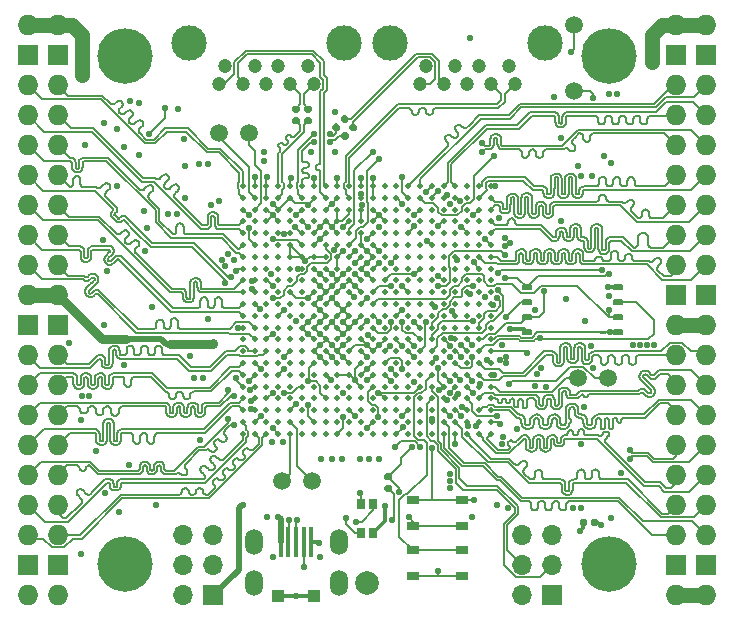
<source format=gbr>
G04 #@! TF.GenerationSoftware,KiCad,Pcbnew,5.1.6-c6e7f7d~87~ubuntu20.04.1*
G04 #@! TF.CreationDate,2020-09-05T21:21:54-07:00*
G04 #@! TF.ProjectId,artix7-pcie-v2,61727469-7837-42d7-9063-69652d76322e,rev?*
G04 #@! TF.SameCoordinates,PX69f4060PY6b00940*
G04 #@! TF.FileFunction,Copper,L1,Top*
G04 #@! TF.FilePolarity,Positive*
%FSLAX46Y46*%
G04 Gerber Fmt 4.6, Leading zero omitted, Abs format (unit mm)*
G04 Created by KiCad (PCBNEW 5.1.6-c6e7f7d~87~ubuntu20.04.1) date 2020-09-05 21:21:54*
%MOMM*%
%LPD*%
G01*
G04 APERTURE LIST*
G04 #@! TA.AperFunction,SMDPad,CuDef*
%ADD10R,1.050000X0.650000*%
G04 #@! TD*
G04 #@! TA.AperFunction,ComponentPad*
%ADD11C,3.000000*%
G04 #@! TD*
G04 #@! TA.AperFunction,ComponentPad*
%ADD12C,1.200000*%
G04 #@! TD*
G04 #@! TA.AperFunction,ComponentPad*
%ADD13C,4.700000*%
G04 #@! TD*
G04 #@! TA.AperFunction,SMDPad,CuDef*
%ADD14R,1.100000X1.100000*%
G04 #@! TD*
G04 #@! TA.AperFunction,SMDPad,CuDef*
%ADD15R,0.400000X2.650000*%
G04 #@! TD*
G04 #@! TA.AperFunction,ComponentPad*
%ADD16C,0.550000*%
G04 #@! TD*
G04 #@! TA.AperFunction,ComponentPad*
%ADD17O,1.500000X2.200000*%
G04 #@! TD*
G04 #@! TA.AperFunction,SMDPad,CuDef*
%ADD18C,0.500000*%
G04 #@! TD*
G04 #@! TA.AperFunction,ComponentPad*
%ADD19C,2.000000*%
G04 #@! TD*
G04 #@! TA.AperFunction,ComponentPad*
%ADD20O,1.700000X1.700000*%
G04 #@! TD*
G04 #@! TA.AperFunction,ComponentPad*
%ADD21R,1.700000X1.700000*%
G04 #@! TD*
G04 #@! TA.AperFunction,SMDPad,CuDef*
%ADD22R,0.750000X0.850000*%
G04 #@! TD*
G04 #@! TA.AperFunction,SMDPad,CuDef*
%ADD23C,1.500000*%
G04 #@! TD*
G04 #@! TA.AperFunction,ComponentPad*
%ADD24O,1.727200X1.727200*%
G04 #@! TD*
G04 #@! TA.AperFunction,ComponentPad*
%ADD25R,1.727200X1.727200*%
G04 #@! TD*
G04 #@! TA.AperFunction,ViaPad*
%ADD26C,0.550000*%
G04 #@! TD*
G04 #@! TA.AperFunction,Conductor*
%ADD27C,0.127000*%
G04 #@! TD*
G04 #@! TA.AperFunction,Conductor*
%ADD28C,0.300000*%
G04 #@! TD*
G04 #@! TA.AperFunction,Conductor*
%ADD29C,1.270000*%
G04 #@! TD*
G04 #@! TA.AperFunction,Conductor*
%ADD30C,0.508000*%
G04 #@! TD*
G04 #@! TA.AperFunction,Conductor*
%ADD31C,0.762000*%
G04 #@! TD*
G04 APERTURE END LIST*
G04 #@! TA.AperFunction,SMDPad,CuDef*
G36*
G01*
X48990000Y7217500D02*
X48990000Y7562500D01*
G75*
G02*
X49137500Y7710000I147500J0D01*
G01*
X49432500Y7710000D01*
G75*
G02*
X49580000Y7562500I0J-147500D01*
G01*
X49580000Y7217500D01*
G75*
G02*
X49432500Y7070000I-147500J0D01*
G01*
X49137500Y7070000D01*
G75*
G02*
X48990000Y7217500I0J147500D01*
G01*
G37*
G04 #@! TD.AperFunction*
G04 #@! TA.AperFunction,SMDPad,CuDef*
G36*
G01*
X48020000Y7217500D02*
X48020000Y7562500D01*
G75*
G02*
X48167500Y7710000I147500J0D01*
G01*
X48462500Y7710000D01*
G75*
G02*
X48610000Y7562500I0J-147500D01*
G01*
X48610000Y7217500D01*
G75*
G02*
X48462500Y7070000I-147500J0D01*
G01*
X48167500Y7070000D01*
G75*
G02*
X48020000Y7217500I0J147500D01*
G01*
G37*
G04 #@! TD.AperFunction*
G04 #@! TA.AperFunction,SMDPad,CuDef*
G36*
G01*
X31972500Y10955000D02*
X31627500Y10955000D01*
G75*
G02*
X31480000Y11102500I0J147500D01*
G01*
X31480000Y11397500D01*
G75*
G02*
X31627500Y11545000I147500J0D01*
G01*
X31972500Y11545000D01*
G75*
G02*
X32120000Y11397500I0J-147500D01*
G01*
X32120000Y11102500D01*
G75*
G02*
X31972500Y10955000I-147500J0D01*
G01*
G37*
G04 #@! TD.AperFunction*
G04 #@! TA.AperFunction,SMDPad,CuDef*
G36*
G01*
X31972500Y9985000D02*
X31627500Y9985000D01*
G75*
G02*
X31480000Y10132500I0J147500D01*
G01*
X31480000Y10427500D01*
G75*
G02*
X31627500Y10575000I147500J0D01*
G01*
X31972500Y10575000D01*
G75*
G02*
X32120000Y10427500I0J-147500D01*
G01*
X32120000Y10132500D01*
G75*
G02*
X31972500Y9985000I-147500J0D01*
G01*
G37*
G04 #@! TD.AperFunction*
D10*
X38040000Y2875000D03*
X38065000Y5025000D03*
X33915000Y2875000D03*
X33915000Y5025000D03*
X38050000Y7125000D03*
X38075000Y9275000D03*
X33925000Y7125000D03*
X33925000Y9275000D03*
D11*
X31920000Y48000000D03*
X45060000Y48000000D03*
D12*
X42490000Y44500000D03*
X40490000Y44500000D03*
X38490000Y44500000D03*
X36490000Y44500000D03*
X34490000Y44500000D03*
X34990000Y46000000D03*
X37490000Y46000000D03*
X39490000Y46000000D03*
X41990000Y46000000D03*
D13*
X50490000Y3890000D03*
X50490000Y46890000D03*
X9490000Y3890000D03*
X9490000Y46890000D03*
D14*
X22500000Y1140000D03*
X25500000Y1140000D03*
D15*
X24000000Y5700000D03*
D16*
X22000000Y4440000D03*
X26000000Y4440000D03*
D15*
X23350000Y5700000D03*
X22700000Y5700000D03*
X24650000Y5700000D03*
X25300000Y5700000D03*
D17*
X20400000Y2290000D03*
X27600000Y2290000D03*
X27600000Y5760000D03*
X20400000Y5760000D03*
G04 #@! TA.AperFunction,SMDPad,CuDef*
G36*
G01*
X28006326Y41202375D02*
X27762375Y41446327D01*
G75*
G02*
X27762375Y41654923I104298J104298D01*
G01*
X27970971Y41863519D01*
G75*
G02*
X28179567Y41863519I104298J-104298D01*
G01*
X28423519Y41619567D01*
G75*
G02*
X28423519Y41410971I-104298J-104298D01*
G01*
X28214923Y41202375D01*
G75*
G02*
X28006327Y41202375I-104298J104298D01*
G01*
G37*
G04 #@! TD.AperFunction*
G04 #@! TA.AperFunction,SMDPad,CuDef*
G36*
G01*
X27320432Y40516481D02*
X27076481Y40760433D01*
G75*
G02*
X27076481Y40969029I104298J104298D01*
G01*
X27285077Y41177625D01*
G75*
G02*
X27493673Y41177625I104298J-104298D01*
G01*
X27737625Y40933673D01*
G75*
G02*
X27737625Y40725077I-104298J-104298D01*
G01*
X27529029Y40516481D01*
G75*
G02*
X27320433Y40516481I-104298J104298D01*
G01*
G37*
G04 #@! TD.AperFunction*
G04 #@! TA.AperFunction,SMDPad,CuDef*
G36*
G01*
X28756326Y40502375D02*
X28512375Y40746327D01*
G75*
G02*
X28512375Y40954923I104298J104298D01*
G01*
X28720971Y41163519D01*
G75*
G02*
X28929567Y41163519I104298J-104298D01*
G01*
X29173519Y40919567D01*
G75*
G02*
X29173519Y40710971I-104298J-104298D01*
G01*
X28964923Y40502375D01*
G75*
G02*
X28756327Y40502375I-104298J104298D01*
G01*
G37*
G04 #@! TD.AperFunction*
G04 #@! TA.AperFunction,SMDPad,CuDef*
G36*
G01*
X28070432Y39816481D02*
X27826481Y40060433D01*
G75*
G02*
X27826481Y40269029I104298J104298D01*
G01*
X28035077Y40477625D01*
G75*
G02*
X28243673Y40477625I104298J-104298D01*
G01*
X28487625Y40233673D01*
G75*
G02*
X28487625Y40025077I-104298J-104298D01*
G01*
X28279029Y39816481D01*
G75*
G02*
X28070433Y39816481I-104298J104298D01*
G01*
G37*
G04 #@! TD.AperFunction*
D18*
X40490000Y14890000D03*
X39490000Y14890000D03*
X38490000Y14890000D03*
X37490000Y14890000D03*
X36490000Y14890000D03*
X35490000Y14890000D03*
X34490000Y14890000D03*
X33490000Y14890000D03*
X32490000Y14890000D03*
X31490000Y14890000D03*
X30490000Y14890000D03*
X29490000Y14890000D03*
X28490000Y14890000D03*
X27490000Y14890000D03*
X26490000Y14890000D03*
X25490000Y14890000D03*
X24490000Y14890000D03*
X23490000Y14890000D03*
X22490000Y14890000D03*
X21490000Y14890000D03*
X20490000Y14890000D03*
X19490000Y14890000D03*
X40490000Y15890000D03*
X39490000Y15890000D03*
X38490000Y15890000D03*
X37490000Y15890000D03*
X36490000Y15890000D03*
X35490000Y15890000D03*
X34490000Y15890000D03*
X33490000Y15890000D03*
X32490000Y15890000D03*
X31490000Y15890000D03*
X30490000Y15890000D03*
X29490000Y15890000D03*
X28490000Y15890000D03*
X27490000Y15890000D03*
X26490000Y15890000D03*
X25490000Y15890000D03*
X24490000Y15890000D03*
X23490000Y15890000D03*
X22490000Y15890000D03*
X21490000Y15890000D03*
X20490000Y15890000D03*
X19490000Y15890000D03*
X40490000Y16890000D03*
X39490000Y16890000D03*
X38490000Y16890000D03*
X37490000Y16890000D03*
X36490000Y16890000D03*
X35490000Y16890000D03*
X34490000Y16890000D03*
X33490000Y16890000D03*
X32490000Y16890000D03*
X31490000Y16890000D03*
X30490000Y16890000D03*
X29490000Y16890000D03*
X28490000Y16890000D03*
X27490000Y16890000D03*
X26490000Y16890000D03*
X25490000Y16890000D03*
X24490000Y16890000D03*
X23490000Y16890000D03*
X22490000Y16890000D03*
X21490000Y16890000D03*
X20490000Y16890000D03*
X19490000Y16890000D03*
X40490000Y17890000D03*
X39490000Y17890000D03*
X38490000Y17890000D03*
X37490000Y17890000D03*
X36490000Y17890000D03*
X35490000Y17890000D03*
X34490000Y17890000D03*
X33490000Y17890000D03*
X32490000Y17890000D03*
X31490000Y17890000D03*
X30490000Y17890000D03*
X29490000Y17890000D03*
X28490000Y17890000D03*
X27490000Y17890000D03*
X26490000Y17890000D03*
X25490000Y17890000D03*
X24490000Y17890000D03*
X23490000Y17890000D03*
X22490000Y17890000D03*
X21490000Y17890000D03*
X20490000Y17890000D03*
X19490000Y17890000D03*
X40490000Y18890000D03*
X39490000Y18890000D03*
X38490000Y18890000D03*
X37490000Y18890000D03*
X36490000Y18890000D03*
X35490000Y18890000D03*
X34490000Y18890000D03*
X33490000Y18890000D03*
X32490000Y18890000D03*
X31490000Y18890000D03*
X30490000Y18890000D03*
X29490000Y18890000D03*
X28490000Y18890000D03*
X27490000Y18890000D03*
X26490000Y18890000D03*
X25490000Y18890000D03*
X24490000Y18890000D03*
X23490000Y18890000D03*
X22490000Y18890000D03*
X21490000Y18890000D03*
X20490000Y18890000D03*
X19490000Y18890000D03*
X40490000Y19890000D03*
X39490000Y19890000D03*
X38490000Y19890000D03*
X37490000Y19890000D03*
X36490000Y19890000D03*
X35490000Y19890000D03*
X34490000Y19890000D03*
X33490000Y19890000D03*
X32490000Y19890000D03*
X31490000Y19890000D03*
X30490000Y19890000D03*
X29490000Y19890000D03*
X28490000Y19890000D03*
X27490000Y19890000D03*
X26490000Y19890000D03*
X25490000Y19890000D03*
X24490000Y19890000D03*
X23490000Y19890000D03*
X22490000Y19890000D03*
X21490000Y19890000D03*
X20490000Y19890000D03*
X19490000Y19890000D03*
X40490000Y20890000D03*
X39490000Y20890000D03*
X38490000Y20890000D03*
X37490000Y20890000D03*
X36490000Y20890000D03*
X35490000Y20890000D03*
X34490000Y20890000D03*
X33490000Y20890000D03*
X32490000Y20890000D03*
X31490000Y20890000D03*
X30490000Y20890000D03*
X29490000Y20890000D03*
X28490000Y20890000D03*
X27490000Y20890000D03*
X26490000Y20890000D03*
X25490000Y20890000D03*
X24490000Y20890000D03*
X23490000Y20890000D03*
X22490000Y20890000D03*
X21490000Y20890000D03*
X20490000Y20890000D03*
X19490000Y20890000D03*
X40490000Y21890000D03*
X39490000Y21890000D03*
X38490000Y21890000D03*
X37490000Y21890000D03*
X36490000Y21890000D03*
X35490000Y21890000D03*
X34490000Y21890000D03*
X33490000Y21890000D03*
X32490000Y21890000D03*
X31490000Y21890000D03*
X30490000Y21890000D03*
X29490000Y21890000D03*
X28490000Y21890000D03*
X27490000Y21890000D03*
X26490000Y21890000D03*
X25490000Y21890000D03*
X24490000Y21890000D03*
X23490000Y21890000D03*
X22490000Y21890000D03*
X21490000Y21890000D03*
X20490000Y21890000D03*
X19490000Y21890000D03*
X40490000Y22890000D03*
X39490000Y22890000D03*
X38490000Y22890000D03*
X37490000Y22890000D03*
X36490000Y22890000D03*
X35490000Y22890000D03*
X34490000Y22890000D03*
X33490000Y22890000D03*
X32490000Y22890000D03*
X31490000Y22890000D03*
X30490000Y22890000D03*
X29490000Y22890000D03*
X28490000Y22890000D03*
X27490000Y22890000D03*
X26490000Y22890000D03*
X25490000Y22890000D03*
X24490000Y22890000D03*
X23490000Y22890000D03*
X22490000Y22890000D03*
X21490000Y22890000D03*
X20490000Y22890000D03*
X19490000Y22890000D03*
X40490000Y23890000D03*
X39490000Y23890000D03*
X38490000Y23890000D03*
X37490000Y23890000D03*
X36490000Y23890000D03*
X35490000Y23890000D03*
X34490000Y23890000D03*
X33490000Y23890000D03*
X32490000Y23890000D03*
X31490000Y23890000D03*
X30490000Y23890000D03*
X29490000Y23890000D03*
X28490000Y23890000D03*
X27490000Y23890000D03*
X26490000Y23890000D03*
X25490000Y23890000D03*
X24490000Y23890000D03*
X23490000Y23890000D03*
X22490000Y23890000D03*
X21490000Y23890000D03*
X20490000Y23890000D03*
X19490000Y23890000D03*
X40490000Y24890000D03*
X39490000Y24890000D03*
X38490000Y24890000D03*
X37490000Y24890000D03*
X36490000Y24890000D03*
X35490000Y24890000D03*
X34490000Y24890000D03*
X33490000Y24890000D03*
X32490000Y24890000D03*
X31490000Y24890000D03*
X30490000Y24890000D03*
X29490000Y24890000D03*
X28490000Y24890000D03*
X27490000Y24890000D03*
X26490000Y24890000D03*
X25490000Y24890000D03*
X24490000Y24890000D03*
X23490000Y24890000D03*
X22490000Y24890000D03*
X21490000Y24890000D03*
X20490000Y24890000D03*
X19490000Y24890000D03*
X40490000Y25890000D03*
X39490000Y25890000D03*
X38490000Y25890000D03*
X37490000Y25890000D03*
X36490000Y25890000D03*
X35490000Y25890000D03*
X34490000Y25890000D03*
X33490000Y25890000D03*
X32490000Y25890000D03*
X31490000Y25890000D03*
X30490000Y25890000D03*
X29490000Y25890000D03*
X28490000Y25890000D03*
X27490000Y25890000D03*
X26490000Y25890000D03*
X25490000Y25890000D03*
X24490000Y25890000D03*
X23490000Y25890000D03*
X22490000Y25890000D03*
X21490000Y25890000D03*
X20490000Y25890000D03*
X19490000Y25890000D03*
X40490000Y26890000D03*
X39490000Y26890000D03*
X38490000Y26890000D03*
X37490000Y26890000D03*
X36490000Y26890000D03*
X35490000Y26890000D03*
X34490000Y26890000D03*
X33490000Y26890000D03*
X32490000Y26890000D03*
X31490000Y26890000D03*
X30490000Y26890000D03*
X29490000Y26890000D03*
X28490000Y26890000D03*
X27490000Y26890000D03*
X26490000Y26890000D03*
X25490000Y26890000D03*
X24490000Y26890000D03*
X23490000Y26890000D03*
X22490000Y26890000D03*
X21490000Y26890000D03*
X20490000Y26890000D03*
X19490000Y26890000D03*
X40490000Y27890000D03*
X39490000Y27890000D03*
X38490000Y27890000D03*
X37490000Y27890000D03*
X36490000Y27890000D03*
X35490000Y27890000D03*
X34490000Y27890000D03*
X33490000Y27890000D03*
X32490000Y27890000D03*
X31490000Y27890000D03*
X30490000Y27890000D03*
X29490000Y27890000D03*
X28490000Y27890000D03*
X27490000Y27890000D03*
X26490000Y27890000D03*
X25490000Y27890000D03*
X24490000Y27890000D03*
X23490000Y27890000D03*
X22490000Y27890000D03*
X21490000Y27890000D03*
X20490000Y27890000D03*
X19490000Y27890000D03*
X40490000Y28890000D03*
X39490000Y28890000D03*
X38490000Y28890000D03*
X37490000Y28890000D03*
X36490000Y28890000D03*
X35490000Y28890000D03*
X34490000Y28890000D03*
X33490000Y28890000D03*
X32490000Y28890000D03*
X31490000Y28890000D03*
X30490000Y28890000D03*
X29490000Y28890000D03*
X28490000Y28890000D03*
X27490000Y28890000D03*
X26490000Y28890000D03*
X25490000Y28890000D03*
X24490000Y28890000D03*
X23490000Y28890000D03*
X22490000Y28890000D03*
X21490000Y28890000D03*
X20490000Y28890000D03*
X19490000Y28890000D03*
X40490000Y29890000D03*
X39490000Y29890000D03*
X38490000Y29890000D03*
X37490000Y29890000D03*
X36490000Y29890000D03*
X35490000Y29890000D03*
X34490000Y29890000D03*
X33490000Y29890000D03*
X32490000Y29890000D03*
X31490000Y29890000D03*
X30490000Y29890000D03*
X29490000Y29890000D03*
X28490000Y29890000D03*
X27490000Y29890000D03*
X26490000Y29890000D03*
X25490000Y29890000D03*
X24490000Y29890000D03*
X23490000Y29890000D03*
X22490000Y29890000D03*
X21490000Y29890000D03*
X20490000Y29890000D03*
X19490000Y29890000D03*
X40490000Y30890000D03*
X39490000Y30890000D03*
X38490000Y30890000D03*
X37490000Y30890000D03*
X36490000Y30890000D03*
X35490000Y30890000D03*
X34490000Y30890000D03*
X33490000Y30890000D03*
X32490000Y30890000D03*
X31490000Y30890000D03*
X30490000Y30890000D03*
X29490000Y30890000D03*
X28490000Y30890000D03*
X27490000Y30890000D03*
X26490000Y30890000D03*
X25490000Y30890000D03*
X24490000Y30890000D03*
X23490000Y30890000D03*
X22490000Y30890000D03*
X21490000Y30890000D03*
X20490000Y30890000D03*
X19490000Y30890000D03*
X40490000Y31890000D03*
X39490000Y31890000D03*
X38490000Y31890000D03*
X37490000Y31890000D03*
X36490000Y31890000D03*
X35490000Y31890000D03*
X34490000Y31890000D03*
X33490000Y31890000D03*
X32490000Y31890000D03*
X31490000Y31890000D03*
X30490000Y31890000D03*
X29490000Y31890000D03*
X28490000Y31890000D03*
X27490000Y31890000D03*
X26490000Y31890000D03*
X25490000Y31890000D03*
X24490000Y31890000D03*
X23490000Y31890000D03*
X22490000Y31890000D03*
X21490000Y31890000D03*
X20490000Y31890000D03*
X19490000Y31890000D03*
X40490000Y32890000D03*
X39490000Y32890000D03*
X38490000Y32890000D03*
X37490000Y32890000D03*
X36490000Y32890000D03*
X35490000Y32890000D03*
X34490000Y32890000D03*
X33490000Y32890000D03*
X32490000Y32890000D03*
X31490000Y32890000D03*
X30490000Y32890000D03*
X29490000Y32890000D03*
X28490000Y32890000D03*
X27490000Y32890000D03*
X26490000Y32890000D03*
X25490000Y32890000D03*
X24490000Y32890000D03*
X23490000Y32890000D03*
X22490000Y32890000D03*
X21490000Y32890000D03*
X20490000Y32890000D03*
X19490000Y32890000D03*
X40490000Y33890000D03*
X39490000Y33890000D03*
X38490000Y33890000D03*
X37490000Y33890000D03*
X36490000Y33890000D03*
X35490000Y33890000D03*
X34490000Y33890000D03*
X33490000Y33890000D03*
X32490000Y33890000D03*
X31490000Y33890000D03*
X30490000Y33890000D03*
X29490000Y33890000D03*
X28490000Y33890000D03*
X27490000Y33890000D03*
X26490000Y33890000D03*
X25490000Y33890000D03*
X24490000Y33890000D03*
X23490000Y33890000D03*
X22490000Y33890000D03*
X21490000Y33890000D03*
X20490000Y33890000D03*
X19490000Y33890000D03*
X40490000Y34890000D03*
X39490000Y34890000D03*
X38490000Y34890000D03*
X37490000Y34890000D03*
X36490000Y34890000D03*
X35490000Y34890000D03*
X34490000Y34890000D03*
X33490000Y34890000D03*
X32490000Y34890000D03*
X31490000Y34890000D03*
X30490000Y34890000D03*
X29490000Y34890000D03*
X28490000Y34890000D03*
X27490000Y34890000D03*
X26490000Y34890000D03*
X25490000Y34890000D03*
X24490000Y34890000D03*
X23490000Y34890000D03*
X22490000Y34890000D03*
X21490000Y34890000D03*
X20490000Y34890000D03*
X19490000Y34890000D03*
X40490000Y35890000D03*
X39490000Y35890000D03*
X38490000Y35890000D03*
X37490000Y35890000D03*
X36490000Y35890000D03*
X35490000Y35890000D03*
X34490000Y35890000D03*
X33490000Y35890000D03*
X32490000Y35890000D03*
X31490000Y35890000D03*
X30490000Y35890000D03*
X29490000Y35890000D03*
X28490000Y35890000D03*
X27490000Y35890000D03*
X26490000Y35890000D03*
X25490000Y35890000D03*
X24490000Y35890000D03*
X23490000Y35890000D03*
X22490000Y35890000D03*
X21490000Y35890000D03*
X20490000Y35890000D03*
X19490000Y35890000D03*
G04 #@! TA.AperFunction,SMDPad,CuDef*
G36*
G01*
X50812500Y27170000D02*
X50812500Y27420000D01*
G75*
G02*
X50937500Y27545000I125000J0D01*
G01*
X51587500Y27545000D01*
G75*
G02*
X51712500Y27420000I0J-125000D01*
G01*
X51712500Y27170000D01*
G75*
G02*
X51587500Y27045000I-125000J0D01*
G01*
X50937500Y27045000D01*
G75*
G02*
X50812500Y27170000I0J125000D01*
G01*
G37*
G04 #@! TD.AperFunction*
G04 #@! TA.AperFunction,SMDPad,CuDef*
G36*
G01*
X50812500Y25900000D02*
X50812500Y26150000D01*
G75*
G02*
X50937500Y26275000I125000J0D01*
G01*
X51587500Y26275000D01*
G75*
G02*
X51712500Y26150000I0J-125000D01*
G01*
X51712500Y25900000D01*
G75*
G02*
X51587500Y25775000I-125000J0D01*
G01*
X50937500Y25775000D01*
G75*
G02*
X50812500Y25900000I0J125000D01*
G01*
G37*
G04 #@! TD.AperFunction*
G04 #@! TA.AperFunction,SMDPad,CuDef*
G36*
G01*
X50812500Y24630000D02*
X50812500Y24880000D01*
G75*
G02*
X50937500Y25005000I125000J0D01*
G01*
X51587500Y25005000D01*
G75*
G02*
X51712500Y24880000I0J-125000D01*
G01*
X51712500Y24630000D01*
G75*
G02*
X51587500Y24505000I-125000J0D01*
G01*
X50937500Y24505000D01*
G75*
G02*
X50812500Y24630000I0J125000D01*
G01*
G37*
G04 #@! TD.AperFunction*
G04 #@! TA.AperFunction,SMDPad,CuDef*
G36*
G01*
X50812500Y23360000D02*
X50812500Y23610000D01*
G75*
G02*
X50937500Y23735000I125000J0D01*
G01*
X51587500Y23735000D01*
G75*
G02*
X51712500Y23610000I0J-125000D01*
G01*
X51712500Y23360000D01*
G75*
G02*
X51587500Y23235000I-125000J0D01*
G01*
X50937500Y23235000D01*
G75*
G02*
X50812500Y23360000I0J125000D01*
G01*
G37*
G04 #@! TD.AperFunction*
G04 #@! TA.AperFunction,SMDPad,CuDef*
G36*
G01*
X43087500Y23360000D02*
X43087500Y23610000D01*
G75*
G02*
X43212500Y23735000I125000J0D01*
G01*
X43862500Y23735000D01*
G75*
G02*
X43987500Y23610000I0J-125000D01*
G01*
X43987500Y23360000D01*
G75*
G02*
X43862500Y23235000I-125000J0D01*
G01*
X43212500Y23235000D01*
G75*
G02*
X43087500Y23360000I0J125000D01*
G01*
G37*
G04 #@! TD.AperFunction*
G04 #@! TA.AperFunction,SMDPad,CuDef*
G36*
G01*
X43087500Y24630000D02*
X43087500Y24880000D01*
G75*
G02*
X43212500Y25005000I125000J0D01*
G01*
X43862500Y25005000D01*
G75*
G02*
X43987500Y24880000I0J-125000D01*
G01*
X43987500Y24630000D01*
G75*
G02*
X43862500Y24505000I-125000J0D01*
G01*
X43212500Y24505000D01*
G75*
G02*
X43087500Y24630000I0J125000D01*
G01*
G37*
G04 #@! TD.AperFunction*
G04 #@! TA.AperFunction,SMDPad,CuDef*
G36*
G01*
X43087500Y25900000D02*
X43087500Y26150000D01*
G75*
G02*
X43212500Y26275000I125000J0D01*
G01*
X43862500Y26275000D01*
G75*
G02*
X43987500Y26150000I0J-125000D01*
G01*
X43987500Y25900000D01*
G75*
G02*
X43862500Y25775000I-125000J0D01*
G01*
X43212500Y25775000D01*
G75*
G02*
X43087500Y25900000I0J125000D01*
G01*
G37*
G04 #@! TD.AperFunction*
G04 #@! TA.AperFunction,SMDPad,CuDef*
G36*
G01*
X43087500Y27170000D02*
X43087500Y27420000D01*
G75*
G02*
X43212500Y27545000I125000J0D01*
G01*
X43862500Y27545000D01*
G75*
G02*
X43987500Y27420000I0J-125000D01*
G01*
X43987500Y27170000D01*
G75*
G02*
X43862500Y27045000I-125000J0D01*
G01*
X43212500Y27045000D01*
G75*
G02*
X43087500Y27170000I0J125000D01*
G01*
G37*
G04 #@! TD.AperFunction*
D19*
X29990000Y2300000D03*
D20*
X43130000Y6330000D03*
X45670000Y6330000D03*
X43130000Y3790000D03*
X45670000Y3790000D03*
X43130000Y1250000D03*
D21*
X45670000Y1250000D03*
D20*
X14460000Y6330000D03*
X17000000Y6330000D03*
X14460000Y3790000D03*
X17000000Y3790000D03*
X14460000Y1250000D03*
D21*
X17000000Y1250000D03*
D22*
X30515000Y6525000D03*
X29465000Y6525000D03*
X29465000Y8975000D03*
X30515000Y8975000D03*
D23*
X47530000Y43932000D03*
X47530000Y49520000D03*
X47875000Y19625000D03*
X50415000Y19625000D03*
X25375000Y10875000D03*
X22835000Y10875000D03*
X17465000Y40375000D03*
X20000000Y40375000D03*
D24*
X1270000Y1250000D03*
X3810000Y1250000D03*
D25*
X1270000Y3790000D03*
X3810000Y3790000D03*
D24*
X1270000Y6330000D03*
X3810000Y6330000D03*
X1270000Y8870000D03*
X3810000Y8870000D03*
X1270000Y11410000D03*
X3810000Y11410000D03*
X1270000Y13950000D03*
X3810000Y13950000D03*
X1270000Y16490000D03*
X3810000Y16490000D03*
X1270000Y19030000D03*
X3810000Y19030000D03*
X1270000Y21570000D03*
X3810000Y21570000D03*
D25*
X1270000Y24110000D03*
X3810000Y24110000D03*
D24*
X1270000Y26650000D03*
X3810000Y26650000D03*
X1270000Y29190000D03*
X3810000Y29190000D03*
X1270000Y31730000D03*
X3810000Y31730000D03*
X1270000Y34270000D03*
X3810000Y34270000D03*
X1270000Y36810000D03*
X3810000Y36810000D03*
X1270000Y39350000D03*
X3810000Y39350000D03*
X1270000Y41890000D03*
X3810000Y41890000D03*
X1270000Y44430000D03*
X3810000Y44430000D03*
D25*
X1270000Y46970000D03*
X3810000Y46970000D03*
D24*
X1270000Y49510000D03*
X3810000Y49510000D03*
D11*
X14920000Y48000000D03*
X28060000Y48000000D03*
D12*
X25490000Y44500000D03*
X23490000Y44500000D03*
X21490000Y44500000D03*
X19490000Y44500000D03*
X17490000Y44500000D03*
X17990000Y46000000D03*
X20490000Y46000000D03*
X22490000Y46000000D03*
X24990000Y46000000D03*
D24*
X58710000Y49510000D03*
X56170000Y49510000D03*
D25*
X58710000Y46970000D03*
X56170000Y46970000D03*
D24*
X58710000Y44430000D03*
X56170000Y44430000D03*
X58710000Y41890000D03*
X56170000Y41890000D03*
X58710000Y39350000D03*
X56170000Y39350000D03*
X58710000Y36810000D03*
X56170000Y36810000D03*
X58710000Y34270000D03*
X56170000Y34270000D03*
X58710000Y31730000D03*
X56170000Y31730000D03*
X58710000Y29190000D03*
X56170000Y29190000D03*
D25*
X58710000Y26650000D03*
X56170000Y26650000D03*
D24*
X58710000Y24110000D03*
X56170000Y24110000D03*
X58710000Y21570000D03*
X56170000Y21570000D03*
X58710000Y19030000D03*
X56170000Y19030000D03*
X58710000Y16490000D03*
X56170000Y16490000D03*
X58710000Y13950000D03*
X56170000Y13950000D03*
X58710000Y11410000D03*
X56170000Y11410000D03*
X58710000Y8870000D03*
X56170000Y8870000D03*
X58710000Y6330000D03*
X56170000Y6330000D03*
D25*
X58710000Y3790000D03*
X56170000Y3790000D03*
D24*
X58710000Y1250000D03*
X56170000Y1250000D03*
G04 #@! TA.AperFunction,SMDPad,CuDef*
G36*
G01*
X24172500Y42080000D02*
X23827500Y42080000D01*
G75*
G02*
X23680000Y42227500I0J147500D01*
G01*
X23680000Y42522500D01*
G75*
G02*
X23827500Y42670000I147500J0D01*
G01*
X24172500Y42670000D01*
G75*
G02*
X24320000Y42522500I0J-147500D01*
G01*
X24320000Y42227500D01*
G75*
G02*
X24172500Y42080000I-147500J0D01*
G01*
G37*
G04 #@! TD.AperFunction*
G04 #@! TA.AperFunction,SMDPad,CuDef*
G36*
G01*
X24172500Y41110000D02*
X23827500Y41110000D01*
G75*
G02*
X23680000Y41257500I0J147500D01*
G01*
X23680000Y41552500D01*
G75*
G02*
X23827500Y41700000I147500J0D01*
G01*
X24172500Y41700000D01*
G75*
G02*
X24320000Y41552500I0J-147500D01*
G01*
X24320000Y41257500D01*
G75*
G02*
X24172500Y41110000I-147500J0D01*
G01*
G37*
G04 #@! TD.AperFunction*
G04 #@! TA.AperFunction,SMDPad,CuDef*
G36*
G01*
X25172500Y42080000D02*
X24827500Y42080000D01*
G75*
G02*
X24680000Y42227500I0J147500D01*
G01*
X24680000Y42522500D01*
G75*
G02*
X24827500Y42670000I147500J0D01*
G01*
X25172500Y42670000D01*
G75*
G02*
X25320000Y42522500I0J-147500D01*
G01*
X25320000Y42227500D01*
G75*
G02*
X25172500Y42080000I-147500J0D01*
G01*
G37*
G04 #@! TD.AperFunction*
G04 #@! TA.AperFunction,SMDPad,CuDef*
G36*
G01*
X25172500Y41110000D02*
X24827500Y41110000D01*
G75*
G02*
X24680000Y41257500I0J147500D01*
G01*
X24680000Y41552500D01*
G75*
G02*
X24827500Y41700000I147500J0D01*
G01*
X25172500Y41700000D01*
G75*
G02*
X25320000Y41552500I0J-147500D01*
G01*
X25320000Y41257500D01*
G75*
G02*
X25172500Y41110000I-147500J0D01*
G01*
G37*
G04 #@! TD.AperFunction*
D26*
X27250000Y38790000D03*
X10700000Y38490000D03*
X27000000Y26390000D03*
X28000000Y25390000D03*
X27000000Y24390000D03*
X28000000Y23390000D03*
X30000000Y22390000D03*
X31000000Y22390000D03*
X28000000Y24390000D03*
X29000000Y24390000D03*
X25000000Y24390000D03*
X25000000Y23390000D03*
X26000000Y28390000D03*
X28000000Y27390000D03*
X26000000Y32390000D03*
X27000000Y32390000D03*
X30000000Y28390000D03*
X30000000Y29390000D03*
X30000000Y30390000D03*
X29000000Y30390000D03*
X31000000Y33390000D03*
X27000000Y21390000D03*
X34000000Y24390000D03*
X23000000Y20390000D03*
X24000000Y17390000D03*
X33000000Y16390000D03*
X38000000Y22390000D03*
X34000000Y33390000D03*
X32000000Y29390000D03*
X22000000Y33390000D03*
X27500000Y36590000D03*
X24000000Y33390000D03*
X21000000Y16390000D03*
X28986217Y27401998D03*
X32000000Y20390000D03*
X25000000Y19390000D03*
X23990000Y24471544D03*
X37000000Y34390000D03*
X33989999Y19308457D03*
X21908456Y28390000D03*
X38000000Y32390000D03*
X41200000Y33190000D03*
X29000000Y19446010D03*
X36986130Y21376130D03*
X23950000Y1140000D03*
X37000000Y11490000D03*
X37000000Y10890000D03*
X37000000Y10290000D03*
X28000000Y16355511D03*
X7700000Y41190000D03*
X28000000Y30390000D03*
X6100000Y39390000D03*
X30024084Y15373010D03*
X32990000Y27424490D03*
X40825989Y35856129D03*
X25900000Y5690000D03*
X29500000Y36590000D03*
X30500000Y36590000D03*
X31000000Y32390000D03*
X29602585Y34231701D03*
X45815510Y43391901D03*
X40709522Y25796011D03*
X37233613Y25290512D03*
X36050000Y28290000D03*
X39028920Y29419412D03*
X35049663Y31224490D03*
X25550000Y36590000D03*
X35819521Y21288013D03*
X23561772Y36579948D03*
X24782645Y29492918D03*
X23000000Y31826890D03*
X7849130Y9862990D03*
X37420834Y14060834D03*
X20964095Y25431742D03*
X22001512Y23383952D03*
X18898832Y19614973D03*
X21500000Y36640000D03*
X20500000Y36640000D03*
X37898711Y34615235D03*
X48000000Y6640000D03*
X25250000Y38790000D03*
X27250000Y42140000D03*
X14000000Y42424490D03*
X41235756Y15763314D03*
X18923781Y28706436D03*
X9850000Y12300000D03*
X8866256Y35897604D03*
X39530024Y19126649D03*
X36770000Y17750000D03*
X42090000Y23770000D03*
X11350000Y32330000D03*
X13160000Y33540000D03*
X11220000Y30410000D03*
X11800000Y25600000D03*
X13910000Y33530000D03*
X16810000Y34270000D03*
X14980000Y21480000D03*
X7090000Y13430000D03*
X12170000Y8880000D03*
X9030000Y8320000D03*
X4780000Y22590000D03*
X46430000Y39930000D03*
X49070000Y36750000D03*
X44720000Y20430000D03*
X42740000Y15290000D03*
X49160000Y20460000D03*
X48940000Y22330000D03*
X48420000Y24490000D03*
X44370000Y19980000D03*
X46414490Y32930000D03*
X48110053Y36751011D03*
X44260000Y25380000D03*
X51540000Y11550000D03*
X48114490Y14015510D03*
X35974212Y3304490D03*
X6480000Y18070000D03*
X5840000Y18070000D03*
X7610000Y31280000D03*
X50495989Y26593181D03*
X32110000Y7640000D03*
X33530000Y7850000D03*
X21554447Y7835553D03*
X25000000Y26400000D03*
X27970000Y18380000D03*
X30000000Y20390000D03*
X34000000Y21390000D03*
X31000000Y30390000D03*
X11100000Y33790000D03*
X14500000Y39890000D03*
X33000000Y25402555D03*
X14600000Y34890000D03*
X14600000Y37590000D03*
X37888079Y19436411D03*
X40200000Y21190000D03*
X50400000Y27290000D03*
X36985646Y22323740D03*
X9459983Y39192002D03*
X41904481Y8590008D03*
X50687762Y7764068D03*
X41439692Y14029692D03*
X40969521Y8872935D03*
X38073778Y17180383D03*
X41500000Y14640000D03*
X38855988Y7855988D03*
X47470000Y8650000D03*
X48080000Y8650000D03*
X31503390Y8786610D03*
X19540000Y8900000D03*
X26940000Y19450000D03*
X28000000Y28390000D03*
X27000000Y28390000D03*
X27000000Y27390000D03*
X26000000Y26390000D03*
X26000000Y27390000D03*
X26000000Y31390000D03*
X27940000Y32390000D03*
X25000000Y32390000D03*
X26000000Y25390000D03*
X26000000Y24390000D03*
X26000000Y23390000D03*
X26000000Y22390000D03*
X26000000Y21390000D03*
X27000000Y22390000D03*
X28000000Y22390000D03*
X28000000Y21390000D03*
X17750000Y29640000D03*
X18000000Y29140000D03*
X27187238Y30497541D03*
X18250000Y30140000D03*
X18750000Y29640000D03*
X30000000Y21390000D03*
X32000000Y27380000D03*
X30000000Y31390000D03*
X31000000Y24390000D03*
X28936130Y26453870D03*
X31000000Y29390000D03*
X30120000Y23290000D03*
X41800000Y21424490D03*
X41400000Y22390000D03*
X41800000Y20890000D03*
X41250000Y21140000D03*
X26100000Y12790000D03*
X27000000Y12790000D03*
X27900000Y12790000D03*
X29400000Y12790000D03*
X30200000Y12790000D03*
X31000000Y12790000D03*
X54300000Y22390000D03*
X53700000Y22390000D03*
X53100000Y22390000D03*
X52500000Y22390000D03*
X8000000Y28660000D03*
X7770000Y24120000D03*
X9450000Y20740000D03*
X15820000Y14370000D03*
X50060000Y38440000D03*
X50660000Y37840000D03*
X45130000Y18900000D03*
X44191432Y18923072D03*
X31988882Y22308447D03*
X30956691Y16345308D03*
X32000000Y19390000D03*
X33000000Y20390000D03*
X33815635Y13781511D03*
X29000000Y29390000D03*
X32710469Y9967153D03*
X29967473Y19446010D03*
X32000000Y24390000D03*
X34492167Y13806990D03*
X32411316Y13806990D03*
X35516468Y13677010D03*
X39030000Y9260000D03*
X44980000Y26990000D03*
X38918082Y21385287D03*
X50500000Y28390000D03*
X41662611Y28133921D03*
X44620000Y22970000D03*
X41800000Y24820000D03*
X43520000Y21750000D03*
X50535000Y23485000D03*
X50520000Y25400000D03*
X18216780Y16147317D03*
X20150000Y17640000D03*
X18731414Y15632683D03*
X20140000Y16960000D03*
X20000000Y19390000D03*
X18242683Y18647317D03*
X20075446Y18603017D03*
X18757317Y18132683D03*
X20250000Y27140000D03*
X17992683Y27632683D03*
X20250000Y27817013D03*
X18507317Y28147317D03*
X36018668Y35439497D03*
X39750000Y39503900D03*
X36750000Y35140000D03*
X39750000Y38776100D03*
X52250000Y12776100D03*
X38540000Y15550000D03*
X52250000Y13503900D03*
X39240000Y15530000D03*
X34000000Y28455510D03*
X41021445Y26396884D03*
X38748111Y26732250D03*
X35781905Y25634671D03*
X37650000Y29590000D03*
X39000000Y18390000D03*
X42000000Y19140000D03*
X28260000Y7810000D03*
X29375686Y9887792D03*
X29107406Y7470177D03*
X30918980Y18390000D03*
X28987675Y16402325D03*
X33021607Y15436232D03*
X35526468Y16180039D03*
X37739146Y18287478D03*
X40997378Y16396971D03*
X37135365Y22983989D03*
X38000000Y21390000D03*
X38929337Y22377405D03*
X32989999Y22308456D03*
X33989999Y22308456D03*
X33000000Y24390000D03*
X33000000Y36640000D03*
X47276000Y47234000D03*
X40750000Y38390000D03*
X49119697Y43307910D03*
X24076776Y7607870D03*
X36020442Y20437635D03*
X36098875Y18637846D03*
X37000000Y18390000D03*
X23400000Y7590000D03*
X37009806Y19377742D03*
X9900000Y43090000D03*
X8791848Y40720802D03*
X22499623Y7852990D03*
X21250000Y38036100D03*
X22000000Y31390000D03*
X21250000Y38763900D03*
X23908456Y32390001D03*
X23000000Y21390000D03*
X23000000Y18390000D03*
X22000000Y15390000D03*
X22000000Y18390000D03*
X21000000Y20390000D03*
X5800000Y4690000D03*
X23000000Y25390000D03*
X22000000Y27390000D03*
X20000000Y33390000D03*
X19990001Y32308457D03*
X5877999Y45284239D03*
X24170719Y28893841D03*
X19104115Y23835783D03*
X24984224Y17315263D03*
X17000000Y22580000D03*
X16120000Y19620000D03*
X15370000Y19630000D03*
X5800000Y16050000D03*
X33000000Y34390000D03*
X39000000Y33390000D03*
X35000000Y35390000D03*
X40000000Y31390000D03*
X41700000Y31490000D03*
X41700000Y30790000D03*
X54100000Y47190000D03*
X33979470Y32454916D03*
X54100000Y46390000D03*
X50500000Y43640000D03*
X51200000Y43640000D03*
X36050000Y32490000D03*
X42100000Y31090000D03*
X39007558Y24451416D03*
X39990001Y26471543D03*
X10700000Y42890000D03*
X38956073Y27434059D03*
X12900000Y42490000D03*
X11550000Y40257910D03*
X22000000Y34390000D03*
X24989999Y34308456D03*
X29506294Y35238201D03*
X27000000Y34390000D03*
X46880000Y26320000D03*
X47860000Y37540000D03*
X48410176Y17136234D03*
X37000000Y16390000D03*
X16513900Y37740000D03*
X38000000Y16390000D03*
X15786100Y37740000D03*
X35000000Y24390000D03*
X36034838Y27423167D03*
X41700000Y30007910D03*
X41122316Y27109353D03*
X38700000Y48390000D03*
X41087379Y28490927D03*
X49890000Y28740000D03*
X40752812Y19915009D03*
X17500000Y34640000D03*
X22000000Y26390000D03*
X16500000Y24640000D03*
X49797638Y7187638D03*
X24700000Y3590000D03*
X38906892Y19391319D03*
X31000000Y38190000D03*
X30500000Y38790000D03*
X25550000Y40294727D03*
X26826860Y40294727D03*
X25550000Y39566927D03*
X26826860Y39566927D03*
X30000000Y26390000D03*
X28990000Y28410000D03*
X29980000Y24450000D03*
X21940000Y14220000D03*
X22900000Y14220000D03*
D27*
X26490000Y25890000D02*
X26500000Y25890000D01*
X26500000Y25890000D02*
X27000000Y26390000D01*
X27490000Y26880000D02*
X27000000Y26390000D01*
X27490000Y26890000D02*
X27490000Y26880000D01*
X27000000Y26380000D02*
X27490000Y25890000D01*
X27000000Y26390000D02*
X27000000Y26380000D01*
X28490000Y25890000D02*
X28490000Y25880000D01*
X28490000Y25880000D02*
X28000000Y25390000D01*
X27500000Y24890000D02*
X28000000Y25390000D01*
X27490000Y24890000D02*
X27500000Y24890000D01*
X28490000Y24900000D02*
X28000000Y25390000D01*
X28490000Y24890000D02*
X28490000Y24900000D01*
X27500000Y25890000D02*
X28000000Y25390000D01*
X27490000Y25890000D02*
X27500000Y25890000D01*
X27490000Y23890000D02*
X27490000Y23900000D01*
X27490000Y23900000D02*
X27000000Y24390000D01*
X26500000Y23890000D02*
X27000000Y24390000D01*
X26490000Y23890000D02*
X26500000Y23890000D01*
X27490000Y24880000D02*
X27000000Y24390000D01*
X27490000Y24890000D02*
X27490000Y24880000D01*
X27490000Y23890000D02*
X27500000Y23890000D01*
X27500000Y23890000D02*
X28000000Y23390000D01*
X28490000Y23880000D02*
X28000000Y23390000D01*
X28490000Y23890000D02*
X28490000Y23880000D01*
X27500000Y22890000D02*
X28000000Y23390000D01*
X27490000Y22890000D02*
X27500000Y22890000D01*
X29490000Y22890000D02*
X29490000Y22880000D01*
X29490000Y20890000D02*
X29490000Y20900000D01*
X28490000Y21890000D02*
X28500000Y21890000D01*
X30490000Y21890000D02*
X30490000Y21900000D01*
X30490000Y21900000D02*
X30000000Y22390000D01*
X29500000Y22890000D02*
X30000000Y22390000D01*
X29490000Y22890000D02*
X29500000Y22890000D01*
X31490000Y22890000D02*
X31490000Y22880000D01*
X31490000Y22880000D02*
X31000000Y22390000D01*
X30500000Y21890000D02*
X31000000Y22390000D01*
X30490000Y21890000D02*
X30500000Y21890000D01*
X28490000Y23890000D02*
X28490000Y23900000D01*
X28490000Y23900000D02*
X28000000Y24390000D01*
X28490000Y24880000D02*
X28000000Y24390000D01*
X28490000Y24890000D02*
X28490000Y24880000D01*
X29490000Y24890000D02*
X29490000Y24880000D01*
X29490000Y24880000D02*
X29000000Y24390000D01*
X28500000Y23890000D02*
X29000000Y24390000D01*
X28490000Y23890000D02*
X28500000Y23890000D01*
X24490000Y23890000D02*
X24500000Y23890000D01*
X24500000Y23890000D02*
X25000000Y24390000D01*
X25490000Y24880000D02*
X25000000Y24390000D01*
X25490000Y24890000D02*
X25490000Y24880000D01*
X24500000Y23890000D02*
X25000000Y23390000D01*
X25490000Y22900000D02*
X25000000Y23390000D01*
X25490000Y22890000D02*
X25490000Y22900000D01*
X26490000Y27890000D02*
X26490000Y27900000D01*
X26490000Y27900000D02*
X26000000Y28390000D01*
X25500000Y28890000D02*
X26000000Y28390000D01*
X25490000Y28890000D02*
X25500000Y28890000D01*
X28490000Y27890000D02*
X28490000Y27880000D01*
X28490000Y27880000D02*
X28000000Y27390000D01*
X27500000Y26890000D02*
X28000000Y27390000D01*
X27490000Y26890000D02*
X27500000Y26890000D01*
X27490000Y28890000D02*
X27490000Y28900000D01*
X26490000Y29890000D02*
X26500000Y29890000D01*
X25490000Y31890000D02*
X25500000Y31890000D01*
X25500000Y31890000D02*
X26000000Y32390000D01*
X26490000Y32880000D02*
X26000000Y32390000D01*
X26490000Y32890000D02*
X26490000Y32880000D01*
X26490000Y32890000D02*
X26500000Y32890000D01*
X26500000Y32890000D02*
X27000000Y32390000D01*
X27490000Y31900000D02*
X27000000Y32390000D01*
X27490000Y31890000D02*
X27490000Y31900000D01*
X30490000Y27890000D02*
X30490000Y27900000D01*
X30490000Y27900000D02*
X30000000Y28390000D01*
X29500000Y28890000D02*
X30000000Y28390000D01*
X30490000Y29890000D02*
X30490000Y29880000D01*
X30490000Y29880000D02*
X30000000Y29390000D01*
X29500000Y28890000D02*
X30000000Y29390000D01*
X29490000Y28890000D02*
X29500000Y28890000D01*
X30490000Y29890000D02*
X30490000Y29900000D01*
X30490000Y29900000D02*
X30000000Y30390000D01*
X29500000Y30890000D02*
X30000000Y30390000D01*
X29490000Y30890000D02*
X29500000Y30890000D01*
X28490000Y29890000D02*
X28500000Y29890000D01*
X28500000Y29890000D02*
X29000000Y30390000D01*
X29490000Y30890000D02*
X29490000Y30880000D01*
X27490000Y29890000D02*
X27490000Y29880000D01*
X29490000Y31890000D02*
X29500000Y31890000D01*
X30490000Y32890000D02*
X30490000Y32880000D01*
X31490000Y32890000D02*
X31490000Y32900000D01*
X31490000Y32900000D02*
X31000000Y33390000D01*
X30500000Y33890000D02*
X31000000Y33390000D01*
X30490000Y33890000D02*
X30500000Y33890000D01*
X30500000Y32890000D02*
X31000000Y33390000D01*
X30490000Y32890000D02*
X30500000Y32890000D01*
X30490000Y34890000D02*
X30490000Y34900000D01*
X29490000Y35890000D02*
X29500000Y35890000D01*
X30490000Y35890000D02*
X30490000Y35880000D01*
X27490000Y20890000D02*
X27490000Y20900000D01*
X27490000Y20900000D02*
X27000000Y21390000D01*
X26500000Y21890000D02*
X27000000Y21390000D01*
X26490000Y21890000D02*
X26500000Y21890000D01*
X34490000Y23890000D02*
X34490000Y23900000D01*
X34490000Y23900000D02*
X34000000Y24390000D01*
X22490000Y19890000D02*
X22500000Y19890000D01*
X22500000Y19890000D02*
X23000000Y20390000D01*
X23490000Y16890000D02*
X23500000Y16890000D01*
X23500000Y16890000D02*
X24000000Y17390000D01*
X26490000Y17890000D02*
X26490000Y17900000D01*
X33490000Y16890000D02*
X33490000Y16880000D01*
X33490000Y16880000D02*
X33000000Y16390000D01*
X38490000Y21890000D02*
X38490000Y21900000D01*
X38490000Y21900000D02*
X38000000Y22390000D01*
X34490000Y33890000D02*
X34490000Y33880000D01*
X34490000Y33880000D02*
X34000000Y33390000D01*
X32490000Y29890000D02*
X32490000Y29880000D01*
X32490000Y29880000D02*
X32000000Y29390000D01*
X28490000Y19890000D02*
X28500000Y19890000D01*
X21490000Y33890000D02*
X21500000Y33890000D01*
X21500000Y33890000D02*
X22000000Y33390000D01*
X21500000Y32890000D02*
X22000000Y33390000D01*
X21490000Y32890000D02*
X21500000Y32890000D01*
X22490000Y32900000D02*
X22000000Y33390000D01*
X22490000Y32890000D02*
X22490000Y32900000D01*
X22490000Y32890000D02*
X22500000Y32890000D01*
X27490000Y35890000D02*
X27490000Y36500000D01*
X27490000Y36500000D02*
X27400000Y36590000D01*
X24490000Y33890000D02*
X24490000Y33880000D01*
X24490000Y33880000D02*
X24000000Y33390000D01*
X20490000Y15890000D02*
X20500000Y15890000D01*
X20500000Y15890000D02*
X21000000Y16390000D01*
X26490000Y29890000D02*
X25490000Y29890000D01*
X27490000Y29890000D02*
X27500000Y29890000D01*
X27490000Y28890000D02*
X27500000Y28890000D01*
X28978002Y27401998D02*
X28986217Y27401998D01*
X28986217Y27393783D02*
X28986217Y27401998D01*
X28490000Y27890000D02*
X28978002Y27401998D01*
X29490000Y26890000D02*
X28986217Y27393783D01*
X32490000Y19890000D02*
X32490000Y19900000D01*
X32490000Y19900000D02*
X32000000Y20390000D01*
X25490000Y20890000D02*
X25049499Y20449499D01*
X25049499Y19439499D02*
X25000000Y19390000D01*
X25049499Y20449499D02*
X25049499Y19439499D01*
X29490000Y32890000D02*
X29500000Y32890000D01*
X38087624Y32292376D02*
X38490000Y31890000D01*
X38000000Y32390000D02*
X38087624Y32292376D01*
X28556010Y19890000D02*
X29000000Y19446010D01*
X29000000Y19380000D02*
X29000000Y19446010D01*
X29490000Y18890000D02*
X29000000Y19380000D01*
X28500000Y19890000D02*
X28556010Y19890000D01*
D28*
X22500000Y1140000D02*
X23950000Y1140000D01*
X23950000Y1140000D02*
X25500000Y1140000D01*
D27*
X28000000Y15400000D02*
X28000000Y16355511D01*
X27490000Y14890000D02*
X28000000Y15400000D01*
X27490000Y28890000D02*
X27490000Y29890000D01*
X27500000Y29890000D02*
X28000000Y30390000D01*
X30490000Y15890000D02*
X30024084Y15424084D01*
X30024084Y15424084D02*
X30024084Y15373010D01*
X32990000Y27390000D02*
X32990000Y27424490D01*
X33490000Y26890000D02*
X32990000Y27390000D01*
X35819521Y21219521D02*
X35819521Y21288013D01*
X35490000Y20890000D02*
X35819521Y21219521D01*
X40490000Y35890000D02*
X40792118Y35890000D01*
X40792118Y35890000D02*
X40825989Y35856129D01*
D28*
X25300000Y5700000D02*
X25890000Y5700000D01*
X25890000Y5700000D02*
X25900000Y5690000D01*
D27*
X29500000Y35900000D02*
X29490000Y35890000D01*
X29500000Y36590000D02*
X29500000Y35900000D01*
X30500000Y35900000D02*
X30490000Y35890000D01*
X30500000Y36590000D02*
X30500000Y35900000D01*
X30490000Y35890000D02*
X30490000Y34890000D01*
D28*
X30972999Y32417001D02*
X31000000Y32390000D01*
D27*
X29490000Y31890000D02*
X29490000Y30890000D01*
X29490000Y33890000D02*
X29490000Y32890000D01*
X29490000Y34119116D02*
X29602585Y34231701D01*
X29490000Y33890000D02*
X29490000Y34119116D01*
X40583989Y25796011D02*
X40709522Y25796011D01*
X40490000Y25890000D02*
X40583989Y25796011D01*
X37233613Y25146387D02*
X37233613Y25290512D01*
X37490000Y24890000D02*
X37233613Y25146387D01*
X36400000Y27890000D02*
X36490000Y27890000D01*
X36050000Y28290000D02*
X36400000Y27890000D01*
X39490000Y28890000D02*
X39028920Y29351080D01*
X39028920Y29351080D02*
X39028920Y29419412D01*
X35490000Y30890000D02*
X35155510Y31224490D01*
X35155510Y31224490D02*
X35049663Y31224490D01*
X27843553Y32890000D02*
X27490000Y32890000D01*
X28490000Y33536447D02*
X27843553Y32890000D01*
X28490000Y33890000D02*
X28490000Y33536447D01*
X27490000Y32880000D02*
X27000000Y32390000D01*
X27490000Y32890000D02*
X27490000Y32880000D01*
X27490000Y33890000D02*
X27490000Y32890000D01*
X25550000Y35950000D02*
X25490000Y35890000D01*
X25550000Y36590000D02*
X25550000Y35950000D01*
X23490000Y36508176D02*
X23561772Y36579948D01*
X23490000Y35890000D02*
X23490000Y36508176D01*
X24490000Y29890000D02*
X24782645Y29597355D01*
X25490000Y29890000D02*
X25136447Y29890000D01*
X24782645Y29597355D02*
X24782645Y29492918D01*
X25136447Y29890000D02*
X24782645Y29536198D01*
X24782645Y29536198D02*
X24782645Y29492918D01*
X23490000Y30890000D02*
X23490000Y29890000D01*
X22490000Y31890000D02*
X22936890Y31890000D01*
X22936890Y31890000D02*
X23000000Y31826890D01*
X23490000Y31890000D02*
X23063110Y31890000D01*
X23063110Y31890000D02*
X23000000Y31826890D01*
X37490000Y14130000D02*
X37420834Y14060834D01*
X37490000Y14890000D02*
X37490000Y14130000D01*
X21983952Y23383952D02*
X22001512Y23383952D01*
X20490000Y25890000D02*
X20948258Y25431742D01*
X20948258Y25431742D02*
X20964095Y25431742D01*
X21490000Y22890000D02*
X21983952Y23383952D01*
X19490000Y18890000D02*
X18898832Y19481168D01*
X18898832Y19481168D02*
X18898832Y19614973D01*
X21490000Y34890000D02*
X21490000Y35890000D01*
X21490000Y35890000D02*
X21490000Y36630000D01*
X21490000Y36630000D02*
X21500000Y36640000D01*
X20490000Y35890000D02*
X20490000Y36630000D01*
X20490000Y36630000D02*
X20500000Y36640000D01*
X37764765Y34615235D02*
X37898711Y34615235D01*
X37490000Y34890000D02*
X37764765Y34615235D01*
D28*
X48315000Y7390000D02*
X48315000Y6955000D01*
X48315000Y6955000D02*
X48000000Y6640000D01*
D27*
X40490000Y15890000D02*
X41109070Y15890000D01*
X41109070Y15890000D02*
X41235756Y15763314D01*
X19107345Y28890000D02*
X18923781Y28706436D01*
X19490000Y28890000D02*
X19107345Y28890000D01*
X23490000Y30890000D02*
X24490000Y29890000D01*
X23490000Y29890000D02*
X24490000Y29890000D01*
X35985000Y2875000D02*
X38040000Y2875000D01*
X33915000Y2875000D02*
X35985000Y2875000D01*
X36810796Y7120796D02*
X36815000Y7125000D01*
X36815000Y7125000D02*
X38050000Y7125000D01*
X33925000Y7125000D02*
X36815000Y7125000D01*
X39530024Y19126649D02*
X39490000Y19086625D01*
X39490000Y19086625D02*
X39490000Y18890000D01*
X36490000Y17865088D02*
X36490000Y17890000D01*
X36770000Y17750000D02*
X36490000Y17865088D01*
D28*
X43537500Y23485000D02*
X43252500Y23770000D01*
X43252500Y23770000D02*
X42090000Y23770000D01*
D27*
X27490000Y19890000D02*
X28490000Y19890000D01*
X35985000Y2875000D02*
X35985000Y3293702D01*
X35985000Y3293702D02*
X35974212Y3304490D01*
X31800000Y10280000D02*
X32270000Y9810000D01*
X32270000Y7800000D02*
X32110000Y7640000D01*
X32270000Y9810000D02*
X32270000Y7800000D01*
X33925000Y7125000D02*
X33925000Y7455000D01*
X33925000Y7455000D02*
X33530000Y7850000D01*
X21508894Y7790000D02*
X21554447Y7835553D01*
X25490000Y26890000D02*
X25000000Y26400000D01*
X23980000Y26400000D02*
X25000000Y26400000D01*
X23490000Y26890000D02*
X23980000Y26400000D01*
X25641942Y19390000D02*
X25000000Y19390000D01*
X26049499Y18982443D02*
X25641942Y19390000D01*
X26049499Y18330501D02*
X26049499Y18982443D01*
X26490000Y17890000D02*
X26049499Y18330501D01*
X28990000Y22390000D02*
X28490000Y21890000D01*
X30000000Y22390000D02*
X28990000Y22390000D01*
X29000000Y20400000D02*
X29000000Y19446010D01*
X29490000Y20890000D02*
X29000000Y20400000D01*
X26490000Y19890000D02*
X26500000Y19890000D01*
X29490000Y19890000D02*
X29500000Y19890000D01*
X29500000Y19890000D02*
X30000000Y20390000D01*
X30490000Y20880000D02*
X30000000Y20390000D01*
X30490000Y20890000D02*
X30490000Y20880000D01*
X33490000Y21890000D02*
X33500000Y21890000D01*
X33500000Y21890000D02*
X34000000Y21390000D01*
X30490000Y30890000D02*
X30500000Y30890000D01*
X30500000Y30890000D02*
X31000000Y30390000D01*
X40490000Y20890000D02*
X40490000Y20900000D01*
D28*
X30515000Y6525000D02*
X30515000Y6276398D01*
D29*
X58710000Y1250000D02*
X56170000Y1250000D01*
D27*
X32490000Y24890000D02*
X33000000Y25400000D01*
X33000000Y25400000D02*
X33000000Y25402555D01*
X37888079Y19491921D02*
X37888079Y19436411D01*
X37490000Y19890000D02*
X37888079Y19491921D01*
X40490000Y20900000D02*
X40200000Y21190000D01*
D28*
X51262500Y27295000D02*
X50405000Y27295000D01*
X50405000Y27295000D02*
X50400000Y27290000D01*
D27*
X36985646Y22394354D02*
X36985646Y22323740D01*
X36490000Y22890000D02*
X36985646Y22394354D01*
X38490000Y16890000D02*
X38199617Y17180383D01*
X38199617Y17180383D02*
X38073778Y17180383D01*
D28*
X31503390Y7513390D02*
X31503390Y8786610D01*
X30515000Y6525000D02*
X31503390Y7513390D01*
D30*
X19125001Y3375001D02*
X17000000Y1250000D01*
X19125001Y8635001D02*
X19125001Y3375001D01*
X19390000Y8900000D02*
X19125001Y8635001D01*
X19540000Y8900000D02*
X19390000Y8900000D01*
D28*
X26500000Y19890000D02*
X26940000Y19450000D01*
D27*
X27490000Y27890000D02*
X27500000Y27890000D01*
X27500000Y27890000D02*
X28000000Y28390000D01*
X28490000Y28880000D02*
X28000000Y28390000D01*
X28490000Y28890000D02*
X28490000Y28880000D01*
X26490000Y28890000D02*
X26500000Y28890000D01*
X26500000Y28890000D02*
X27000000Y28390000D01*
X27490000Y27900000D02*
X27000000Y28390000D01*
X27490000Y27890000D02*
X27490000Y27900000D01*
X28490000Y28890000D02*
X28500000Y28890000D01*
X27490000Y27890000D02*
X27490000Y27880000D01*
X27490000Y27880000D02*
X27000000Y27390000D01*
X26500000Y26890000D02*
X27000000Y27390000D01*
X26490000Y26890000D02*
X26500000Y26890000D01*
X25500000Y25890000D02*
X26000000Y26390000D01*
X26490000Y26880000D02*
X26000000Y26390000D01*
X26490000Y26890000D02*
X26490000Y26880000D01*
X26490000Y26890000D02*
X26490000Y26900000D01*
X26490000Y26900000D02*
X26000000Y27390000D01*
X25500000Y27890000D02*
X26000000Y27390000D01*
X25490000Y27890000D02*
X25500000Y27890000D01*
X25490000Y30890000D02*
X25505626Y30890000D01*
X26490000Y31890000D02*
X26490000Y31880000D01*
X26490000Y31880000D02*
X26000000Y31390000D01*
X25500000Y30890000D02*
X26000000Y31390000D01*
X25490000Y30890000D02*
X25500000Y30890000D01*
X28490000Y32890000D02*
X28490000Y32880000D01*
X28490000Y32880000D02*
X28000000Y32390000D01*
X24490000Y32890000D02*
X24500000Y32890000D01*
X24500000Y32890000D02*
X25000000Y32390000D01*
X26490000Y24890000D02*
X26490000Y24900000D01*
X26490000Y24900000D02*
X26000000Y25390000D01*
X25500000Y25890000D02*
X26000000Y25390000D01*
X25490000Y25890000D02*
X25500000Y25890000D01*
X26490000Y24890000D02*
X26490000Y24880000D01*
X26490000Y24880000D02*
X26000000Y24390000D01*
X25500000Y23890000D02*
X26000000Y24390000D01*
X26490000Y22890000D02*
X26490000Y22900000D01*
X26490000Y22900000D02*
X26000000Y23390000D01*
X25500000Y23890000D02*
X26000000Y23390000D01*
X25490000Y23890000D02*
X25500000Y23890000D01*
X25500000Y21890000D02*
X26000000Y22390000D01*
X26490000Y22880000D02*
X26000000Y22390000D01*
X26490000Y22890000D02*
X26490000Y22880000D01*
X26490000Y20890000D02*
X26490000Y20900000D01*
X26490000Y20900000D02*
X26000000Y21390000D01*
X25500000Y21890000D02*
X26000000Y21390000D01*
X25490000Y21890000D02*
X25500000Y21890000D01*
X27490000Y21890000D02*
X27490000Y21900000D01*
X27490000Y21900000D02*
X27000000Y22390000D01*
X26500000Y22890000D02*
X27000000Y22390000D01*
X26490000Y22890000D02*
X26500000Y22890000D01*
X28490000Y22890000D02*
X28490000Y22880000D01*
X28490000Y22880000D02*
X28000000Y22390000D01*
X27500000Y21890000D02*
X28000000Y22390000D01*
X28490000Y22890000D02*
X28500000Y22890000D01*
X28490000Y20890000D02*
X28490000Y20900000D01*
X28490000Y20900000D02*
X28000000Y21390000D01*
X27500000Y21890000D02*
X28000000Y21390000D01*
X27490000Y21890000D02*
X27500000Y21890000D01*
X26490000Y20890000D02*
X26490000Y20808457D01*
X27490000Y30890000D02*
X27187238Y30587238D01*
X27187238Y30587238D02*
X27187238Y30497541D01*
X29490000Y21890000D02*
X29500000Y21890000D01*
X29500000Y21890000D02*
X30000000Y21390000D01*
X30490000Y24890000D02*
X30490000Y24880000D01*
X30490000Y26890000D02*
X30490000Y26900000D01*
X30490000Y31890000D02*
X30490000Y31880000D01*
X30490000Y31880000D02*
X30000000Y31390000D01*
X30571544Y24890000D02*
X30490000Y24890000D01*
X31000000Y24390000D02*
X30571544Y24890000D01*
X28926130Y26453870D02*
X28936130Y26453870D01*
X28490000Y26890000D02*
X28926130Y26453870D01*
X30490000Y28890000D02*
X30500000Y28890000D01*
X30500000Y28890000D02*
X31000000Y29390000D01*
X30100000Y23190000D02*
X30490000Y22900000D01*
X30490000Y22900000D02*
X30490000Y22890000D01*
X30980000Y27380000D02*
X32000000Y27380000D01*
X30490000Y26890000D02*
X30980000Y27380000D01*
X25490000Y44500000D02*
X24642400Y43652400D01*
X24642400Y42847600D02*
X25000000Y42375000D01*
X24642400Y43652400D02*
X24642400Y42847600D01*
X24350000Y43040000D02*
X24350000Y42840000D01*
X24350000Y42840000D02*
X24000000Y42375000D01*
X23490000Y44500000D02*
X24337600Y43652400D01*
X24337600Y43652400D02*
X24350000Y43040000D01*
X31908447Y22308447D02*
X31988882Y22308447D01*
X31490000Y21890000D02*
X31908447Y22308447D01*
X30956691Y17075251D02*
X30956691Y16345308D01*
X30049499Y18449499D02*
X30049499Y17678559D01*
X30490000Y18890000D02*
X30049499Y18449499D01*
X30397557Y17330501D02*
X30701441Y17330501D01*
X30049499Y17678559D02*
X30397557Y17330501D01*
X30701441Y17330501D02*
X30956691Y17075251D01*
X31490000Y19890000D02*
X31500000Y19890000D01*
X31500000Y19890000D02*
X32000000Y19390000D01*
X31930501Y21330501D02*
X31490000Y20890000D01*
X32701441Y21330501D02*
X31930501Y21330501D01*
X33000000Y21031942D02*
X32701441Y21330501D01*
X33000000Y20390000D02*
X33000000Y21031942D01*
X19085292Y45104708D02*
X19490000Y44700000D01*
X19085292Y46259764D02*
X19085292Y45104708D01*
X19863128Y47037600D02*
X19085292Y46259764D01*
X25336872Y47037600D02*
X19863128Y47037600D01*
X26047600Y46326872D02*
X25336872Y47037600D01*
X26280501Y44120559D02*
X26280501Y44879441D01*
X26047600Y37901200D02*
X26047600Y43887658D01*
X26042506Y37855984D02*
X26047600Y37901200D01*
X25971094Y37742332D02*
X26003269Y37774507D01*
X25932566Y37718124D02*
X25971094Y37742332D01*
X25889617Y37703095D02*
X25932566Y37718124D01*
X26003269Y37164294D02*
X25971094Y37196469D01*
X25641200Y37494800D02*
X25646295Y37540017D01*
X25932566Y37220677D02*
X25889617Y37235706D01*
X25641200Y37444000D02*
X25641200Y37494800D01*
X26003269Y37774507D02*
X26027477Y37813035D01*
X25971094Y37196469D02*
X25932566Y37220677D01*
X26047600Y35332400D02*
X26047600Y37037600D01*
X26047600Y43887658D02*
X26280501Y44120559D01*
X26490000Y34890000D02*
X26047600Y35332400D01*
X26047600Y37037600D02*
X26042506Y37082817D01*
X26280501Y44879441D02*
X26047600Y45112342D01*
X25756235Y37260924D02*
X25717707Y37285132D01*
X26042506Y37082817D02*
X26027477Y37125766D01*
X25717707Y37285132D02*
X25685532Y37317307D01*
X25685532Y37317307D02*
X25661324Y37355835D01*
X19490000Y44700000D02*
X19490000Y44500000D01*
X25799184Y37245895D02*
X25756235Y37260924D01*
X25661324Y37582966D02*
X25685532Y37621494D01*
X26027477Y37813035D02*
X26042506Y37855984D01*
X25799184Y37692906D02*
X25889617Y37703095D01*
X25661324Y37355835D02*
X25646295Y37398784D01*
X25646295Y37398784D02*
X25641200Y37444000D01*
X25646295Y37540017D02*
X25661324Y37582966D01*
X25889617Y37235706D02*
X25799184Y37245895D01*
X25685532Y37621494D02*
X25717707Y37653669D01*
X26027477Y37125766D02*
X26003269Y37164294D01*
X25756235Y37677877D02*
X25799184Y37692906D01*
X26047600Y45112342D02*
X26047600Y46326872D01*
X25717707Y37653669D02*
X25756235Y37677877D01*
X17910000Y44500000D02*
X17490000Y44500000D01*
X19736872Y47342400D02*
X18777207Y46382735D01*
X25463128Y47342400D02*
X19736872Y47342400D01*
X26352400Y46453128D02*
X25463128Y47342400D01*
X26352400Y45238580D02*
X26352400Y46453128D01*
X26585292Y45005689D02*
X26352400Y45238580D01*
X26352400Y36027600D02*
X26352400Y43761420D01*
X26585292Y43994311D02*
X26585292Y45005689D01*
X18777207Y46382735D02*
X18780501Y46379441D01*
X26490000Y35890000D02*
X26352400Y36027600D01*
X18780501Y46379441D02*
X18780501Y45370501D01*
X26352400Y43761420D02*
X26585292Y43994311D01*
X18780501Y45370501D02*
X17910000Y44500000D01*
X31860000Y11190000D02*
X31800000Y11250000D01*
X32915000Y12880876D02*
X33815635Y13781511D01*
X29490000Y29890000D02*
X29490000Y29880000D01*
X29490000Y29880000D02*
X29000000Y29390000D01*
X32915000Y12365000D02*
X31800000Y11250000D01*
X32915000Y12880876D02*
X32915000Y12365000D01*
X32710469Y10339531D02*
X32710469Y9967153D01*
X31800000Y11250000D02*
X32710469Y10339531D01*
X30490000Y19890000D02*
X30046010Y19446010D01*
X30046010Y19446010D02*
X29967473Y19446010D01*
X30490000Y23890000D02*
X30930501Y23449499D01*
X32000000Y23748058D02*
X32000000Y24390000D01*
X30930501Y23449499D02*
X31701441Y23449499D01*
X31701441Y23449499D02*
X32000000Y23748058D01*
X34492167Y13806990D02*
X34037720Y14261437D01*
X34037720Y14261437D02*
X32865763Y14261437D01*
X32865763Y14261437D02*
X32411316Y13806990D01*
X35516468Y9293532D02*
X35535000Y9275000D01*
X35516468Y13677010D02*
X35516468Y9293532D01*
X35535000Y9275000D02*
X33925000Y9275000D01*
X38075000Y9275000D02*
X35535000Y9275000D01*
X38075000Y9275000D02*
X38080000Y9270000D01*
X38080000Y9270000D02*
X38390478Y9270000D01*
X39015000Y9275000D02*
X39030000Y9260000D01*
X38075000Y9275000D02*
X39015000Y9275000D01*
X39490000Y22890000D02*
X39843553Y22890000D01*
X40862826Y23330501D02*
X41793427Y24261102D01*
X40284054Y23330501D02*
X40862826Y23330501D01*
X39843553Y22890000D02*
X40284054Y23330501D01*
X43043602Y24261102D02*
X41793427Y24261102D01*
X43537500Y24755000D02*
X43043602Y24261102D01*
X43537500Y24755000D02*
X44545000Y24755000D01*
X44545000Y24755000D02*
X44980000Y25190000D01*
X44980000Y25190000D02*
X44980000Y26990000D01*
X37490000Y20890000D02*
X37930501Y20449499D01*
X37930501Y20449499D02*
X38701441Y20449499D01*
X38930501Y20678559D02*
X38701441Y20449499D01*
X38930501Y20983960D02*
X38930501Y20678559D01*
X38918082Y20996379D02*
X38930501Y20983960D01*
X38918082Y21385287D02*
X38918082Y20996379D01*
X42698579Y28133921D02*
X41662611Y28133921D01*
X43537500Y27295000D02*
X42698579Y28133921D01*
X50228942Y28390000D02*
X50500000Y28390000D01*
X50113441Y28274499D02*
X50228942Y28390000D01*
X44516999Y28274499D02*
X50113441Y28274499D01*
X43537500Y27295000D02*
X44516999Y28274499D01*
X40671276Y22420501D02*
X40020501Y22420501D01*
X44197923Y22890000D02*
X44098402Y22790479D01*
X42855214Y22894011D02*
X41144786Y22894011D01*
X40020501Y22420501D02*
X39490000Y21890000D01*
X52763020Y26025000D02*
X54285510Y24502510D01*
X44098402Y22790479D02*
X42958746Y22790479D01*
X54285510Y24502510D02*
X54285510Y23386568D01*
X54285510Y23386568D02*
X53788942Y22890000D01*
X41144786Y22894011D02*
X40671276Y22420501D01*
X42958746Y22790479D02*
X42855214Y22894011D01*
X51262500Y26025000D02*
X52763020Y26025000D01*
X44540000Y22890000D02*
X44620000Y22970000D01*
X44410000Y22890000D02*
X44540000Y22890000D01*
X53788942Y22890000D02*
X44410000Y22890000D01*
X44410000Y22890000D02*
X44197923Y22890000D01*
X43005000Y26025000D02*
X41800000Y24820000D01*
X43537500Y26025000D02*
X43005000Y26025000D01*
X43380000Y21890000D02*
X40490000Y21890000D01*
X43520000Y21750000D02*
X43380000Y21890000D01*
X44433698Y23485000D02*
X43993188Y23044490D01*
X42960428Y23148022D02*
X41039572Y23148022D01*
X43993188Y23044490D02*
X43063960Y23044490D01*
X41039572Y23148022D02*
X40781550Y22890000D01*
X40781550Y22890000D02*
X40490000Y22890000D01*
X43063960Y23044490D02*
X42960428Y23148022D01*
X51262500Y23485000D02*
X49755000Y23485000D01*
X49755000Y23485000D02*
X44433698Y23485000D01*
X49774150Y23465850D02*
X49755000Y23485000D01*
X50535000Y23485000D02*
X49774150Y23465850D01*
X50520000Y24770000D02*
X50505000Y24755000D01*
X50520000Y25400000D02*
X50520000Y24770000D01*
X51262500Y24755000D02*
X50505000Y24755000D01*
X42312419Y27574854D02*
X40904244Y27574854D01*
X38397557Y28449499D02*
X38049499Y28101441D01*
X50505000Y24755000D02*
X47804498Y27455502D01*
X47804498Y27455502D02*
X44736558Y27455502D01*
X44736558Y27455502D02*
X44135546Y26854490D01*
X44135546Y26854490D02*
X43032783Y26854490D01*
X43032783Y26854490D02*
X42312419Y27574854D01*
X30930501Y26330501D02*
X30490000Y25890000D01*
X37049499Y26678559D02*
X36701441Y26330501D01*
X38049499Y27797557D02*
X37701441Y27449499D01*
X37701441Y27449499D02*
X37397557Y27449499D01*
X36701441Y26330501D02*
X30930501Y26330501D01*
X40278559Y27449499D02*
X39930501Y27797557D01*
X38049499Y28101441D02*
X38049499Y27797557D01*
X39701441Y28449499D02*
X38397557Y28449499D01*
X39930501Y28220439D02*
X39701441Y28449499D01*
X37049499Y27101441D02*
X37049499Y26678559D01*
X37397557Y27449499D02*
X37049499Y27101441D01*
X39930501Y27797557D02*
X39930501Y28220439D01*
X40778889Y27449499D02*
X40278559Y27449499D01*
X40904244Y27574854D02*
X40778889Y27449499D01*
X24652400Y41057400D02*
X25000000Y41405000D01*
X24652400Y40426872D02*
X24652400Y41057400D01*
X22794800Y38569272D02*
X24652400Y40426872D01*
X22794800Y36237142D02*
X22794800Y38569272D01*
X22930501Y36101441D02*
X22794800Y36237142D01*
X22930501Y35678559D02*
X22930501Y36101441D01*
X22490000Y34890000D02*
X22794800Y35194800D01*
X22794800Y35542858D02*
X22930501Y35678559D01*
X22794800Y35194800D02*
X22794800Y35542858D01*
X24347600Y41057400D02*
X24029405Y41375595D01*
X24347600Y40553128D02*
X24347600Y41057400D01*
X23991455Y40196983D02*
X24347600Y40553128D01*
X23885391Y40090918D02*
X23991455Y40196983D01*
X24029405Y41375595D02*
X24000000Y41405000D01*
X23799251Y40036791D02*
X23845371Y40059001D01*
X23698154Y40025400D02*
X23749344Y40025400D01*
X23648247Y40036791D02*
X23698154Y40025400D01*
X23602125Y40059000D02*
X23648247Y40036791D01*
X23562104Y40090918D02*
X23602125Y40059000D01*
X23391264Y40191226D02*
X23441171Y40179835D01*
X23340074Y40191226D02*
X23391264Y40191226D01*
X23290167Y40179835D02*
X23340074Y40191226D01*
X23244046Y40157623D02*
X23290167Y40179835D01*
X22744687Y39544649D02*
X22794594Y39533258D01*
X22597469Y39511046D02*
X22643590Y39533258D01*
X22624153Y39081031D02*
X22592235Y39121052D01*
X22525529Y39439108D02*
X22557447Y39479131D01*
X22491928Y39343081D02*
X22503319Y39392988D01*
X22525530Y39195864D02*
X22503319Y39241984D01*
X22646364Y39034910D02*
X22624153Y39081031D01*
X23198794Y39412424D02*
X23238814Y39444341D01*
X23527314Y40125708D02*
X23562104Y40090918D01*
X22503319Y39241984D02*
X22491928Y39291891D01*
X22646364Y38883906D02*
X22657755Y38933813D01*
X23238814Y39444341D02*
X23238813Y39444341D01*
X23270730Y39727608D02*
X23238812Y39767629D01*
X22503319Y39392988D02*
X22525529Y39439108D01*
X23204024Y40125708D02*
X23244046Y40157623D01*
X22657755Y38985003D02*
X22646364Y39034910D01*
X22794594Y39533258D02*
X22840715Y39511047D01*
X22624152Y38837785D02*
X22646364Y38883906D01*
X22490000Y35890000D02*
X22490000Y38695528D01*
X23292941Y39681487D02*
X23270730Y39727608D01*
X22693497Y39544649D02*
X22744687Y39544649D01*
X23001670Y39390214D02*
X23051577Y39378823D01*
X23749344Y40025400D02*
X23799251Y40036791D01*
X22592236Y38797764D02*
X22624152Y38837785D01*
X23149896Y40039565D02*
X23172106Y40085685D01*
X23487292Y40157624D02*
X23527314Y40125708D01*
X22557447Y39479131D02*
X22597469Y39511046D01*
X23152674Y39390214D02*
X23198794Y39412424D01*
X23172106Y40085685D02*
X23204024Y40125708D01*
X23270729Y39484362D02*
X23292941Y39530483D01*
X23238813Y39444341D02*
X23270729Y39484362D01*
X22657755Y38933813D02*
X22657755Y38985003D01*
X22592235Y39121052D02*
X22557446Y39155841D01*
X23138505Y39938468D02*
X23138505Y39989658D01*
X22643590Y39533258D02*
X22693497Y39544649D01*
X23051577Y39378823D02*
X23102767Y39378823D01*
X22491928Y39291891D02*
X22491928Y39343081D01*
X22557446Y39155841D02*
X22525530Y39195864D01*
X23441171Y40179835D02*
X23487292Y40157624D01*
X22840715Y39511047D02*
X22880737Y39479131D01*
X22915527Y39444341D02*
X22955548Y39412423D01*
X23149896Y39888561D02*
X23138505Y39938468D01*
X22880737Y39479131D02*
X22915527Y39444341D01*
X22955548Y39412423D02*
X23001670Y39390214D01*
X23845371Y40059001D02*
X23885391Y40090918D01*
X23138505Y39989658D02*
X23149896Y40039565D01*
X23102767Y39378823D02*
X23152674Y39390214D01*
X22490000Y38695528D02*
X22592236Y38797764D01*
X23292941Y39530483D02*
X23304332Y39580390D01*
X23304332Y39580390D02*
X23304332Y39631580D01*
X23304332Y39631580D02*
X23292941Y39681487D01*
X23238812Y39767629D02*
X23204023Y39802418D01*
X23204023Y39802418D02*
X23172107Y39842441D01*
X23172107Y39842441D02*
X23149896Y39888561D01*
X21490000Y14890000D02*
X21142400Y14542400D01*
X21142400Y14542400D02*
X21142400Y13916872D01*
X21142400Y13916872D02*
X16663128Y9437600D01*
X16663128Y9437600D02*
X9263128Y9437600D01*
X1574800Y6025200D02*
X1270000Y6330000D01*
X2554730Y6025200D02*
X1574800Y6025200D01*
X3304031Y5275899D02*
X2554730Y6025200D01*
X9263128Y9437600D02*
X5850728Y6025200D01*
X5065270Y6025200D02*
X4315969Y5275899D01*
X5850728Y6025200D02*
X5065270Y6025200D01*
X4315969Y5275899D02*
X3304031Y5275899D01*
X5724472Y6330000D02*
X4114800Y6330000D01*
X14036872Y9742400D02*
X9136872Y9742400D01*
X14156190Y9769634D02*
X14098065Y9749295D01*
X14208331Y9802397D02*
X14156190Y9769634D01*
X14304977Y9956207D02*
X14284638Y9898082D01*
X14251875Y9845941D02*
X14208331Y9802397D01*
X14339105Y10136719D02*
X14318766Y10078594D01*
X14415412Y10232404D02*
X14371868Y10188860D01*
X14636872Y10292400D02*
X14586872Y10292400D01*
X14756190Y10265167D02*
X14698065Y10285506D01*
X14808331Y10232404D02*
X14756190Y10265167D01*
X14884638Y10136719D02*
X14851875Y10188860D01*
X14918766Y9956207D02*
X14904977Y10078594D01*
X15125678Y9749295D02*
X15067553Y9769634D01*
X15236872Y9742400D02*
X15186872Y9742400D01*
X15298065Y9749295D02*
X15236872Y9742400D01*
X15356190Y9769634D02*
X15298065Y9749295D01*
X15484638Y9898082D02*
X15451875Y9845941D01*
X15504977Y9956207D02*
X15484638Y9898082D01*
X15518766Y10078594D02*
X15504977Y9956207D01*
X15571868Y10188860D02*
X15539105Y10136719D01*
X15898065Y10285506D02*
X15836872Y10292400D01*
X16008331Y10232404D02*
X15956190Y10265167D01*
X14698065Y10285506D02*
X14636872Y10292400D01*
X16171868Y9845941D02*
X16139105Y9898082D01*
X9136872Y9742400D02*
X5724472Y6330000D01*
X16215412Y9802397D02*
X16171868Y9845941D01*
X16267553Y9769634D02*
X16215412Y9802397D01*
X16325678Y9749295D02*
X16267553Y9769634D01*
X16386872Y9742400D02*
X16325678Y9749295D01*
X16536872Y9742400D02*
X16386872Y9742400D01*
X17071872Y10287153D02*
X17033478Y10239008D01*
X17098591Y10342635D02*
X17071872Y10287153D01*
X17112294Y10402672D02*
X17098591Y10342635D01*
X17112294Y10464252D02*
X17112294Y10402672D01*
X17098591Y10524289D02*
X17112294Y10464252D01*
X17071872Y10579771D02*
X17098591Y10524289D01*
X16995083Y10676062D02*
X17071872Y10579771D01*
X16954662Y10791581D02*
X16968365Y10731544D01*
X15725678Y10285506D02*
X15667553Y10265167D01*
X16954662Y10853161D02*
X16954662Y10791581D01*
X16995083Y10968680D02*
X16968365Y10913198D01*
X15667553Y10265167D02*
X15615412Y10232404D01*
X17033478Y11016825D02*
X16995083Y10968680D01*
X17116979Y11090575D02*
X17068834Y11052180D01*
X17232498Y11130997D02*
X17172461Y11117294D01*
X14939105Y9898082D02*
X14918766Y9956207D01*
X18692139Y12665736D02*
X18665421Y12610254D01*
X18814035Y12787631D02*
X18765890Y12749236D01*
X19202944Y12710842D02*
X19106653Y12787631D01*
X18991134Y12828053D02*
X18929554Y12828053D01*
X14525678Y10285506D02*
X14467553Y10265167D01*
X19899699Y13662878D02*
X19839662Y13676581D01*
X14467553Y10265167D02*
X14415412Y10232404D01*
X18665421Y12610254D02*
X18651718Y12550217D01*
X19258426Y12684123D02*
X19202944Y12710842D01*
X19955181Y13636159D02*
X19899699Y13662878D01*
X19543708Y12749236D02*
X19495562Y12710842D01*
X19644175Y13069873D02*
X19657878Y13009836D01*
X19617456Y13125355D02*
X19644175Y13069873D01*
X20490000Y14890000D02*
X20837600Y14542400D01*
X15615412Y10232404D02*
X15571868Y10188860D01*
X19051171Y12814350D02*
X18991134Y12828053D01*
X16051875Y10188860D02*
X16008331Y10232404D01*
X19540667Y13221646D02*
X19617456Y13125355D01*
X19657878Y13009836D02*
X19657878Y12948256D01*
X19644175Y12888219D02*
X19617456Y12832737D01*
X20106954Y13532651D02*
X20051472Y13559370D01*
X19540667Y13514264D02*
X19513949Y13458782D01*
X14284638Y9898082D02*
X14251875Y9845941D01*
X20837600Y14043128D02*
X20392236Y13597764D01*
X18692139Y12373118D02*
X18768928Y12276827D01*
X18020989Y11965822D02*
X17965507Y11939103D01*
X19318463Y12670420D02*
X19258426Y12684123D01*
X17068834Y11052180D02*
X17033478Y11016825D01*
X19617456Y12832737D02*
X19579062Y12784592D01*
X14371868Y10188860D02*
X14339105Y10136719D01*
X16084638Y10136719D02*
X16051875Y10188860D01*
X18929554Y12828053D02*
X18869517Y12814350D01*
X19513949Y13458782D02*
X19500246Y13398745D01*
X19579062Y12784592D02*
X19543708Y12749236D01*
X19839662Y13676581D02*
X19778082Y13676581D01*
X17172461Y11117294D02*
X17116979Y11090575D01*
X17882006Y11087536D02*
X17846652Y11052180D01*
X19657878Y12948256D02*
X19644175Y12888219D01*
X20837600Y14542400D02*
X20837600Y14043128D01*
X17294078Y11130997D02*
X17232498Y11130997D01*
X18730534Y12713881D02*
X18692139Y12665736D01*
X20166991Y13518948D02*
X20106954Y13532651D01*
X20228571Y13518948D02*
X20166991Y13518948D01*
X15408331Y9802397D02*
X15356190Y9769634D01*
X17033478Y10239008D02*
X16892059Y10097587D01*
X17743024Y10987067D02*
X17682987Y10973364D01*
X18081026Y11979525D02*
X18020989Y11965822D01*
X15186872Y9742400D02*
X15125678Y9749295D01*
X20288608Y13532651D02*
X20228571Y13518948D01*
X20392236Y13597764D02*
X20344090Y13559370D01*
X19662563Y13636159D02*
X19614418Y13597764D01*
X20344090Y13559370D02*
X20288608Y13532651D01*
X19778082Y13676581D02*
X19718045Y13662878D01*
X19500246Y13337165D02*
X19513949Y13277128D01*
X19614418Y13597764D02*
X19579062Y13562409D01*
X14851875Y10188860D02*
X14808331Y10232404D01*
X17917362Y11900708D02*
X17882006Y11865353D01*
X14586872Y10292400D02*
X14525678Y10285506D01*
X18765890Y12749236D02*
X18730534Y12713881D01*
X19579062Y13562409D02*
X19540667Y13514264D01*
X17882006Y11865353D02*
X17843611Y11817208D01*
X19500246Y13398745D02*
X19500246Y13337165D01*
X16968365Y10731544D02*
X16995083Y10676062D01*
X19718045Y13662878D02*
X19662563Y13636159D01*
X19513949Y13277128D02*
X19540667Y13221646D01*
X15451875Y9845941D02*
X15408331Y9802397D01*
X18651718Y12550217D02*
X18651718Y12488637D01*
X18651718Y12488637D02*
X18665421Y12428600D01*
X19380043Y12670420D02*
X19318463Y12670420D01*
X18665421Y12428600D02*
X18692139Y12373118D01*
X15539105Y10136719D02*
X15518766Y10078594D01*
X18768928Y12276827D02*
X18795647Y12221345D01*
X14098065Y9749295D02*
X14036872Y9742400D01*
X18795647Y12221345D02*
X18809350Y12161308D01*
X18809350Y12161308D02*
X18809350Y12099728D01*
X19495562Y12710842D02*
X19440080Y12684123D01*
X18809350Y12099728D02*
X18795647Y12039691D01*
X18591552Y11835595D02*
X18531515Y11821892D01*
X17960822Y11312780D02*
X17960822Y11251200D01*
X18795647Y12039691D02*
X18768928Y11984209D01*
X18768928Y11984209D02*
X18730534Y11936064D01*
X16104977Y10078594D02*
X16084638Y10136719D01*
X18730534Y11936064D02*
X18695180Y11900708D01*
X17561370Y10987067D02*
X17505888Y11013786D01*
X4114800Y6330000D02*
X3810000Y6330000D01*
X16892059Y10097587D02*
X16536872Y9742400D01*
X18695180Y11900708D02*
X18647034Y11862314D01*
X14971868Y9845941D02*
X14939105Y9898082D01*
X18647034Y11862314D02*
X18591552Y11835595D01*
X18531515Y11821892D02*
X18469935Y11821892D01*
X16968365Y10913198D02*
X16954662Y10853161D01*
X17846652Y11052180D02*
X17798506Y11013786D01*
X18469935Y11821892D02*
X18409898Y11835595D01*
X17621407Y10973364D02*
X17561370Y10987067D01*
X18409898Y11835595D02*
X18354416Y11862314D01*
X14318766Y10078594D02*
X14304977Y9956207D01*
X15786872Y10292400D02*
X15725678Y10285506D01*
X18869517Y12814350D02*
X18814035Y12787631D01*
X18354416Y11862314D02*
X18258125Y11939103D01*
X19440080Y12684123D02*
X19380043Y12670420D01*
X18202643Y11965822D02*
X18142606Y11979525D01*
X18142606Y11979525D02*
X18081026Y11979525D01*
X17965507Y11939103D02*
X17917362Y11900708D01*
X20051472Y13559370D02*
X19955181Y13636159D01*
X17816893Y11761726D02*
X17803190Y11701689D01*
X19106653Y12787631D02*
X19051171Y12814350D01*
X17816893Y11580072D02*
X17843611Y11524590D01*
X14904977Y10078594D02*
X14884638Y10136719D01*
X16139105Y9898082D02*
X16118766Y9956207D01*
X17682987Y10973364D02*
X17621407Y10973364D01*
X15956190Y10265167D02*
X15898065Y10285506D01*
X17947119Y11372817D02*
X17960822Y11312780D01*
X15836872Y10292400D02*
X15786872Y10292400D01*
X16118766Y9956207D02*
X16104977Y10078594D01*
X17960822Y11251200D02*
X17947119Y11191163D01*
X15015412Y9802397D02*
X14971868Y9845941D01*
X15067553Y9769634D02*
X15015412Y9802397D01*
X17843611Y11524590D02*
X17920400Y11428299D01*
X17947119Y11191163D02*
X17920400Y11135681D01*
X17803190Y11701689D02*
X17803190Y11640109D01*
X17920400Y11428299D02*
X17947119Y11372817D01*
X18258125Y11939103D02*
X18202643Y11965822D01*
X17803190Y11640109D02*
X17816893Y11580072D01*
X17920400Y11135681D02*
X17882006Y11087536D01*
X17798506Y11013786D02*
X17743024Y10987067D01*
X17505888Y11013786D02*
X17409597Y11090575D01*
X17409597Y11090575D02*
X17354115Y11117294D01*
X17843611Y11817208D02*
X17816893Y11761726D01*
X17354115Y11117294D02*
X17294078Y11130997D01*
X8930111Y10144188D02*
X8999991Y10188096D01*
X8852212Y10116930D02*
X8930111Y10144188D01*
X8185068Y10729049D02*
X8201441Y10718761D01*
X8270453Y10316333D02*
X8314361Y10246453D01*
X8225403Y10688714D02*
X8231789Y10670461D01*
X8243195Y10394232D02*
X8270453Y10316333D01*
X8233955Y10651245D02*
X8233955Y10476242D01*
X8520497Y10116930D02*
X8602507Y10107689D01*
X8442598Y10144188D02*
X8520497Y10116930D01*
X9138755Y10651245D02*
X9140920Y10670461D01*
X8147600Y10737600D02*
X8166815Y10735435D01*
X2702400Y7437600D02*
X4663128Y7437600D01*
X4663128Y7437600D02*
X7963128Y10737600D01*
X8999991Y10188096D02*
X9058348Y10246453D01*
X19794800Y15585200D02*
X19490000Y15890000D01*
X8201441Y10718761D02*
X8215115Y10705087D01*
X8166815Y10735435D02*
X8185068Y10729049D01*
X8215115Y10705087D02*
X8225403Y10688714D01*
X8233955Y10476242D02*
X8243195Y10394232D01*
X8372718Y10188096D02*
X8442598Y10144188D01*
X8231789Y10670461D02*
X8233955Y10651245D01*
X8602507Y10107689D02*
X8770202Y10107689D01*
X9058348Y10246453D02*
X9102256Y10316333D01*
X8770202Y10107689D02*
X8852212Y10116930D01*
X7963128Y10737600D02*
X8147600Y10737600D01*
X9102256Y10316333D02*
X9129514Y10394232D01*
X19794800Y14542858D02*
X19930501Y14678559D01*
X9129514Y10394232D02*
X9138755Y10476242D01*
X9138755Y10476242D02*
X9138755Y10651245D01*
X8314361Y10246453D02*
X8372718Y10188096D01*
X1270000Y8870000D02*
X2702400Y7437600D01*
X9225110Y10737600D02*
X16313128Y10737600D01*
X16313128Y10737600D02*
X19794800Y14219272D01*
X9205894Y10735435D02*
X9225110Y10737600D01*
X9147306Y10688714D02*
X9157594Y10705087D01*
X9157594Y10705087D02*
X9171268Y10718761D01*
X19794800Y15237142D02*
X19794800Y15585200D01*
X9171268Y10718761D02*
X9187641Y10729049D01*
X9187641Y10729049D02*
X9205894Y10735435D01*
X9140920Y10670461D02*
X9147306Y10688714D01*
X19930501Y15101441D02*
X19794800Y15237142D01*
X19794800Y14219272D02*
X19794800Y14542858D01*
X19930501Y14678559D02*
X19930501Y15101441D01*
X19490000Y14345528D02*
X19490000Y14890000D01*
X17989991Y12845519D02*
X19490000Y14345528D01*
X17770881Y12668421D02*
X17831407Y12697569D01*
X17705386Y12653471D02*
X17770881Y12668421D01*
X17638208Y12653472D02*
X17705386Y12653471D01*
X17572713Y12668420D02*
X17638208Y12653472D01*
X17459664Y12739453D02*
X17512187Y12697568D01*
X17141064Y13016038D02*
X17201589Y12986890D01*
X17075569Y13030986D02*
X17141064Y13016038D01*
X17008391Y13030987D02*
X17075569Y13030986D01*
X16942896Y13016037D02*
X17008391Y13030987D01*
X16882371Y12986891D02*
X16942896Y13016037D01*
X16787962Y12892483D02*
X16829848Y12945006D01*
X16743865Y12699284D02*
X16743866Y12766464D01*
X16787963Y12573265D02*
X16758815Y12633791D01*
X16743866Y12766464D02*
X16758814Y12831957D01*
X16829848Y12520742D02*
X16787963Y12573265D01*
X17035399Y12315191D02*
X16829848Y12520742D01*
X17077284Y12262667D02*
X17035399Y12315191D01*
X17106432Y12202142D02*
X17077284Y12262667D01*
X17121380Y12136647D02*
X17106432Y12202142D01*
X16829848Y12945006D02*
X16882371Y12986891D01*
X17121381Y12069469D02*
X17121380Y12136647D01*
X17106431Y12003974D02*
X17121381Y12069469D01*
X17077285Y11943449D02*
X17106431Y12003974D01*
X16982880Y11849042D02*
X17035400Y11890927D01*
X16922354Y11819894D02*
X16982880Y11849042D01*
X8540920Y10479629D02*
X8547306Y10461376D01*
X5878217Y9243484D02*
X5863269Y9308979D01*
X8557594Y10445003D02*
X8571268Y10431329D01*
X16611137Y11890926D02*
X16663660Y11849041D01*
X16856859Y11804944D02*
X16922354Y11819894D01*
X8252212Y11033160D02*
X8330111Y11005902D01*
X6746828Y9952356D02*
X7836872Y11042400D01*
X6588244Y9804406D02*
X6640764Y9846291D01*
X6216501Y9846290D02*
X6269024Y9804405D01*
X16758814Y12831957D02*
X16787962Y12892483D01*
X8330111Y11005902D02*
X8399991Y10961994D01*
X6269024Y9804405D02*
X6329550Y9775257D01*
X16159864Y12182460D02*
X16227042Y12182459D01*
X5933658Y10129133D02*
X6216501Y9846290D01*
X8747600Y10412489D02*
X8766815Y10414655D01*
X8458348Y10903637D02*
X8502256Y10833757D01*
X5423411Y9883412D02*
X5423412Y9950592D01*
X5755115Y10215114D02*
X5820610Y10200166D01*
X17883927Y12739454D02*
X17989991Y12845519D01*
X5834122Y9050286D02*
X5863268Y9110811D01*
X5687937Y10215115D02*
X5755115Y10215114D01*
X5863269Y9308979D02*
X5834121Y9369504D01*
X4536872Y7742400D02*
X5792236Y8997764D01*
X16292537Y12167511D02*
X16353062Y12138363D01*
X5561917Y10171019D02*
X5622442Y10200165D01*
X17035400Y11890927D02*
X17035399Y11890927D01*
X8785068Y10421041D02*
X8801441Y10431329D01*
X7836872Y11042400D02*
X8170202Y11042400D01*
X16186872Y11466664D02*
X15981321Y11672215D01*
X15910287Y11983430D02*
X15939435Y12043956D01*
X5863268Y9110811D02*
X5878218Y9176306D01*
X6640764Y9846291D02*
X6746828Y9952356D01*
X5878218Y9176306D02*
X5878217Y9243484D01*
X5509394Y9704870D02*
X5467509Y9757393D01*
X16272854Y11220942D02*
X16272853Y11288120D01*
X8502256Y10833757D02*
X8529514Y10755858D01*
X16272853Y11288120D02*
X16257905Y11353615D01*
X6462223Y9760308D02*
X6527718Y9775258D01*
X5622442Y10200165D02*
X5687937Y10215115D01*
X5467509Y9757393D02*
X5438361Y9817919D01*
X5467508Y10076611D02*
X5509394Y10129134D01*
X5792236Y8997764D02*
X5834122Y9050286D01*
X8831789Y10479629D02*
X8833955Y10498844D01*
X8538755Y10498844D02*
X8540920Y10479629D01*
X5792236Y9422028D02*
X5509394Y9704870D01*
X6527718Y9775258D02*
X6588244Y9804406D01*
X8538755Y10673848D02*
X8538755Y10498844D01*
X5438361Y9817919D02*
X5423411Y9883412D01*
X8587641Y10421041D02*
X8605894Y10414655D01*
X8170202Y11042400D02*
X8252212Y11033160D01*
X16033844Y12138364D02*
X16094369Y12167510D01*
X16353062Y12138363D02*
X16405585Y12096478D01*
X8399991Y10961994D02*
X8458348Y10903637D01*
X6329550Y9775257D02*
X6395045Y9760309D01*
X3810000Y8870000D02*
X3810000Y8180000D01*
X6395045Y9760309D02*
X6462223Y9760308D01*
X5438360Y10016085D02*
X5467508Y10076611D01*
X3810000Y8180000D02*
X4247600Y7742400D01*
X5423412Y9950592D02*
X5438360Y10016085D01*
X17831407Y12697569D02*
X17883927Y12739454D01*
X8547306Y10461376D02*
X8557594Y10445003D01*
X5509394Y10129134D02*
X5561917Y10171019D01*
X15895339Y11917937D02*
X15910287Y11983430D01*
X8571268Y10431329D02*
X8587641Y10421041D01*
X8605894Y10414655D02*
X8625110Y10412489D01*
X16758815Y12633791D02*
X16743865Y12699284D01*
X8766815Y10414655D02*
X8785068Y10421041D01*
X8801441Y10431329D02*
X8815115Y10445003D01*
X8825403Y10461376D02*
X8831789Y10479629D01*
X8529514Y10755858D02*
X8538755Y10673848D01*
X5820610Y10200166D02*
X5881135Y10171018D01*
X5834121Y9369504D02*
X5792236Y9422028D01*
X9120497Y11033160D02*
X9202507Y11042400D01*
X15939436Y11724738D02*
X15910288Y11785264D01*
X8833955Y10498844D02*
X8833955Y10673848D01*
X8815115Y10445003D02*
X8825403Y10461376D01*
X8833955Y10673848D02*
X8843195Y10755858D01*
X17254112Y12945005D02*
X17459664Y12739453D01*
X8843195Y10755858D02*
X8870453Y10833757D01*
X8870453Y10833757D02*
X8914361Y10903637D01*
X5881135Y10171018D02*
X5933658Y10129133D01*
X8914361Y10903637D02*
X8972718Y10961994D01*
X17201589Y12986890D02*
X17254112Y12945005D01*
X16405585Y12096478D02*
X16611137Y11890926D01*
X8972718Y10961994D02*
X9042598Y11005902D01*
X9042598Y11005902D02*
X9120497Y11033160D01*
X16663660Y11849041D02*
X16724186Y11819893D01*
X9202507Y11042400D02*
X16186872Y11042400D01*
X16186872Y11042400D02*
X16228758Y11094922D01*
X16228758Y11094922D02*
X16257904Y11155447D01*
X16257904Y11155447D02*
X16272854Y11220942D01*
X4247600Y7742400D02*
X4536872Y7742400D01*
X16257905Y11353615D02*
X16228757Y11414140D01*
X16228757Y11414140D02*
X16186872Y11466664D01*
X16724186Y11819893D02*
X16789681Y11804945D01*
X15981321Y11672215D02*
X15939436Y11724738D01*
X17035399Y11890927D02*
X17077285Y11943449D01*
X15910288Y11785264D02*
X15895338Y11850757D01*
X15895338Y11850757D02*
X15895339Y11917937D01*
X8625110Y10412489D02*
X8747600Y10412489D01*
X15981321Y12096479D02*
X16033844Y12138364D01*
X15939435Y12043956D02*
X15981321Y12096479D01*
X17512187Y12697568D02*
X17572713Y12668420D01*
X16094369Y12167510D02*
X16159864Y12182460D01*
X16227042Y12182459D02*
X16292537Y12167511D01*
X16789681Y11804945D02*
X16856859Y11804944D01*
X11949067Y12204948D02*
X11980129Y12293717D01*
X11938538Y12111494D02*
X11949067Y12204948D01*
X11935004Y11901976D02*
X11938538Y11933338D01*
X11885473Y11823148D02*
X11907789Y11845464D01*
X10685473Y11823148D02*
X10707789Y11845464D01*
X11674086Y11845464D02*
X11696402Y11823148D01*
X11601746Y12293717D02*
X11632808Y12204948D01*
X10628961Y11795933D02*
X10658750Y11806357D01*
X10707789Y11845464D02*
X10724580Y11872187D01*
X11938538Y11933338D02*
X11938538Y12111494D01*
X11646871Y11901976D02*
X11657295Y11872187D01*
X10724580Y11872187D02*
X10735004Y11901976D01*
X12176296Y12489884D02*
X12265065Y12520946D01*
X11828961Y11795933D02*
X11858750Y11806357D01*
X10597600Y11792400D02*
X10628961Y11795933D01*
X10735004Y11901976D02*
X10738538Y11933338D01*
X16160970Y13792400D02*
X18216780Y15848210D01*
X10658750Y11806357D02*
X10685473Y11823148D01*
X6563128Y12542400D02*
X7313128Y11792400D01*
X11858750Y11806357D02*
X11885473Y11823148D01*
X11797600Y11792400D02*
X11828961Y11795933D01*
X11657295Y11872187D02*
X11674086Y11845464D01*
X11316810Y12520946D02*
X11405579Y12489884D01*
X11907789Y11845464D02*
X11924580Y11872187D01*
X11643338Y12111494D02*
X11643338Y11933338D01*
X12896402Y11823148D02*
X12923125Y11806357D01*
X11784276Y11792400D02*
X11797600Y11792400D01*
X10780129Y12293717D02*
X10830164Y12373348D01*
X11752914Y11795933D02*
X11784276Y11792400D01*
X12358519Y12531476D02*
X12423356Y12531476D01*
X11551711Y12373348D02*
X11601746Y12293717D01*
X11485210Y12439849D02*
X11551711Y12373348D01*
X10896665Y12439849D02*
X10976296Y12489884D01*
X11065065Y12520946D02*
X11158519Y12531476D01*
X12423356Y12531476D02*
X12516810Y12520946D01*
X11980129Y12293717D02*
X12030164Y12373348D01*
X11643338Y11933338D02*
X11646871Y11901976D01*
X10738538Y11933338D02*
X10738538Y12111494D01*
X10976296Y12489884D02*
X11065065Y12520946D01*
X15686872Y13792400D02*
X16160970Y13792400D01*
X10830164Y12373348D02*
X10896665Y12439849D01*
X12516810Y12520946D02*
X12605579Y12489884D01*
X11924580Y11872187D02*
X11935004Y11901976D01*
X11158519Y12531476D02*
X11223356Y12531476D01*
X11223356Y12531476D02*
X11316810Y12520946D01*
X12030164Y12373348D02*
X12096665Y12439849D01*
X12265065Y12520946D02*
X12358519Y12531476D01*
X12605579Y12489884D02*
X12685210Y12439849D01*
X12685210Y12439849D02*
X12751711Y12373348D01*
X12751711Y12373348D02*
X12801746Y12293717D01*
X12801746Y12293717D02*
X12832808Y12204948D01*
X1270000Y11410000D02*
X2402400Y12542400D01*
X12832808Y12204948D02*
X12843338Y12111494D01*
X10738538Y12111494D02*
X10749067Y12204948D01*
X11696402Y11823148D02*
X11723125Y11806357D01*
X10749067Y12204948D02*
X10780129Y12293717D01*
X12843338Y11933338D02*
X12846871Y11901976D01*
X7313128Y11792400D02*
X10597600Y11792400D01*
X12857295Y11872187D02*
X12874086Y11845464D01*
X12874086Y11845464D02*
X12896402Y11823148D01*
X12923125Y11806357D02*
X12952914Y11795933D01*
X12952914Y11795933D02*
X12984276Y11792400D01*
X12984276Y11792400D02*
X13686872Y11792400D01*
X13686872Y11792400D02*
X15686872Y13792400D01*
X12096665Y12439849D02*
X12176296Y12489884D01*
X11405579Y12489884D02*
X11485210Y12439849D01*
X12843338Y12111494D02*
X12843338Y11933338D01*
X12846871Y11901976D02*
X12857295Y11872187D01*
X11632808Y12204948D02*
X11643338Y12111494D01*
X11723125Y11806357D02*
X11752914Y11795933D01*
X2402400Y12542400D02*
X6563128Y12542400D01*
X18216780Y15848210D02*
X18216780Y16147317D01*
X20490000Y17880000D02*
X20490000Y17890000D01*
X20150000Y17640000D02*
X20490000Y17880000D01*
X5429244Y12237600D02*
X4597600Y12237600D01*
X5480159Y12231863D02*
X5429244Y12237600D01*
X5528522Y12214940D02*
X5480159Y12231863D01*
X5635398Y12108064D02*
X5608137Y12151449D01*
X5680717Y11909506D02*
X5663794Y11957869D01*
X5744208Y11829891D02*
X5707978Y11866121D01*
X5787593Y11802630D02*
X5744208Y11829891D01*
X5835956Y11785707D02*
X5787593Y11802630D01*
X5979244Y11779971D02*
X5886872Y11779971D01*
X6202321Y11957869D02*
X6185398Y11909506D01*
X6230717Y12108064D02*
X6213794Y12059701D01*
X6257978Y12151449D02*
X6230717Y12108064D01*
X6436872Y12237600D02*
X6385956Y12231863D01*
X3810000Y11450000D02*
X3810000Y11410000D01*
X10623356Y11487600D02*
X7186872Y11487600D01*
X10716810Y11498129D02*
X10623356Y11487600D01*
X11032808Y11814127D02*
X11001746Y11725358D01*
X11043338Y11907581D02*
X11032808Y11814127D01*
X11001746Y11725358D02*
X10951711Y11645727D01*
X11057295Y12146888D02*
X11046871Y12117099D01*
X11096402Y12195927D02*
X11074086Y12173611D01*
X11184276Y12226676D02*
X11152914Y12223142D01*
X6185398Y11909506D02*
X6158137Y11866121D01*
X11228961Y12223142D02*
X11197600Y12226676D01*
X11285473Y12195927D02*
X11258750Y12212718D01*
X11338538Y11907581D02*
X11338538Y12085738D01*
X6337593Y12214940D02*
X6294208Y12187679D01*
X11349067Y11814127D02*
X11338538Y11907581D01*
X11380129Y11725358D02*
X11349067Y11814127D01*
X6078522Y11802630D02*
X6030159Y11785707D01*
X11430164Y11645727D02*
X11380129Y11725358D01*
X11307789Y12173611D02*
X11285473Y12195927D01*
X11758519Y11487600D02*
X11665065Y11498129D01*
X11823356Y11487600D02*
X11758519Y11487600D01*
X12005579Y11529191D02*
X11916810Y11498129D01*
X11152914Y12223142D02*
X11123125Y12212718D01*
X12085210Y11579226D02*
X12005579Y11529191D01*
X12151711Y11645727D02*
X12085210Y11579226D01*
X12201746Y11725358D02*
X12151711Y11645727D01*
X12232808Y11814127D02*
X12201746Y11725358D01*
X12274086Y12173611D02*
X12257295Y12146888D01*
X12296402Y12195927D02*
X12274086Y12173611D01*
X12323125Y12212718D02*
X12296402Y12195927D01*
X10805579Y11529191D02*
X10716810Y11498129D01*
X12352914Y12223142D02*
X12323125Y12212718D01*
X11197600Y12226676D02*
X11184276Y12226676D01*
X11324580Y12146888D02*
X11307789Y12173611D01*
X12428961Y12223142D02*
X12397600Y12226676D01*
X11665065Y11498129D02*
X11576296Y11529191D01*
X12458750Y12212718D02*
X12428961Y12223142D01*
X11335004Y12117099D02*
X11324580Y12146888D01*
X12485473Y12195927D02*
X12458750Y12212718D01*
X12538538Y12085738D02*
X12535004Y12117099D01*
X12549067Y11814127D02*
X12538538Y11907581D01*
X12580129Y11725358D02*
X12549067Y11814127D01*
X12630164Y11645727D02*
X12580129Y11725358D01*
X12776296Y11529191D02*
X12696665Y11579226D01*
X12243338Y12085738D02*
X12243338Y11907581D01*
X17212992Y13504768D02*
X17171107Y13452245D01*
X11338538Y12085738D02*
X11335004Y12117099D01*
X17049770Y14157587D02*
X17049770Y14090409D01*
X12696665Y11579226D02*
X12630164Y11645727D01*
X17242139Y13565294D02*
X17212992Y13504768D01*
X17242139Y13763461D02*
X17257088Y13697967D01*
X5663794Y11957869D02*
X5652321Y12059701D01*
X17212992Y13823987D02*
X17242139Y13763461D01*
X16992564Y13366264D02*
X16925386Y13366264D01*
X17093866Y14283607D02*
X17064718Y14223082D01*
X16925386Y13366264D02*
X16859891Y13381212D01*
X17188274Y14378014D02*
X17135752Y14336129D01*
X17984279Y14760394D02*
X18019635Y14725038D01*
X12524580Y12146888D02*
X12507789Y12173611D01*
X17248800Y14407161D02*
X17188274Y14378014D01*
X17093866Y13964388D02*
X17135751Y13911866D01*
X14590622Y12223081D02*
X14575674Y12157587D01*
X17381473Y14422110D02*
X17314294Y14422110D01*
X17906587Y14229740D02*
X17841092Y14214792D01*
X12246871Y12117099D02*
X12243338Y12085738D01*
X12958519Y11487600D02*
X12865065Y11498129D01*
X11576296Y11529191D02*
X11496665Y11579226D01*
X14575674Y12157587D02*
X14575674Y12090408D01*
X18019635Y14725038D02*
X18061520Y14672515D01*
X6213794Y12059701D02*
X6202321Y11957869D01*
X17942394Y14812916D02*
X17984279Y14760394D01*
X12397600Y12226676D02*
X12384276Y12226676D01*
X17898298Y15006115D02*
X17898298Y14938937D01*
X17507493Y14378014D02*
X17446967Y14407161D01*
X14728204Y11515460D02*
X14686319Y11462937D01*
X16711488Y13487600D02*
X16658965Y13529486D01*
X18731414Y15632683D02*
X18432307Y15632683D01*
X17647893Y14258888D02*
X17595371Y14300773D01*
X16465766Y13573582D02*
X16400272Y13558633D01*
X14619770Y11964388D02*
X14661655Y11911866D01*
X11123125Y12212718D02*
X11096402Y12195927D01*
X13865650Y11529486D02*
X13813128Y11487600D01*
X12535004Y12117099D02*
X12524580Y12146888D01*
X16799365Y13410360D02*
X16746843Y13452245D01*
X17314294Y14422110D02*
X17248800Y14407161D01*
X14314577Y11421052D02*
X14262055Y11462937D01*
X17984280Y15184657D02*
X17942394Y15132135D01*
X11258750Y12212718D02*
X11228961Y12223142D01*
X16859891Y13381212D02*
X16799365Y13410360D01*
X14757351Y11575986D02*
X14728204Y11515460D01*
X17135751Y13911866D02*
X17171107Y13876510D01*
X6121907Y11829891D02*
X6078522Y11802630D01*
X6294208Y12187679D02*
X6257978Y12151449D01*
X17064718Y14024914D02*
X17093866Y13964388D01*
X11043338Y12085738D02*
X11043338Y11907581D01*
X17118584Y13410360D02*
X17058059Y13381212D01*
X17064718Y14223082D02*
X17049770Y14157587D01*
X17942394Y15132135D02*
X17913246Y15071610D01*
X14757351Y11774153D02*
X14772300Y11708659D01*
X17171107Y13876510D02*
X17212992Y13823987D01*
X11496665Y11579226D02*
X11430164Y11645727D01*
X16400272Y13558633D02*
X16339746Y13529486D01*
X18061520Y14353296D02*
X18019635Y14300773D01*
X17898298Y14938937D02*
X17913246Y14873442D01*
X11074086Y12173611D02*
X11057295Y12146888D01*
X17913246Y15071610D02*
X17898298Y15006115D01*
X18061520Y14672515D02*
X18090667Y14611989D01*
X18432307Y15632683D02*
X17984280Y15184657D01*
X17135752Y14336129D02*
X17093866Y14283607D01*
X14440597Y11376956D02*
X14375103Y11391904D01*
X5608137Y12151449D02*
X5571907Y12187679D01*
X18090667Y14611989D02*
X18105616Y14546495D01*
X12243338Y11907581D02*
X12232808Y11814127D01*
X12384276Y12226676D02*
X12352914Y12223142D01*
X18105616Y14546495D02*
X18105616Y14479316D01*
X10951711Y11645727D02*
X10885210Y11579226D01*
X17841092Y14214792D02*
X17773914Y14214792D01*
X17595371Y14300773D02*
X17560016Y14336128D01*
X16287224Y13487600D02*
X15813128Y13487600D01*
X6385956Y12231863D02*
X6337593Y12214940D01*
X12865065Y11498129D02*
X12776296Y11529191D01*
X18105616Y14479316D02*
X18090667Y14413822D01*
X12257295Y12146888D02*
X12246871Y12117099D01*
X17257088Y13697967D02*
X17257088Y13630788D01*
X17708419Y14229740D02*
X17647893Y14258888D01*
X16339746Y13529486D02*
X16287224Y13487600D01*
X11046871Y12117099D02*
X11043338Y12085738D01*
X14375103Y11391904D02*
X14314577Y11421052D01*
X17560016Y14336128D02*
X17507493Y14378014D01*
X5652321Y12059701D02*
X5635398Y12108064D01*
X17257088Y13630788D02*
X17242139Y13565294D01*
X17967112Y14258888D02*
X17906587Y14229740D01*
X17913246Y14873442D02*
X17942394Y14812916D01*
X4597600Y12237600D02*
X3810000Y11450000D01*
X17171107Y13452245D02*
X17118584Y13410360D01*
X6030159Y11785707D02*
X5979244Y11779971D01*
X13926176Y11558633D02*
X13865650Y11529486D01*
X6158137Y11866121D02*
X6121907Y11829891D01*
X16746843Y13452245D02*
X16711488Y13487600D01*
X16658965Y13529486D02*
X16598439Y13558633D01*
X14262055Y11462937D02*
X14237392Y11487600D01*
X15813128Y13487600D02*
X14661656Y12336129D01*
X5707978Y11866121D02*
X5680717Y11909506D01*
X10885210Y11579226D02*
X10805579Y11529191D01*
X14507776Y11376956D02*
X14440597Y11376956D01*
X14573270Y11391904D02*
X14507776Y11376956D01*
X14661656Y12336129D02*
X14619770Y12283607D01*
X11916810Y11498129D02*
X11823356Y11487600D01*
X12507789Y12173611D02*
X12485473Y12195927D01*
X14619770Y12283607D02*
X14590622Y12223081D01*
X17049770Y14090409D02*
X17064718Y14024914D01*
X16598439Y13558633D02*
X16532945Y13573582D01*
X17058059Y13381212D02*
X16992564Y13366264D01*
X14575674Y12090408D02*
X14590622Y12024914D01*
X14237392Y11487600D02*
X14184869Y11529486D01*
X12538538Y11907581D02*
X12538538Y12085738D01*
X17446967Y14407161D02*
X17381473Y14422110D01*
X14590622Y12024914D02*
X14619770Y11964388D01*
X7186872Y11487600D02*
X6436872Y12237600D01*
X14633796Y11421052D02*
X14573270Y11391904D01*
X14661655Y11911866D02*
X14686319Y11887202D01*
X18090667Y14413822D02*
X18061520Y14353296D01*
X14184869Y11529486D02*
X14124343Y11558633D01*
X14686319Y11887202D02*
X14728204Y11834679D01*
X14728204Y11834679D02*
X14757351Y11774153D01*
X16532945Y13573582D02*
X16465766Y13573582D01*
X18019635Y14300773D02*
X17967112Y14258888D01*
X14772300Y11708659D02*
X14772300Y11641480D01*
X14772300Y11641480D02*
X14757351Y11575986D01*
X17773914Y14214792D02*
X17708419Y14229740D01*
X14686319Y11462937D02*
X14633796Y11421052D01*
X5571907Y12187679D02*
X5528522Y12214940D01*
X14124343Y11558633D02*
X14058849Y11573582D01*
X5886872Y11779971D02*
X5835956Y11785707D01*
X14058849Y11573582D02*
X13991670Y11573582D01*
X13813128Y11487600D02*
X12958519Y11487600D01*
X13991670Y11573582D02*
X13926176Y11558633D01*
X20490000Y16890000D02*
X20140000Y16960000D01*
X8554800Y14421533D02*
X8558500Y14388689D01*
X8892212Y15051088D02*
X8942996Y15131910D01*
X8544112Y15829459D02*
X8554800Y15734608D01*
X8461803Y16000376D02*
X8512587Y15919554D01*
X8835383Y14357492D02*
X8846299Y14388689D01*
X8223392Y16150179D02*
X8313487Y16118654D01*
X8128541Y16160867D02*
X8223392Y16150179D01*
X8076258Y16160867D02*
X8128541Y16160867D01*
X7344112Y14960993D02*
X7354800Y14866142D01*
X6928541Y15292400D02*
X7023392Y15281713D01*
X7981407Y16150179D02*
X8076258Y16160867D01*
X8669555Y14277634D02*
X8702400Y14273933D01*
X8766441Y14288550D02*
X8794427Y14306135D01*
X8313487Y16118654D02*
X8394309Y16067870D01*
X7891312Y16118654D02*
X7981407Y16150179D01*
X7312587Y15051088D02*
X7344112Y14960993D01*
X9010490Y15199404D02*
X9091312Y15250188D01*
X7660687Y15829459D02*
X7692212Y15919554D01*
X9091312Y15250188D02*
X9181407Y15281713D01*
X8554800Y15734608D02*
X8554800Y14421533D01*
X7650000Y14421533D02*
X7650000Y15734608D01*
X7261803Y15131910D02*
X7312587Y15051088D01*
X8558500Y14388689D02*
X8569416Y14357492D01*
X7387001Y14329506D02*
X7410372Y14306135D01*
X7438358Y14288550D02*
X7469555Y14277634D01*
X7692212Y15919554D02*
X7742996Y16000376D01*
X7023392Y15281713D02*
X7113487Y15250188D01*
X1270000Y13950000D02*
X2612400Y15292400D01*
X7354800Y14421533D02*
X7358500Y14388689D01*
X8587001Y14329506D02*
X8610372Y14306135D01*
X7113487Y15250188D02*
X7194309Y15199404D01*
X8394309Y16067870D02*
X8461803Y16000376D01*
X7742996Y16000376D02*
X7810490Y16067870D01*
X7358500Y14388689D02*
X7369416Y14357492D01*
X8512587Y15919554D02*
X8544112Y15829459D01*
X7369416Y14357492D02*
X7387001Y14329506D01*
X8569416Y14357492D02*
X8587001Y14329506D01*
X7646299Y14388689D02*
X7650000Y14421533D01*
X8610372Y14306135D02*
X8638358Y14288550D01*
X7502400Y14273933D02*
X7535244Y14277634D01*
X2612400Y15292400D02*
X6928541Y15292400D01*
X7535244Y14277634D02*
X7566441Y14288550D01*
X7566441Y14288550D02*
X7594427Y14306135D01*
X7617798Y14329506D02*
X7635383Y14357492D01*
X7410372Y14306135D02*
X7438358Y14288550D01*
X8735244Y14277634D02*
X8766441Y14288550D01*
X7594427Y14306135D02*
X7617798Y14329506D01*
X8794427Y14306135D02*
X8817798Y14329506D01*
X7635383Y14357492D02*
X7646299Y14388689D01*
X8817798Y14329506D02*
X8835383Y14357492D01*
X8846299Y14388689D02*
X8850000Y14421533D01*
X8702400Y14273933D02*
X8735244Y14277634D01*
X7469555Y14277634D02*
X7502400Y14273933D01*
X8850000Y14421533D02*
X8850000Y14866142D01*
X8850000Y14866142D02*
X8860687Y14960993D01*
X8860687Y14960993D02*
X8892212Y15051088D01*
X8942996Y15131910D02*
X9010490Y15199404D01*
X9181407Y15281713D02*
X9276258Y15292400D01*
X9276258Y15292400D02*
X16186872Y15292400D01*
X16186872Y15292400D02*
X18436872Y17542400D01*
X18436872Y17542400D02*
X19142400Y17542400D01*
X7810490Y16067870D02*
X7891312Y16118654D01*
X7194309Y15199404D02*
X7261803Y15131910D01*
X19142400Y17542400D02*
X19490000Y17890000D01*
X7354800Y14866142D02*
X7354800Y14421533D01*
X7650000Y15734608D02*
X7660687Y15829459D01*
X8638358Y14288550D02*
X8669555Y14277634D01*
X19142400Y17237600D02*
X19490000Y16890000D01*
X18563128Y17237600D02*
X19142400Y17237600D01*
X16313128Y14987600D02*
X18563128Y17237600D01*
X12235643Y14980079D02*
X12302400Y14987600D01*
X12172234Y14957891D02*
X12235643Y14980079D01*
X12115353Y14922150D02*
X12172234Y14957891D01*
X12009921Y14754357D02*
X12032109Y14817766D01*
X12002400Y14687600D02*
X12009921Y14754357D01*
X12002400Y14361529D02*
X12002400Y14687600D01*
X11972690Y14231364D02*
X11994878Y14294773D01*
X11936949Y14174483D02*
X11972690Y14231364D01*
X11889446Y14126980D02*
X11936949Y14174483D01*
X11832565Y14091239D02*
X11889446Y14126980D01*
X11432109Y14231364D02*
X11467850Y14174483D01*
X11402400Y14361529D02*
X11409921Y14294773D01*
X11394878Y14754357D02*
X11402400Y14687600D01*
X11994878Y14294773D02*
X12002400Y14361529D01*
X11336949Y14874647D02*
X11372690Y14817766D01*
X11232565Y14957891D02*
X11289446Y14922150D01*
X8250000Y14395392D02*
X8260687Y14300541D01*
X8410490Y14062130D02*
X8491312Y14011346D01*
X8491312Y14011346D02*
X8581407Y13979821D01*
X8235383Y15772508D02*
X8246299Y15741311D01*
X7291312Y14011346D02*
X7381407Y13979821D01*
X11515353Y14126980D02*
X11572234Y14091239D01*
X7381407Y13979821D02*
X7476258Y13969133D01*
X10809921Y14754357D02*
X10832109Y14817766D01*
X12302400Y14987600D02*
X16313128Y14987600D01*
X6902400Y14987600D02*
X6935244Y14983900D01*
X10832109Y14817766D02*
X10867850Y14874647D01*
X8166441Y15841450D02*
X8194427Y15823865D01*
X8342996Y14129624D02*
X8410490Y14062130D01*
X8102400Y15856067D02*
X8135244Y15852366D01*
X8069555Y15852366D02*
X8102400Y15856067D01*
X8010372Y15823865D02*
X8038358Y15841450D01*
X12032109Y14817766D02*
X12067850Y14874647D01*
X8194427Y15823865D02*
X8217798Y15800494D01*
X7050000Y14395392D02*
X7060687Y14300541D01*
X4847600Y14987600D02*
X6902400Y14987600D01*
X7969416Y15772508D02*
X7987001Y15800494D01*
X7092212Y14210446D02*
X7142996Y14129624D01*
X8250000Y15708467D02*
X8250000Y14395392D01*
X10136949Y14874647D02*
X10172690Y14817766D01*
X7958500Y15741311D02*
X7969416Y15772508D01*
X8581407Y13979821D02*
X8676258Y13969133D01*
X8217798Y15800494D02*
X8235383Y15772508D01*
X7954800Y15708467D02*
X7958500Y15741311D01*
X7954800Y14395392D02*
X7954800Y15708467D01*
X10867850Y14874647D02*
X10915353Y14922150D01*
X10172690Y14817766D02*
X10194878Y14754357D01*
X10502400Y14061529D02*
X10569156Y14069051D01*
X7050000Y14840000D02*
X7050000Y14395392D01*
X9158500Y14872845D02*
X9169416Y14904042D01*
X9144112Y14300541D02*
X9154800Y14395392D01*
X10202400Y14361529D02*
X10209921Y14294773D01*
X6994427Y14955399D02*
X7017798Y14932028D01*
X8292212Y14210446D02*
X8342996Y14129624D01*
X3810000Y13950000D02*
X4847600Y14987600D01*
X9061803Y14129624D02*
X9112587Y14210446D01*
X11035643Y14980079D02*
X11102400Y14987600D01*
X8135244Y15852366D02*
X8166441Y15841450D01*
X6966441Y14972984D02*
X6994427Y14955399D01*
X7035383Y14904042D02*
X7046299Y14872845D01*
X7944112Y14300541D02*
X7954800Y14395392D01*
X11169156Y14980079D02*
X11232565Y14957891D01*
X7210490Y14062130D02*
X7291312Y14011346D01*
X10794878Y14294773D02*
X10802400Y14361529D01*
X8246299Y15741311D02*
X8250000Y15708467D01*
X10915353Y14922150D02*
X10972234Y14957891D01*
X9112587Y14210446D02*
X9144112Y14300541D01*
X7713487Y14011346D02*
X7794309Y14062130D01*
X11289446Y14922150D02*
X11336949Y14874647D01*
X10689446Y14126980D02*
X10736949Y14174483D01*
X7623392Y13979821D02*
X7713487Y14011346D01*
X7017798Y14932028D02*
X7035383Y14904042D01*
X9969156Y14980079D02*
X10032565Y14957891D01*
X11372690Y14817766D02*
X11394878Y14754357D01*
X10772690Y14231364D02*
X10794878Y14294773D01*
X6935244Y14983900D02*
X6966441Y14972984D01*
X7861803Y14129624D02*
X7912587Y14210446D01*
X11402400Y14687600D02*
X11402400Y14361529D01*
X8676258Y13969133D02*
X8728541Y13969133D01*
X8728541Y13969133D02*
X8823392Y13979821D01*
X11467850Y14174483D02*
X11515353Y14126980D01*
X10032565Y14957891D02*
X10089446Y14922150D01*
X10736949Y14174483D02*
X10772690Y14231364D01*
X8823392Y13979821D02*
X8913487Y14011346D01*
X8994309Y14062130D02*
X9061803Y14129624D01*
X7528541Y13969133D02*
X7623392Y13979821D01*
X9154800Y14395392D02*
X9154800Y14840000D01*
X9169416Y14904042D02*
X9187001Y14932028D01*
X7060687Y14300541D02*
X7092212Y14210446D01*
X9187001Y14932028D02*
X9210372Y14955399D01*
X11409921Y14294773D02*
X11432109Y14231364D01*
X9210372Y14955399D02*
X9238358Y14972984D01*
X9238358Y14972984D02*
X9269555Y14983900D01*
X7794309Y14062130D02*
X7861803Y14129624D01*
X9302400Y14987600D02*
X9902400Y14987600D01*
X9902400Y14987600D02*
X9969156Y14980079D01*
X7142996Y14129624D02*
X7210490Y14062130D01*
X10089446Y14922150D02*
X10136949Y14874647D01*
X9154800Y14840000D02*
X9158500Y14872845D01*
X10194878Y14754357D02*
X10202400Y14687600D01*
X7046299Y14872845D02*
X7050000Y14840000D01*
X10202400Y14687600D02*
X10202400Y14361529D01*
X10209921Y14294773D02*
X10232109Y14231364D01*
X12067850Y14874647D02*
X12115353Y14922150D01*
X10232109Y14231364D02*
X10267850Y14174483D01*
X11572234Y14091239D02*
X11635643Y14069051D01*
X10267850Y14174483D02*
X10315353Y14126980D01*
X11635643Y14069051D02*
X11702400Y14061529D01*
X9269555Y14983900D02*
X9302400Y14987600D01*
X10315353Y14126980D02*
X10372234Y14091239D01*
X11702400Y14061529D02*
X11769156Y14069051D01*
X10372234Y14091239D02*
X10435643Y14069051D01*
X11769156Y14069051D02*
X11832565Y14091239D01*
X10435643Y14069051D02*
X10502400Y14061529D01*
X7912587Y14210446D02*
X7944112Y14300541D01*
X10569156Y14069051D02*
X10632565Y14091239D01*
X8913487Y14011346D02*
X8994309Y14062130D01*
X10632565Y14091239D02*
X10689446Y14126980D01*
X7476258Y13969133D02*
X7528541Y13969133D01*
X10802400Y14361529D02*
X10802400Y14687600D01*
X8260687Y14300541D02*
X8292212Y14210446D01*
X7987001Y15800494D02*
X8010372Y15823865D01*
X10802400Y14687600D02*
X10809921Y14754357D01*
X10972234Y14957891D02*
X11035643Y14980079D01*
X8038358Y15841450D02*
X8069555Y15852366D01*
X11102400Y14987600D02*
X11169156Y14980079D01*
X20490000Y19890000D02*
X20490000Y19880000D01*
X20490000Y19880000D02*
X20000000Y19390000D01*
X18242683Y18348210D02*
X18242683Y18647317D01*
X17436873Y17542400D02*
X18242683Y18348210D01*
X14514616Y16734560D02*
X14532201Y16706574D01*
X15783558Y16665618D02*
X15814755Y16654702D01*
X14500000Y16798601D02*
X14503700Y16765757D01*
X14500000Y17116142D02*
X14500000Y16798601D01*
X14489312Y17210993D02*
X14500000Y17116142D01*
X14407003Y17381910D02*
X14457787Y17301088D01*
X15126607Y17531713D02*
X15221458Y17542400D01*
X13562998Y16706574D02*
X13580583Y16734560D01*
X13591499Y16765757D02*
X13595200Y16798601D01*
X15036512Y17500188D02*
X15126607Y17531713D01*
X14021458Y17542400D02*
X14073741Y17542400D01*
X13637412Y17301088D02*
X13688196Y17381910D01*
X14258687Y17500188D02*
X14339509Y17449404D01*
X15995200Y17116142D02*
X16005887Y17210993D01*
X14955690Y17449404D02*
X15036512Y17500188D01*
X13836512Y17500188D02*
X13926607Y17531713D01*
X14711641Y16665618D02*
X14739627Y16683203D01*
X13605887Y17210993D02*
X13637412Y17301088D01*
X14532201Y16706574D02*
X14555572Y16683203D01*
X15814755Y16654702D02*
X15847600Y16651001D01*
X13755690Y17449404D02*
X13836512Y17500188D01*
X15700000Y17116142D02*
X15700000Y16798601D01*
X13580583Y16734560D02*
X13591499Y16765757D01*
X14168592Y17531713D02*
X14258687Y17500188D01*
X12873741Y17542400D02*
X12968592Y17531713D01*
X14503700Y16765757D02*
X14514616Y16734560D01*
X13139509Y17449404D02*
X13207003Y17381910D01*
X14583558Y16665618D02*
X14614755Y16654702D01*
X16155690Y17449404D02*
X16236512Y17500188D01*
X13688196Y17381910D02*
X13755690Y17449404D01*
X15995200Y16798601D02*
X15995200Y17116142D01*
X13300000Y17116142D02*
X13300000Y16798601D01*
X14457787Y17301088D02*
X14489312Y17210993D01*
X13314616Y16734560D02*
X13332201Y16706574D01*
X15700000Y16798601D02*
X15703700Y16765757D01*
X15458687Y17500188D02*
X15539509Y17449404D01*
X13595200Y17116142D02*
X13605887Y17210993D01*
X15980583Y16734560D02*
X15991499Y16765757D01*
X13207003Y17381910D02*
X13257787Y17301088D01*
X13332201Y16706574D02*
X13355572Y16683203D01*
X16326607Y17531713D02*
X16421458Y17542400D01*
X13595200Y16798601D02*
X13595200Y17116142D01*
X15755572Y16683203D02*
X15783558Y16665618D01*
X4748299Y17544101D02*
X4750000Y17542400D01*
X15703700Y16765757D02*
X15714616Y16734560D01*
X13058687Y17500188D02*
X13139509Y17449404D01*
X13257787Y17301088D02*
X13289312Y17210993D01*
X15880444Y16654702D02*
X15911641Y16665618D01*
X14837412Y17301088D02*
X14888196Y17381910D01*
X15962998Y16706574D02*
X15980583Y16734560D01*
X14073741Y17542400D02*
X14168592Y17531713D01*
X4750000Y17542400D02*
X12873741Y17542400D01*
X14739627Y16683203D02*
X14762998Y16706574D01*
X13355572Y16683203D02*
X13383558Y16665618D01*
X13300000Y16798601D02*
X13303700Y16765757D01*
X14339509Y17449404D02*
X14407003Y17381910D01*
X1270000Y16490000D02*
X2324101Y17544101D01*
X13511641Y16665618D02*
X13539627Y16683203D01*
X16088196Y17381910D02*
X16155690Y17449404D01*
X13289312Y17210993D02*
X13300000Y17116142D01*
X12968592Y17531713D02*
X13058687Y17500188D01*
X16037412Y17301088D02*
X16088196Y17381910D01*
X13414755Y16654702D02*
X13447600Y16651001D01*
X13480444Y16654702D02*
X13511641Y16665618D01*
X14555572Y16683203D02*
X14583558Y16665618D01*
X13447600Y16651001D02*
X13480444Y16654702D01*
X14614755Y16654702D02*
X14647600Y16651001D01*
X16236512Y17500188D02*
X16326607Y17531713D01*
X14647600Y16651001D02*
X14680444Y16654702D01*
X14680444Y16654702D02*
X14711641Y16665618D01*
X14762998Y16706574D02*
X14780583Y16734560D01*
X14780583Y16734560D02*
X14791499Y16765757D01*
X14791499Y16765757D02*
X14795200Y16798601D01*
X14795200Y16798601D02*
X14795200Y17116142D01*
X14795200Y17116142D02*
X14805887Y17210993D01*
X15221458Y17542400D02*
X15273741Y17542400D01*
X13926607Y17531713D02*
X14021458Y17542400D01*
X15273741Y17542400D02*
X15368592Y17531713D01*
X13383558Y16665618D02*
X13414755Y16654702D01*
X13303700Y16765757D02*
X13314616Y16734560D01*
X15368592Y17531713D02*
X15458687Y17500188D01*
X15539509Y17449404D02*
X15607003Y17381910D01*
X15657787Y17301088D02*
X15689312Y17210993D01*
X13539627Y16683203D02*
X13562998Y16706574D01*
X15689312Y17210993D02*
X15700000Y17116142D01*
X2324101Y17544101D02*
X4748299Y17544101D01*
X15714616Y16734560D02*
X15732201Y16706574D01*
X15732201Y16706574D02*
X15755572Y16683203D01*
X14805887Y17210993D02*
X14837412Y17301088D01*
X15847600Y16651001D02*
X15880444Y16654702D01*
X14888196Y17381910D02*
X14955690Y17449404D01*
X15911641Y16665618D02*
X15939627Y16683203D01*
X15939627Y16683203D02*
X15962998Y16706574D01*
X15991499Y16765757D02*
X15995200Y16798601D01*
X15607003Y17381910D02*
X15657787Y17301088D01*
X16005887Y17210993D02*
X16037412Y17301088D01*
X16421458Y17542400D02*
X17436873Y17542400D01*
X20490000Y18890000D02*
X20362429Y18890000D01*
X20362429Y18890000D02*
X20075446Y18603017D01*
X16414755Y17233900D02*
X16447600Y17237600D01*
X16332201Y17182028D02*
X16355572Y17205399D01*
X16314616Y17154042D02*
X16332201Y17182028D01*
X16303700Y17122845D02*
X16314616Y17154042D01*
X16300000Y17090000D02*
X16303700Y17122845D01*
X16289312Y16677609D02*
X16300000Y16772460D01*
X16257787Y16587514D02*
X16289312Y16677609D01*
X16207003Y16506692D02*
X16257787Y16587514D01*
X15968592Y16356889D02*
X16058687Y16388414D01*
X15873741Y16346201D02*
X15968592Y16356889D01*
X15636512Y16388414D02*
X15726607Y16356889D01*
X15488196Y16506692D02*
X15555690Y16439198D01*
X15214755Y17233900D02*
X15247600Y17237600D01*
X15057787Y16587514D02*
X15089312Y16677609D01*
X15007003Y16506692D02*
X15057787Y16587514D01*
X14768592Y16356889D02*
X14858687Y16388414D01*
X14436512Y16388414D02*
X14526607Y16356889D01*
X14355690Y16439198D02*
X14436512Y16388414D01*
X14288196Y16506692D02*
X14355690Y16439198D01*
X14205887Y16677609D02*
X14237412Y16587514D01*
X14195200Y16772460D02*
X14205887Y16677609D01*
X14180583Y17154042D02*
X14191499Y17122845D01*
X15555690Y16439198D02*
X15636512Y16388414D01*
X14162998Y17182028D02*
X14180583Y17154042D01*
X14139627Y17205399D02*
X14162998Y17182028D01*
X15380583Y17154042D02*
X15391499Y17122845D01*
X13955572Y17205399D02*
X13983558Y17222984D01*
X15362998Y17182028D02*
X15380583Y17154042D01*
X13932201Y17182028D02*
X13955572Y17205399D01*
X15339627Y17205399D02*
X15362998Y17182028D01*
X13914616Y17154042D02*
X13932201Y17182028D01*
X15311641Y17222984D02*
X15339627Y17205399D01*
X13903700Y17122845D02*
X13914616Y17154042D01*
X15247600Y17237600D02*
X15280444Y17233900D01*
X13900000Y16772460D02*
X13900000Y17090000D01*
X15183558Y17222984D02*
X15214755Y17233900D01*
X13857787Y16587514D02*
X13889312Y16677609D01*
X15155572Y17205399D02*
X15183558Y17222984D01*
X13807003Y16506692D02*
X13857787Y16587514D01*
X15132201Y17182028D02*
X15155572Y17205399D01*
X13739509Y16439198D02*
X13807003Y16506692D01*
X15114616Y17154042D02*
X15132201Y17182028D01*
X13658687Y16388414D02*
X13739509Y16439198D01*
X15103700Y17122845D02*
X15114616Y17154042D01*
X13568592Y16356889D02*
X13658687Y16388414D01*
X15100000Y17090000D02*
X15103700Y17122845D01*
X13473741Y16346201D02*
X13568592Y16356889D01*
X13236512Y16388414D02*
X13326607Y16356889D01*
X13005887Y16677609D02*
X13037412Y16587514D01*
X14673741Y16346201D02*
X14768592Y16356889D01*
X12995200Y16772460D02*
X13005887Y16677609D01*
X18458210Y18132683D02*
X18757317Y18132683D01*
X12991499Y17122845D02*
X12995200Y17090000D01*
X8205034Y17166696D02*
X8256495Y17115235D01*
X7211387Y16519786D02*
X7280080Y16495749D01*
X7149765Y16558505D02*
X7211387Y16519786D01*
X14191499Y17122845D02*
X14195200Y17090000D01*
X7027400Y16912600D02*
X7027400Y16812600D01*
X15395200Y17090000D02*
X15395200Y16772460D01*
X14014755Y17233900D02*
X14047600Y17237600D01*
X12880444Y17233900D02*
X12911641Y17222984D01*
X14939509Y16439198D02*
X15007003Y16506692D01*
X7606495Y16609966D02*
X7645214Y16671588D01*
X6417850Y17124647D02*
X6465353Y17172150D01*
X9009585Y17053613D02*
X9048304Y17115235D01*
X15437412Y16587514D02*
X15488196Y16506692D01*
X12962998Y17182028D02*
X12980583Y17154042D01*
X16383558Y17222984D02*
X16414755Y17233900D01*
X6344878Y16870844D02*
X6359921Y17004357D01*
X15821458Y16346201D02*
X15873741Y16346201D01*
X7280080Y16495749D02*
X7352400Y16487600D01*
X14858687Y16388414D02*
X14939509Y16439198D01*
X5672690Y17067766D02*
X5694878Y17004357D01*
X6522234Y17207891D02*
X6585643Y17230079D01*
X6465353Y17172150D02*
X6522234Y17207891D01*
X5589446Y17172150D02*
X5636949Y17124647D01*
X15089312Y16677609D02*
X15100000Y16772460D01*
X13326607Y16356889D02*
X13421458Y16346201D01*
X9230080Y17229452D02*
X9302400Y17237600D01*
X13155690Y16439198D02*
X13236512Y16388414D01*
X4557600Y17237600D02*
X5402400Y17237600D01*
X14080444Y17233900D02*
X14111641Y17222984D01*
X8398304Y16559966D02*
X8449765Y16508505D01*
X5694878Y17004357D02*
X5709921Y16870844D01*
X6652400Y17237600D02*
X6702400Y17237600D01*
X7059585Y16671588D02*
X7098304Y16609966D01*
X8985548Y16984920D02*
X9009585Y17053613D01*
X6239446Y16703051D02*
X6286949Y16750554D01*
X5767850Y16750554D02*
X5815353Y16703051D01*
X15100000Y16772460D02*
X15100000Y17090000D01*
X13421458Y16346201D02*
X13473741Y16346201D01*
X6002400Y16637600D02*
X6052400Y16637600D01*
X7677400Y16812600D02*
X7677400Y16912600D01*
X6702400Y17237600D02*
X6774719Y17229452D01*
X6905034Y17166696D02*
X6956495Y17115235D01*
X8793412Y16469786D02*
X8855034Y16508505D01*
X7709585Y17053613D02*
X7748304Y17115235D01*
X5935643Y16645122D02*
X6002400Y16637600D01*
X13037412Y16587514D02*
X13088196Y16506692D01*
X9048304Y17115235D02*
X9099765Y17166696D01*
X14526607Y16356889D02*
X14621458Y16346201D01*
X7035548Y16740281D02*
X7059585Y16671588D01*
X8977400Y16912600D02*
X8985548Y16984920D01*
X6843412Y17205415D02*
X6905034Y17166696D01*
X6585643Y17230079D02*
X6652400Y17237600D01*
X9302400Y17237600D02*
X12847600Y17237600D01*
X16058687Y16388414D02*
X16139509Y16439198D01*
X5469156Y17230079D02*
X5532565Y17207891D01*
X8143412Y17205415D02*
X8205034Y17166696D01*
X5532565Y17207891D02*
X5589446Y17172150D01*
X14195200Y17090000D02*
X14195200Y16772460D01*
X13889312Y16677609D02*
X13900000Y16772460D01*
X3810000Y16490000D02*
X4557600Y17237600D01*
X5815353Y16703051D02*
X5872234Y16667310D01*
X17563127Y17237600D02*
X18458210Y18132683D01*
X12980583Y17154042D02*
X12991499Y17122845D01*
X7098304Y16609966D02*
X7149765Y16558505D01*
X13088196Y16506692D02*
X13155690Y16439198D01*
X5709921Y16870844D02*
X5732109Y16807435D01*
X6286949Y16750554D02*
X6322690Y16807435D01*
X6119156Y16645122D02*
X6182565Y16667310D01*
X7555034Y16558505D02*
X7606495Y16609966D01*
X15395200Y16772460D02*
X15405887Y16677609D01*
X14047600Y17237600D02*
X14080444Y17233900D01*
X12911641Y17222984D02*
X12939627Y17205399D01*
X7352400Y16487600D02*
X7424719Y16495749D01*
X5872234Y16667310D02*
X5935643Y16645122D01*
X5636949Y17124647D02*
X5672690Y17067766D01*
X7669251Y16740281D02*
X7677400Y16812600D01*
X8002400Y17237600D02*
X8074719Y17229452D01*
X14621458Y16346201D02*
X14673741Y16346201D01*
X12995200Y17090000D02*
X12995200Y16772460D01*
X7424719Y16495749D02*
X7493412Y16519786D01*
X14111641Y17222984D02*
X14139627Y17205399D01*
X6322690Y16807435D02*
X6344878Y16870844D01*
X14237412Y16587514D02*
X14288196Y16506692D01*
X7019251Y16984920D02*
X7027400Y16912600D01*
X8074719Y17229452D02*
X8143412Y17205415D01*
X6182565Y16667310D02*
X6239446Y16703051D01*
X7493412Y16519786D02*
X7555034Y16558505D01*
X7645214Y16671588D02*
X7669251Y16740281D01*
X6774719Y17229452D02*
X6843412Y17205415D01*
X7677400Y16912600D02*
X7685548Y16984920D01*
X16447600Y17237600D02*
X17563127Y17237600D01*
X6956495Y17115235D02*
X6995214Y17053613D01*
X7748304Y17115235D02*
X7799765Y17166696D01*
X8855034Y16508505D02*
X8906495Y16559966D01*
X7685548Y16984920D02*
X7709585Y17053613D01*
X6995214Y17053613D02*
X7019251Y16984920D01*
X8906495Y16559966D02*
X8945214Y16621588D01*
X7799765Y17166696D02*
X7861387Y17205415D01*
X16355572Y17205399D02*
X16383558Y17222984D01*
X7027400Y16812600D02*
X7035548Y16740281D01*
X8977400Y16762600D02*
X8977400Y16912600D01*
X8256495Y17115235D02*
X8295214Y17053613D01*
X15280444Y17233900D02*
X15311641Y17222984D01*
X13900000Y17090000D02*
X13903700Y17122845D01*
X8295214Y17053613D02*
X8319251Y16984920D01*
X8319251Y16984920D02*
X8327400Y16912600D01*
X5402400Y17237600D02*
X5469156Y17230079D01*
X8327400Y16912600D02*
X8327400Y16762600D01*
X8327400Y16762600D02*
X8335548Y16690281D01*
X16139509Y16439198D02*
X16207003Y16506692D01*
X8335548Y16690281D02*
X8359585Y16621588D01*
X8359585Y16621588D02*
X8398304Y16559966D01*
X16300000Y16772460D02*
X16300000Y17090000D01*
X8449765Y16508505D02*
X8511387Y16469786D01*
X8511387Y16469786D02*
X8580080Y16445749D01*
X6359921Y17004357D02*
X6382109Y17067766D01*
X5732109Y16807435D02*
X5767850Y16750554D01*
X8580080Y16445749D02*
X8652400Y16437600D01*
X8652400Y16437600D02*
X8724719Y16445749D01*
X8724719Y16445749D02*
X8793412Y16469786D01*
X6052400Y16637600D02*
X6119156Y16645122D01*
X7861387Y17205415D02*
X7930080Y17229452D01*
X8945214Y16621588D02*
X8969251Y16690281D01*
X15726607Y16356889D02*
X15821458Y16346201D01*
X7930080Y17229452D02*
X8002400Y17237600D01*
X8969251Y16690281D02*
X8977400Y16762600D01*
X9099765Y17166696D02*
X9161387Y17205415D01*
X9161387Y17205415D02*
X9230080Y17229452D01*
X15391499Y17122845D02*
X15395200Y17090000D01*
X13983558Y17222984D02*
X14014755Y17233900D01*
X12847600Y17237600D02*
X12880444Y17233900D01*
X15405887Y16677609D02*
X15437412Y16587514D01*
X6382109Y17067766D02*
X6417850Y17124647D01*
X12939627Y17205399D02*
X12962998Y17182028D01*
X8147600Y19173553D02*
X8147600Y19616142D01*
X8032844Y19029654D02*
X8064041Y19040570D01*
X8000000Y19025953D02*
X8032844Y19029654D01*
X6707972Y19058155D02*
X6735958Y19040570D01*
X6173858Y20042400D02*
X6226141Y20042400D01*
X7867016Y19109512D02*
X7884601Y19081526D01*
X8573858Y20042400D02*
X11813128Y20042400D01*
X7856100Y19140709D02*
X7867016Y19109512D01*
X7852400Y19173553D02*
X7856100Y19140709D01*
X7691909Y19949404D02*
X7759403Y19881910D01*
X7426141Y20042400D02*
X7520992Y20031713D01*
X7373858Y20042400D02*
X7426141Y20042400D01*
X6989812Y19801088D02*
X7040596Y19881910D01*
X6958287Y19710993D02*
X6989812Y19801088D01*
X6947600Y19616142D02*
X6958287Y19710993D01*
X8158287Y19710993D02*
X8189812Y19801088D01*
X5359403Y19881910D02*
X5410187Y19801088D01*
X6943899Y19140709D02*
X6947600Y19173553D01*
X6800000Y19025953D02*
X6832844Y19029654D01*
X8143899Y19140709D02*
X8147600Y19173553D01*
X6735958Y19040570D02*
X6767155Y19029654D01*
X8240596Y19881910D02*
X8308090Y19949404D01*
X7907972Y19058155D02*
X7935958Y19040570D01*
X5692027Y19058155D02*
X5715398Y19081526D01*
X5664041Y19040570D02*
X5692027Y19058155D01*
X5484601Y19081526D02*
X5507972Y19058155D01*
X7852400Y19616142D02*
X7852400Y19173553D01*
X8132983Y19109512D02*
X8143899Y19140709D01*
X7279007Y20031713D02*
X7373858Y20042400D01*
X6652400Y19616142D02*
X6652400Y19173553D01*
X6947600Y19173553D02*
X6947600Y19616142D01*
X8064041Y19040570D02*
X8092027Y19058155D01*
X7759403Y19881910D02*
X7810187Y19801088D01*
X5507972Y19058155D02*
X5535958Y19040570D01*
X5535958Y19040570D02*
X5567155Y19029654D01*
X5026141Y20042400D02*
X5120992Y20031713D01*
X6767155Y19029654D02*
X6800000Y19025953D01*
X5567155Y19029654D02*
X5600000Y19025953D01*
X7108090Y19949404D02*
X7188912Y20000188D01*
X5452400Y19173553D02*
X5456100Y19140709D01*
X5467016Y19109512D02*
X5484601Y19081526D01*
X5732983Y19109512D02*
X5743899Y19140709D01*
X2324101Y20084101D02*
X4958299Y20084101D01*
X6559403Y19881910D02*
X6610187Y19801088D01*
X7841712Y19710993D02*
X7852400Y19616142D01*
X5000000Y20042400D02*
X5026141Y20042400D01*
X5715398Y19081526D02*
X5732983Y19109512D01*
X5632844Y19029654D02*
X5664041Y19040570D01*
X6832844Y19029654D02*
X6864041Y19040570D01*
X5291909Y19949404D02*
X5359403Y19881910D01*
X5456100Y19140709D02*
X5467016Y19109512D01*
X6932983Y19109512D02*
X6943899Y19140709D01*
X5211087Y20000188D02*
X5291909Y19949404D01*
X5410187Y19801088D02*
X5441712Y19710993D01*
X7884601Y19081526D02*
X7907972Y19058155D01*
X5743899Y19140709D02*
X5747600Y19173553D01*
X6641712Y19710993D02*
X6652400Y19616142D01*
X6491909Y19949404D02*
X6559403Y19881910D01*
X5441712Y19710993D02*
X5452400Y19616142D01*
X6411087Y20000188D02*
X6491909Y19949404D01*
X5747600Y19616142D02*
X5758287Y19710993D01*
X8147600Y19616142D02*
X8158287Y19710993D01*
X7040596Y19881910D02*
X7108090Y19949404D01*
X7611087Y20000188D02*
X7691909Y19949404D01*
X5758287Y19710993D02*
X5789812Y19801088D01*
X6892027Y19058155D02*
X6915398Y19081526D01*
X6320992Y20031713D02*
X6411087Y20000188D01*
X8479007Y20031713D02*
X8573858Y20042400D01*
X5988912Y20000188D02*
X6079007Y20031713D01*
X8308090Y19949404D02*
X8388912Y20000188D01*
X6079007Y20031713D02*
X6173858Y20042400D01*
X6652400Y19173553D02*
X6656100Y19140709D01*
X5747600Y19173553D02*
X5747600Y19616142D01*
X7520992Y20031713D02*
X7611087Y20000188D01*
X8092027Y19058155D02*
X8115398Y19081526D01*
X6226141Y20042400D02*
X6320992Y20031713D01*
X7967155Y19029654D02*
X8000000Y19025953D01*
X6864041Y19040570D02*
X6892027Y19058155D01*
X6610187Y19801088D02*
X6641712Y19710993D01*
X5840596Y19881910D02*
X5908090Y19949404D01*
X5600000Y19025953D02*
X5632844Y19029654D01*
X6656100Y19140709D02*
X6667016Y19109512D01*
X5908090Y19949404D02*
X5988912Y20000188D01*
X7935958Y19040570D02*
X7967155Y19029654D01*
X1270000Y19030000D02*
X2324101Y20084101D01*
X8388912Y20000188D02*
X8479007Y20031713D01*
X4958299Y20084101D02*
X5000000Y20042400D01*
X13063128Y18792400D02*
X16686872Y18792400D01*
X6684601Y19081526D02*
X6707972Y19058155D01*
X5452400Y19616142D02*
X5452400Y19173553D01*
X5120992Y20031713D02*
X5211087Y20000188D01*
X16686872Y18792400D02*
X18436872Y20542400D01*
X18436872Y20542400D02*
X19142400Y20542400D01*
X6667016Y19109512D02*
X6684601Y19081526D01*
X5789812Y19801088D02*
X5840596Y19881910D01*
X19142400Y20542400D02*
X19490000Y20890000D01*
X8189812Y19801088D02*
X8240596Y19881910D01*
X11813128Y20042400D02*
X13063128Y18792400D01*
X6915398Y19081526D02*
X6932983Y19109512D01*
X7188912Y20000188D02*
X7279007Y20031713D01*
X8115398Y19081526D02*
X8132983Y19109512D01*
X7810187Y19801088D02*
X7841712Y19710993D01*
X18563128Y20237600D02*
X19142400Y20237600D01*
X16813128Y18487600D02*
X18563128Y20237600D01*
X15102322Y18374647D02*
X15149825Y18422150D01*
X15029350Y18077869D02*
X15036872Y18144625D01*
X14803628Y17852147D02*
X14867037Y17874335D01*
X14606706Y17874335D02*
X14670115Y17852147D01*
X14549825Y17910076D02*
X14606706Y17874335D01*
X14502322Y17957579D02*
X14549825Y17910076D01*
X15270115Y18480079D02*
X15336872Y18487600D01*
X14436872Y18187600D02*
X14436872Y18144625D01*
X14371421Y18374647D02*
X14407162Y18317766D01*
X14267037Y18457891D02*
X14323918Y18422150D01*
X14203628Y18480079D02*
X14267037Y18457891D01*
X14006706Y18457891D02*
X14070115Y18480079D01*
X13844393Y18254357D02*
X13866581Y18317766D01*
X13836872Y18144625D02*
X13836872Y18187600D01*
X13829350Y18077869D02*
X13836872Y18144625D01*
X13667037Y17874335D02*
X13723918Y17910076D01*
X13603628Y17852147D02*
X13667037Y17874335D01*
X13406706Y17874335D02*
X13470115Y17852147D01*
X13236872Y18144625D02*
X13244393Y18077869D01*
X13229350Y18254357D02*
X13236872Y18187600D01*
X13207162Y18317766D02*
X13229350Y18254357D01*
X13171421Y18374647D02*
X13207162Y18317766D01*
X13067037Y18457891D02*
X13123918Y18422150D01*
X10285643Y19730079D02*
X10352400Y19737600D01*
X10222234Y19707891D02*
X10285643Y19730079D01*
X19142400Y20237600D02*
X19490000Y19890000D01*
X10059921Y19504357D02*
X10082109Y19567766D01*
X15036872Y18144625D02*
X15036872Y18187600D01*
X10022690Y19064460D02*
X10044878Y19127869D01*
X9986949Y19007579D02*
X10022690Y19064460D01*
X15007162Y18014460D02*
X15029350Y18077869D01*
X9939446Y18960076D02*
X9986949Y19007579D01*
X14971421Y17957579D02*
X15007162Y18014460D01*
X9882565Y18924335D02*
X9939446Y18960076D01*
X14923918Y17910076D02*
X14971421Y17957579D01*
X9819156Y18902147D02*
X9882565Y18924335D01*
X9752400Y18894625D02*
X9819156Y18902147D01*
X14736872Y17844625D02*
X14803628Y17852147D01*
X9622234Y18924335D02*
X9685643Y18902147D01*
X14670115Y17852147D02*
X14736872Y17844625D01*
X9565353Y18960076D02*
X9622234Y18924335D01*
X9517850Y19007579D02*
X9565353Y18960076D01*
X14466581Y18014460D02*
X14502322Y17957579D01*
X9452400Y19194625D02*
X9459921Y19127869D01*
X9452400Y19437600D02*
X9452400Y19194625D01*
X9444878Y19504357D02*
X9452400Y19437600D01*
X9422690Y19567766D02*
X9444878Y19504357D01*
X9386949Y19624647D02*
X9422690Y19567766D01*
X9339446Y19672150D02*
X9386949Y19624647D01*
X13771421Y17957579D02*
X13807162Y18014460D01*
X9282565Y19707891D02*
X9339446Y19672150D01*
X9219156Y19730079D02*
X9282565Y19707891D01*
X13949825Y18422150D02*
X14006706Y18457891D01*
X6588912Y18763366D02*
X6679007Y18731841D01*
X15044393Y18254357D02*
X15066581Y18317766D01*
X10052400Y19194625D02*
X10052400Y19437600D01*
X6347600Y19590000D02*
X6347600Y19147412D01*
X7091909Y18814150D02*
X7159403Y18881644D01*
X7256100Y19622845D02*
X7267016Y19654042D01*
X6440596Y18881644D02*
X6508090Y18814150D01*
X14444393Y18077869D02*
X14466581Y18014460D01*
X6347600Y19147412D02*
X6358287Y19052561D01*
X13349825Y17910076D02*
X13406706Y17874335D01*
X6679007Y18731841D02*
X6773858Y18721153D01*
X7159403Y18881644D02*
X7210187Y18962466D01*
X6167155Y19733900D02*
X6200000Y19737600D01*
X6084601Y19682028D02*
X6107972Y19705399D01*
X6067016Y19654042D02*
X6084601Y19682028D01*
X6292027Y19705399D02*
X6315398Y19682028D01*
X13807162Y18014460D02*
X13829350Y18077869D01*
X6056100Y19622845D02*
X6067016Y19654042D01*
X6135958Y19722984D02*
X6167155Y19733900D01*
X6107972Y19705399D02*
X6135958Y19722984D01*
X14323918Y18422150D02*
X14371421Y18374647D01*
X6200000Y19737600D02*
X6232844Y19733900D01*
X6052400Y19147412D02*
X6052400Y19590000D01*
X5143899Y19622845D02*
X5147600Y19590000D01*
X9482109Y19064460D02*
X9517850Y19007579D01*
X6508090Y18814150D02*
X6588912Y18763366D01*
X13536872Y17844625D02*
X13603628Y17852147D01*
X7011087Y18763366D02*
X7091909Y18814150D01*
X7252400Y19590000D02*
X7256100Y19622845D01*
X14407162Y18317766D02*
X14429350Y18254357D01*
X10082109Y19567766D02*
X10117850Y19624647D01*
X6052400Y19590000D02*
X6056100Y19622845D01*
X5308090Y18814150D02*
X5388912Y18763366D01*
X9459921Y19127869D02*
X9482109Y19064460D01*
X8467016Y19654042D02*
X8484601Y19682028D01*
X13470115Y17852147D02*
X13536872Y17844625D01*
X9152400Y19737600D02*
X9219156Y19730079D01*
X10352400Y19737600D02*
X11686872Y19737600D01*
X5147600Y19147412D02*
X5158287Y19052561D01*
X5573858Y18721153D02*
X5626141Y18721153D01*
X15206706Y18457891D02*
X15270115Y18480079D01*
X14429350Y18254357D02*
X14436872Y18187600D01*
X5000000Y19737600D02*
X5032844Y19733900D01*
X5032844Y19733900D02*
X5064041Y19722984D01*
X5147600Y19590000D02*
X5147600Y19147412D01*
X7210187Y18962466D02*
X7241712Y19052561D01*
X7307972Y19705399D02*
X7335958Y19722984D01*
X7492027Y19705399D02*
X7515398Y19682028D01*
X7558287Y19052561D02*
X7589812Y18962466D01*
X6010187Y18962466D02*
X6041712Y19052561D01*
X7973858Y18721153D02*
X8026141Y18721153D01*
X15066581Y18317766D02*
X15102322Y18374647D01*
X10052400Y19437600D02*
X10059921Y19504357D01*
X5064041Y19722984D02*
X5092027Y19705399D01*
X7432844Y19733900D02*
X7464041Y19722984D01*
X7547600Y19590000D02*
X7547600Y19147412D01*
X14867037Y17874335D02*
X14923918Y17910076D01*
X7788912Y18763366D02*
X7879007Y18731841D01*
X6358287Y19052561D02*
X6389812Y18962466D01*
X6773858Y18721153D02*
X6826141Y18721153D01*
X13836872Y18187600D02*
X13844393Y18254357D01*
X5158287Y19052561D02*
X5189812Y18962466D01*
X5189812Y18962466D02*
X5240596Y18881644D01*
X14070115Y18480079D02*
X14136872Y18487600D01*
X8600000Y19737600D02*
X9152400Y19737600D01*
X6389812Y18962466D02*
X6440596Y18881644D01*
X6826141Y18721153D02*
X6920992Y18731841D01*
X6264041Y19722984D02*
X6292027Y19705399D01*
X10117850Y19624647D02*
X10165353Y19672150D01*
X6315398Y19682028D02*
X6332983Y19654042D01*
X4517600Y19737600D02*
X5000000Y19737600D01*
X12936872Y18487600D02*
X13003628Y18480079D01*
X5720992Y18731841D02*
X5811087Y18763366D01*
X13723918Y17910076D02*
X13771421Y17957579D01*
X5092027Y19705399D02*
X5115398Y19682028D01*
X6232844Y19733900D02*
X6264041Y19722984D01*
X5115398Y19682028D02*
X5132983Y19654042D01*
X7532983Y19654042D02*
X7543899Y19622845D01*
X6332983Y19654042D02*
X6343899Y19622845D01*
X7267016Y19654042D02*
X7284601Y19682028D01*
X5388912Y18763366D02*
X5479007Y18731841D01*
X13866581Y18317766D02*
X13902322Y18374647D01*
X11686872Y19737600D02*
X12936872Y18487600D01*
X5626141Y18721153D02*
X5720992Y18731841D01*
X5811087Y18763366D02*
X5891909Y18814150D01*
X5891909Y18814150D02*
X5959403Y18881644D01*
X14136872Y18487600D02*
X14203628Y18480079D01*
X6920992Y18731841D02*
X7011087Y18763366D01*
X13123918Y18422150D02*
X13171421Y18374647D01*
X7252400Y19147412D02*
X7252400Y19590000D01*
X7241712Y19052561D02*
X7252400Y19147412D01*
X6343899Y19622845D02*
X6347600Y19590000D01*
X3810000Y19030000D02*
X4517600Y19737600D01*
X5479007Y18731841D02*
X5573858Y18721153D01*
X7284601Y19682028D02*
X7307972Y19705399D01*
X7464041Y19722984D02*
X7492027Y19705399D01*
X10165353Y19672150D02*
X10222234Y19707891D01*
X7547600Y19147412D02*
X7558287Y19052561D01*
X13266581Y18014460D02*
X13302322Y17957579D01*
X5959403Y18881644D02*
X6010187Y18962466D01*
X7879007Y18731841D02*
X7973858Y18721153D01*
X5132983Y19654042D02*
X5143899Y19622845D01*
X7335958Y19722984D02*
X7367155Y19733900D01*
X13236872Y18187600D02*
X13236872Y18144625D01*
X5240596Y18881644D02*
X5308090Y18814150D01*
X7589812Y18962466D02*
X7640596Y18881644D01*
X6041712Y19052561D02*
X6052400Y19147412D01*
X8026141Y18721153D02*
X8120992Y18731841D01*
X9685643Y18902147D02*
X9752400Y18894625D01*
X7367155Y19733900D02*
X7400000Y19737600D01*
X7640596Y18881644D02*
X7708090Y18814150D01*
X13244393Y18077869D02*
X13266581Y18014460D01*
X7400000Y19737600D02*
X7432844Y19733900D01*
X7543899Y19622845D02*
X7547600Y19590000D01*
X7708090Y18814150D02*
X7788912Y18763366D01*
X7515398Y19682028D02*
X7532983Y19654042D01*
X8120992Y18731841D02*
X8211087Y18763366D01*
X13003628Y18480079D02*
X13067037Y18457891D01*
X8452400Y19147412D02*
X8452400Y19590000D01*
X8535958Y19722984D02*
X8567155Y19733900D01*
X15149825Y18422150D02*
X15206706Y18457891D01*
X8211087Y18763366D02*
X8291909Y18814150D01*
X8452400Y19590000D02*
X8456100Y19622845D01*
X8567155Y19733900D02*
X8600000Y19737600D01*
X8291909Y18814150D02*
X8359403Y18881644D01*
X8456100Y19622845D02*
X8467016Y19654042D01*
X8359403Y18881644D02*
X8410187Y18962466D01*
X15036872Y18187600D02*
X15044393Y18254357D01*
X10044878Y19127869D02*
X10052400Y19194625D01*
X8410187Y18962466D02*
X8441712Y19052561D01*
X13902322Y18374647D02*
X13949825Y18422150D01*
X8484601Y19682028D02*
X8507972Y19705399D01*
X15336872Y18487600D02*
X16813128Y18487600D01*
X14436872Y18144625D02*
X14444393Y18077869D01*
X8441712Y19052561D02*
X8452400Y19147412D01*
X13302322Y17957579D02*
X13349825Y17910076D01*
X8507972Y19705399D02*
X8535958Y19722984D01*
X7756380Y29716856D02*
X7756380Y29621405D01*
X7777620Y29809915D02*
X7756380Y29716856D01*
X8221821Y30334483D02*
X8207480Y30304705D01*
X8186872Y30487601D02*
X8207480Y30461760D01*
X6797600Y30487600D02*
X8186872Y30487601D01*
X6764755Y30483900D02*
X6797600Y30487600D01*
X6733558Y30472984D02*
X6764755Y30483900D01*
X6682201Y30432028D02*
X6705572Y30455399D01*
X6664616Y30404042D02*
X6682201Y30432028D01*
X6653700Y30372845D02*
X6664616Y30404042D01*
X8826661Y29639074D02*
X8852502Y29659682D01*
X19142400Y25237600D02*
X19490000Y24890000D01*
X6650000Y29903965D02*
X6650000Y30340000D01*
X5712998Y30432028D02*
X5730583Y30404042D01*
X6705572Y30455399D02*
X6733558Y30472984D01*
X6489509Y29570703D02*
X6557003Y29638197D01*
X6639312Y29809114D02*
X6650000Y29903965D01*
X6607787Y29719019D02*
X6639312Y29809114D01*
X5730583Y30404042D02*
X5741499Y30372845D01*
X8207480Y30461760D02*
X8221821Y30431982D01*
X5838196Y29638197D02*
X5905690Y29570703D01*
X5597600Y30487600D02*
X5630444Y30483900D01*
X8229175Y30399758D02*
X8229175Y30366707D01*
X1270000Y31730000D02*
X2512400Y30487600D01*
X5741499Y30372845D02*
X5745200Y30340000D01*
X5905690Y29570703D02*
X5986512Y29519919D01*
X6557003Y29638197D02*
X6607787Y29719019D01*
X2512400Y30487600D02*
X5597600Y30487600D01*
X5661641Y30472984D02*
X5689627Y30455399D01*
X7756380Y29621405D02*
X7777620Y29528346D01*
X5755887Y29809114D02*
X5787412Y29719019D01*
X8229175Y30366707D02*
X8221821Y30334483D01*
X5630444Y30483900D02*
X5661641Y30472984D01*
X8536823Y29349235D02*
X8826661Y29639074D01*
X5689627Y30455399D02*
X5712998Y30432028D01*
X6076607Y29488394D02*
X6171458Y29477706D01*
X5787412Y29719019D02*
X5838196Y29638197D01*
X7878548Y29970541D02*
X7819035Y29895914D01*
X5986512Y29519919D02*
X6076607Y29488394D01*
X7819035Y29895914D02*
X7777620Y29809915D01*
X8207480Y30304705D02*
X8186872Y30278864D01*
X6318592Y29488394D02*
X6408687Y29519919D01*
X6408687Y29519919D02*
X6489509Y29570703D01*
X7819035Y29442347D02*
X7878548Y29367720D01*
X7878548Y29367720D02*
X7915517Y29330751D01*
X6171458Y29477706D02*
X6223741Y29477706D01*
X8882281Y29674023D02*
X8914504Y29681377D01*
X7990144Y29271238D02*
X8076143Y29229823D01*
X8076143Y29229823D02*
X8169202Y29208583D01*
X8914504Y29681377D02*
X8947556Y29681377D01*
X8169202Y29208583D02*
X8264653Y29208583D01*
X8947556Y29681377D02*
X8979779Y29674023D01*
X8264653Y29208583D02*
X8357712Y29229823D01*
X8979779Y29674023D02*
X9009558Y29659682D01*
X7777620Y29528346D02*
X7819035Y29442347D01*
X6650000Y30340000D02*
X6653700Y30372845D01*
X8357712Y29229823D02*
X8443711Y29271238D01*
X9009558Y29659682D02*
X9035401Y29639073D01*
X8443711Y29271238D02*
X8518338Y29330751D01*
X9035401Y29639073D02*
X9967251Y28707221D01*
X8221821Y30431982D02*
X8229175Y30399758D01*
X5745200Y29903965D02*
X5755887Y29809114D01*
X8518338Y29330751D02*
X8536823Y29349235D01*
X9967251Y28707221D02*
X13436872Y25237600D01*
X13436872Y25237600D02*
X19142400Y25237600D01*
X8186872Y30278864D02*
X7878548Y29970541D01*
X7915517Y29330751D02*
X7990144Y29271238D01*
X8852502Y29659682D02*
X8882281Y29674023D01*
X5745200Y30340000D02*
X5745200Y29903965D01*
X6223741Y29477706D02*
X6318592Y29488394D01*
X19460595Y25860595D02*
X19490000Y25890000D01*
X19142400Y25542400D02*
X19460595Y25860595D01*
X17930843Y25549921D02*
X17997600Y25542400D01*
X17810553Y25607850D02*
X17867434Y25572109D01*
X17697600Y26168472D02*
X17697600Y25842400D01*
X17584646Y26403021D02*
X17632149Y26355518D01*
X17527765Y26438762D02*
X17584646Y26403021D01*
X17464356Y26460950D02*
X17527765Y26438762D01*
X17267434Y26438762D02*
X17330843Y26460950D01*
X17763050Y25655353D02*
X17810553Y25607850D01*
X17032149Y25655353D02*
X17067890Y25712234D01*
X17727309Y25712234D02*
X17763050Y25655353D01*
X16984646Y25607850D02*
X17032149Y25655353D01*
X8070257Y29685656D02*
X8070257Y29652604D01*
X8138401Y29544154D02*
X8168179Y29529813D01*
X8091952Y29747658D02*
X8077611Y29717879D01*
X17067890Y25712234D02*
X17090078Y25775643D01*
X8112560Y29564761D02*
X8138401Y29544154D01*
X8295456Y29544154D02*
X8321297Y29564761D01*
X17210553Y26403021D02*
X17267434Y26438762D01*
X16610553Y25607850D02*
X16667434Y25572109D01*
X8521811Y30524017D02*
X8543051Y30430958D01*
X17867434Y25572109D02*
X17930843Y25549921D01*
X16490078Y26235228D02*
X16497600Y26168472D01*
X8480396Y30610016D02*
X8521811Y30524017D01*
X17997600Y25542400D02*
X19142400Y25542400D01*
X6050000Y30366142D02*
X6050000Y29930106D01*
X8521811Y30242448D02*
X8480396Y30156449D01*
X8543051Y30335507D02*
X8521811Y30242448D01*
X6771458Y30792400D02*
X8313128Y30792400D01*
X16384646Y26403021D02*
X16432149Y26355518D01*
X6586512Y30750188D02*
X6676607Y30781713D01*
X6345200Y29930106D02*
X6345200Y30366142D01*
X6064616Y29866065D02*
X6082201Y29838079D01*
X6341499Y29897262D02*
X6345200Y29930106D01*
X8077611Y29717879D02*
X8070257Y29685656D01*
X15927309Y26298637D02*
X15963050Y26355518D01*
X6039312Y30460993D02*
X6050000Y30366142D01*
X8480396Y30156449D02*
X8420883Y30081822D01*
X8420883Y30684643D02*
X8480396Y30610016D01*
X6164755Y29786207D02*
X6197600Y29782506D01*
X17127309Y26298637D02*
X17163050Y26355518D01*
X6007787Y30551088D02*
X6039312Y30460993D01*
X8313128Y30792400D02*
X8420883Y30684643D01*
X4747600Y30792400D02*
X5623741Y30792400D01*
X6676607Y30781713D02*
X6771458Y30792400D01*
X15897600Y25842400D02*
X15897600Y26168472D01*
X5623741Y30792400D02*
X5718592Y30781713D01*
X6133558Y29797123D02*
X6164755Y29786207D01*
X6230444Y29786207D02*
X6261641Y29797123D01*
X6050000Y29930106D02*
X6053700Y29897262D01*
X15963050Y26355518D02*
X16010553Y26403021D01*
X5889509Y30699404D02*
X5957003Y30631910D01*
X17690078Y26235228D02*
X17697600Y26168472D01*
X6312998Y29838079D02*
X6330583Y29866065D01*
X6345200Y30366142D02*
X6355887Y30460993D01*
X6438196Y30631910D02*
X6505690Y30699404D01*
X3810000Y31730000D02*
X4747600Y30792400D01*
X5718592Y30781713D02*
X5808687Y30750188D01*
X6355887Y30460993D02*
X6387412Y30551088D01*
X5957003Y30631910D02*
X6007787Y30551088D01*
X17697600Y25842400D02*
X17705121Y25775643D01*
X16864356Y25549921D02*
X16927765Y25572109D01*
X16264356Y26460950D02*
X16327765Y26438762D01*
X6053700Y29897262D02*
X6064616Y29866065D01*
X17090078Y25775643D02*
X17097600Y25842400D01*
X6330583Y29866065D02*
X6341499Y29897262D01*
X16197600Y26468472D02*
X16264356Y26460950D01*
X8112560Y29773499D02*
X8091952Y29747658D01*
X8265678Y29529813D02*
X8295456Y29544154D01*
X6261641Y29797123D02*
X6289627Y29814708D01*
X8883305Y29995253D02*
X8978756Y29995253D01*
X6105572Y29814708D02*
X6133558Y29797123D01*
X17705121Y25775643D02*
X17727309Y25712234D01*
X16927765Y25572109D02*
X16984646Y25607850D01*
X16327765Y26438762D02*
X16384646Y26403021D01*
X15597600Y25542400D02*
X15664356Y25549921D01*
X6197600Y29782506D02*
X6230444Y29786207D01*
X15867890Y25712234D02*
X15890078Y25775643D01*
X6289627Y29814708D02*
X6312998Y29838079D01*
X16797600Y25542400D02*
X16864356Y25549921D01*
X8070257Y29652604D02*
X8077611Y29620381D01*
X8077611Y29620381D02*
X8091952Y29590602D01*
X8790246Y29974013D02*
X8883305Y29995253D01*
X8168179Y29529813D02*
X8200403Y29522459D01*
X6082201Y29838079D02*
X6105572Y29814708D01*
X8629620Y29873085D02*
X8704247Y29932598D01*
X8200403Y29522459D02*
X8233454Y29522459D01*
X8704247Y29932598D02*
X8790246Y29974013D01*
X8321297Y29564761D02*
X8629620Y29873085D01*
X17330843Y26460950D02*
X17397600Y26468472D01*
X8420883Y30081822D02*
X8402399Y30063337D01*
X8978756Y29995253D02*
X9071815Y29974013D01*
X15664356Y25549921D02*
X15727765Y25572109D01*
X16667434Y25572109D02*
X16730843Y25549921D01*
X8402399Y30063337D02*
X8112560Y29773499D01*
X16130843Y26460950D02*
X16197600Y26468472D01*
X9071815Y29974013D02*
X9157814Y29932598D01*
X15727765Y25572109D02*
X15784646Y25607850D01*
X9157814Y29932598D02*
X9232441Y29873085D01*
X15784646Y25607850D02*
X15832149Y25655353D01*
X9232441Y29873085D02*
X13563128Y25542400D01*
X5808687Y30750188D02*
X5889509Y30699404D01*
X15832149Y25655353D02*
X15867890Y25712234D01*
X13563128Y25542400D02*
X15597600Y25542400D01*
X15890078Y25775643D02*
X15897600Y25842400D01*
X17397600Y26468472D02*
X17464356Y26460950D01*
X15897600Y26168472D02*
X15905121Y26235228D01*
X6387412Y30551088D02*
X6438196Y30631910D01*
X15905121Y26235228D02*
X15927309Y26298637D01*
X17632149Y26355518D02*
X17667890Y26298637D01*
X16010553Y26403021D02*
X16067434Y26438762D01*
X17667890Y26298637D02*
X17690078Y26235228D01*
X8091952Y29590602D02*
X8112560Y29564761D01*
X16067434Y26438762D02*
X16130843Y26460950D01*
X16432149Y26355518D02*
X16467890Y26298637D01*
X16467890Y26298637D02*
X16490078Y26235228D01*
X17097600Y25842400D02*
X17097600Y26168472D01*
X16497600Y26168472D02*
X16497600Y25842400D01*
X17097600Y26168472D02*
X17105121Y26235228D01*
X8233454Y29522459D02*
X8265678Y29529813D01*
X16497600Y25842400D02*
X16505121Y25775643D01*
X17105121Y26235228D02*
X17127309Y26298637D01*
X16505121Y25775643D02*
X16527309Y25712234D01*
X16527309Y25712234D02*
X16563050Y25655353D01*
X17163050Y26355518D02*
X17210553Y26403021D01*
X8543051Y30430958D02*
X8543051Y30335507D01*
X16563050Y25655353D02*
X16610553Y25607850D01*
X6505690Y30699404D02*
X6586512Y30750188D01*
X16730843Y25549921D02*
X16797600Y25542400D01*
X20490000Y26900000D02*
X20250000Y27140000D01*
X20490000Y26890000D02*
X20490000Y26900000D01*
X8395098Y33249909D02*
X8742916Y32902091D01*
X8800946Y32855814D02*
X8867818Y32823610D01*
X9372284Y33037694D02*
X9382540Y33035353D01*
X8316617Y33374811D02*
X8348821Y33307939D01*
X9392019Y33030788D02*
X9400244Y33024229D01*
X8940179Y32807094D02*
X9014402Y32807094D01*
X15186872Y30737600D02*
X17992683Y27931790D01*
X8395098Y33718659D02*
X8348821Y33660629D01*
X1270000Y36810000D02*
X2592400Y35487600D01*
X8300100Y33447173D02*
X8316617Y33374811D01*
X8517236Y33907237D02*
X8523795Y33899012D01*
X9342028Y33030788D02*
X9351507Y33035353D01*
X8348821Y33660629D02*
X8316617Y33593757D01*
X8300100Y33521395D02*
X8300100Y33447173D01*
X8523795Y33899012D02*
X8528360Y33889533D01*
X8528360Y33858499D02*
X8523795Y33849021D01*
X11686872Y30737600D02*
X15186872Y30737600D01*
X8528360Y33889533D02*
X8530701Y33879276D01*
X6936872Y35487600D02*
X8517236Y33907237D01*
X8348821Y33307939D02*
X8395098Y33249909D01*
X8867818Y32823610D02*
X8940179Y32807094D01*
X8517236Y33840796D02*
X8395098Y33718659D01*
X2592400Y35487600D02*
X6936872Y35487600D01*
X8523795Y33849021D02*
X8517236Y33840796D01*
X8742916Y32902091D02*
X8800946Y32855814D01*
X9014402Y32807094D02*
X9086764Y32823610D01*
X9086764Y32823610D02*
X9153636Y32855814D01*
X9153636Y32855814D02*
X9211665Y32902091D01*
X9211665Y32902091D02*
X9226039Y32916464D01*
X8316617Y33593757D02*
X8300100Y33521395D01*
X9226039Y32916464D02*
X9333803Y33024229D01*
X17992683Y27931790D02*
X17992683Y27632683D01*
X9333803Y33024229D02*
X9342028Y33030788D01*
X9351507Y33035353D02*
X9361763Y33037694D01*
X8530701Y33879276D02*
X8530701Y33868756D01*
X9400244Y33024229D02*
X10397935Y32026537D01*
X9361763Y33037694D02*
X9372284Y33037694D01*
X9382540Y33035353D02*
X9392019Y33030788D01*
X10397935Y32026537D02*
X11686872Y30737600D01*
X8530701Y33868756D02*
X8528360Y33858499D01*
X20490000Y27890000D02*
X20417013Y27817013D01*
X20417013Y27817013D02*
X20250000Y27817013D01*
X18208210Y28147317D02*
X18507317Y28147317D01*
X15313128Y31042400D02*
X18208210Y28147317D01*
X7434869Y35750515D02*
X7487392Y35792400D01*
X7487392Y35792400D02*
X7731954Y36036965D01*
X6027600Y35792400D02*
X7063128Y35792400D01*
X8982550Y33118526D02*
X8992807Y33120867D01*
X9257550Y33332610D02*
X9329912Y33349127D01*
X11813128Y31042400D02*
X15313128Y31042400D01*
X5960843Y35799921D02*
X6027600Y35792400D01*
X5897434Y35822109D02*
X5960843Y35799921D01*
X5793050Y35905353D02*
X5840553Y35857850D01*
X4827600Y35792400D02*
X4894356Y35799921D01*
X7374342Y35721369D02*
X7434869Y35750515D01*
X7825672Y35122417D02*
X7840621Y35056922D01*
X5757309Y35962234D02*
X5793050Y35905353D01*
X7910498Y36122946D02*
X7977676Y36122946D01*
X8944070Y33131991D02*
X8952295Y33125432D01*
X7308849Y35706419D02*
X7374342Y35721369D01*
X7825672Y35189595D02*
X7825672Y35122417D01*
X5735121Y36025643D02*
X5757309Y35962234D01*
X8611533Y33479023D02*
X8613874Y33468767D01*
X7845003Y36107997D02*
X7910498Y36122946D01*
X9002286Y33125432D02*
X9010511Y33131991D01*
X4894356Y35799921D02*
X4957765Y35822109D01*
X8992807Y33120867D02*
X9002286Y33125432D01*
X9329912Y33349127D02*
X9404134Y33349127D01*
X5727600Y36092400D02*
X5735121Y36025643D01*
X7784477Y36078849D02*
X7845003Y36107997D01*
X5127600Y36092400D02*
X5127600Y36438265D01*
X5727600Y36438265D02*
X5727600Y36092400D01*
X7977676Y36122946D02*
X8043171Y36107997D01*
X5135121Y36505021D02*
X5157309Y36568430D01*
X8043171Y36107997D02*
X8103697Y36078849D01*
X7840621Y35255090D02*
X7825672Y35189595D01*
X7241669Y35706420D02*
X7308849Y35706419D01*
X5840553Y35857850D02*
X5897434Y35822109D01*
X5014646Y35857850D02*
X5062149Y35905353D01*
X5120078Y36025643D02*
X5127600Y36092400D01*
X8198104Y35984442D02*
X8227250Y35923917D01*
X5193050Y36625311D02*
X5240553Y36672814D01*
X5494356Y36730743D02*
X5557765Y36708555D01*
X8624998Y33451063D02*
X8944070Y33131991D01*
X5557765Y36708555D02*
X5614646Y36672814D01*
X5614646Y36672814D02*
X5662149Y36625311D01*
X5157309Y36568430D02*
X5193050Y36625311D01*
X8747137Y34108391D02*
X8793414Y34050361D01*
X8613874Y33499800D02*
X8611533Y33489544D01*
X5662149Y36625311D02*
X5697890Y36568430D01*
X4957765Y35822109D02*
X5014646Y35857850D01*
X7731954Y36036965D02*
X7784477Y36078849D01*
X8961773Y33120867D02*
X8972030Y33118526D01*
X5720078Y36505021D02*
X5727600Y36438265D01*
X8624998Y33517504D02*
X8618439Y33509279D01*
X8618439Y33459288D02*
X8624998Y33451063D01*
X5240553Y36672814D02*
X5297434Y36708555D01*
X8825618Y33764543D02*
X8793414Y33697671D01*
X5097890Y35962234D02*
X5120078Y36025643D01*
X5360843Y36730743D02*
X5427600Y36738265D01*
X8793414Y33697671D02*
X8747137Y33639641D01*
X3810000Y36810000D02*
X4827600Y35792400D01*
X5427600Y36738265D02*
X5494356Y36730743D01*
X8156218Y36036965D02*
X8198104Y35984442D01*
X8227250Y35923917D02*
X8242200Y35858422D01*
X8747137Y33639641D02*
X8697408Y33589913D01*
X5127600Y36438265D02*
X5135121Y36505021D01*
X8242199Y35791244D02*
X8227251Y35725749D01*
X8227251Y35725749D02*
X8198103Y35665224D01*
X8198103Y35665224D02*
X8156218Y35612701D01*
X7063128Y35792400D02*
X7115649Y35750516D01*
X8156218Y35612701D02*
X7911655Y35368137D01*
X8611533Y33489544D02*
X8611533Y33479023D01*
X7115649Y35750516D02*
X7176176Y35721368D01*
X7911655Y35368137D02*
X7869769Y35315616D01*
X7176176Y35721368D02*
X7241669Y35706420D01*
X7869769Y35315616D02*
X7840621Y35255090D01*
X7840621Y35056922D02*
X7869769Y34996396D01*
X5062149Y35905353D02*
X5097890Y35962234D01*
X7869769Y34996396D02*
X7911656Y34943872D01*
X8103697Y36078849D02*
X8156218Y36036965D01*
X7911656Y34943872D02*
X8747137Y34108391D01*
X8618439Y33509279D02*
X8613874Y33499800D01*
X8793414Y34050361D02*
X8825618Y33983489D01*
X8825618Y33983489D02*
X8842134Y33911127D01*
X8842134Y33911127D02*
X8842134Y33836905D01*
X8697408Y33589913D02*
X8624998Y33517504D01*
X8613874Y33468767D02*
X8618439Y33459288D01*
X8842134Y33836905D02*
X8825618Y33764543D01*
X8952295Y33125432D02*
X8961773Y33120867D01*
X9010511Y33131991D02*
X9132648Y33254129D01*
X5697890Y36568430D02*
X5720078Y36505021D01*
X8972030Y33118526D02*
X8982550Y33118526D01*
X9190678Y33300406D02*
X9257550Y33332610D01*
X9601398Y33254129D02*
X11813128Y31042400D01*
X9132648Y33254129D02*
X9190678Y33300406D01*
X5297434Y36708555D02*
X5360843Y36730743D01*
X9543368Y33300406D02*
X9601398Y33254129D01*
X8242200Y35858422D02*
X8242199Y35791244D01*
X9404134Y33349127D02*
X9476496Y33332610D01*
X9476496Y33332610D02*
X9543368Y33300406D01*
X15648951Y27211291D02*
X15679515Y27123946D01*
X15603376Y27746411D02*
X15622606Y27715807D01*
X15315773Y27645775D02*
X15319819Y27681691D01*
X14851838Y26022816D02*
X14902525Y26022816D01*
X15441265Y27803137D02*
X15477182Y27807184D01*
X15634544Y27681691D02*
X15638591Y27645775D01*
X14994481Y26033177D02*
X15081826Y26063741D01*
X15638591Y27303247D02*
X15648951Y27211291D01*
X14347214Y26874016D02*
X14377818Y26854786D01*
X15274848Y26256763D02*
X15305412Y26344108D01*
X15225615Y26178409D02*
X15274848Y26256763D01*
X15160180Y26112974D02*
X15225615Y26178409D01*
X14422606Y26798624D02*
X14434544Y26764508D01*
X14403376Y26829228D02*
X14422606Y26798624D01*
X15513098Y27803137D02*
X15547214Y27791199D01*
X15728748Y27045592D02*
X15794183Y26980157D01*
X15547214Y27791199D02*
X15577818Y27771969D01*
X15331757Y27715807D02*
X15350987Y27746411D01*
X14528748Y26178409D02*
X14594183Y26112974D01*
X14434544Y26764508D02*
X14438591Y26728591D01*
X15305412Y26344108D02*
X15315773Y26436064D01*
X14594183Y26112974D02*
X14672537Y26063741D01*
X14313098Y26885954D02*
X14347214Y26874016D01*
X15872537Y26930924D02*
X15959882Y26900360D01*
X2552400Y32987600D02*
X7186872Y32987600D01*
X15315773Y26436064D02*
X15315773Y27645775D01*
X15622606Y27715807D02*
X15634544Y27681691D01*
X15477182Y27807184D02*
X15513098Y27803137D01*
X14277182Y26890000D02*
X14313098Y26885954D01*
X14438591Y26728591D02*
X14438591Y26436064D01*
X14438591Y26436064D02*
X14448951Y26344108D01*
X15407149Y27791199D02*
X15441265Y27803137D01*
X14479515Y26256763D02*
X14528748Y26178409D01*
X1270000Y34270000D02*
X2552400Y32987600D01*
X14672537Y26063741D02*
X14759882Y26033177D01*
X15577818Y27771969D02*
X15603376Y27746411D01*
X14759882Y26033177D02*
X14851838Y26022816D01*
X14448951Y26344108D02*
X14479515Y26256763D01*
X15794183Y26980157D02*
X15872537Y26930924D01*
X13284472Y26890000D02*
X14277182Y26890000D01*
X14902525Y26022816D02*
X14994481Y26033177D01*
X15350987Y27746411D02*
X15376545Y27771969D01*
X15959882Y26900360D02*
X16051838Y26890000D01*
X16051838Y26890000D02*
X19490000Y26890000D01*
X15081826Y26063741D02*
X15160180Y26112974D01*
X15376545Y27771969D02*
X15407149Y27791199D01*
X15638591Y27645775D02*
X15638591Y27303247D01*
X14377818Y26854786D02*
X14403376Y26829228D01*
X15319819Y27681691D02*
X15331757Y27715807D01*
X15679515Y27123946D02*
X15728748Y27045592D01*
X7186872Y32987600D02*
X13284472Y26890000D01*
X16007149Y27183166D02*
X16041265Y27171228D01*
X15976545Y27202396D02*
X16007149Y27183166D01*
X15950987Y27227954D02*
X15976545Y27202396D01*
X15931757Y27258558D02*
X15950987Y27227954D01*
X15919819Y27292674D02*
X15931757Y27258558D01*
X15594481Y28074005D02*
X15681826Y28043441D01*
X9960269Y30989587D02*
X10012792Y31031472D01*
X9850125Y31877075D02*
X9850124Y31809897D01*
X10683703Y31094042D02*
X10698653Y31028547D01*
X9899742Y30960441D02*
X9960269Y30989587D01*
X13452818Y27167182D02*
X14302525Y27167182D01*
X15760180Y27994208D02*
X15825615Y27928773D01*
X14674848Y26933236D02*
X14705412Y26845891D01*
X7327600Y33292400D02*
X8740000Y31880000D01*
X15825615Y27928773D02*
X15874848Y27850419D01*
X9711620Y32097503D02*
X9764143Y32055618D01*
X9641049Y30989588D02*
X9701576Y30960440D01*
X9546642Y31083996D02*
X9588528Y31031472D01*
X10434128Y31293071D02*
X10499624Y31278122D01*
X9701576Y30960440D02*
X9767069Y30945492D01*
X14394481Y27156822D02*
X14481826Y27126258D01*
X9502546Y31210016D02*
X9517493Y31144522D01*
X9767069Y30945492D02*
X9834249Y30945491D01*
X15022606Y26391375D02*
X15034544Y26425491D01*
X15128748Y27928773D02*
X15194183Y27994208D01*
X10366950Y31293071D02*
X10434128Y31293071D01*
X9517493Y31342690D02*
X9502546Y31277194D01*
X9764143Y31631354D02*
X9588527Y31455737D01*
X9806028Y31683877D02*
X9764143Y31631354D01*
X14481826Y27126258D02*
X14560180Y27077025D01*
X15905412Y27763074D02*
X15915773Y27671118D01*
X14715773Y26461407D02*
X14719819Y26425491D01*
X14841265Y26304045D02*
X14877182Y26299998D01*
X10654557Y31154567D02*
X10683703Y31094042D01*
X9051214Y31808969D02*
X9111741Y31838115D01*
X14302525Y27167182D02*
X14394481Y27156822D01*
X14705412Y26845891D02*
X14715773Y26753935D01*
X9164264Y31880000D02*
X9339879Y32055618D01*
X8853048Y31808968D02*
X8918541Y31794020D01*
X3810000Y34270000D02*
X4787600Y33292400D01*
X8740000Y31880000D02*
X8792521Y31838116D01*
X8792521Y31838116D02*
X8853048Y31808968D01*
X4787600Y33292400D02*
X7327600Y33292400D01*
X9585600Y32141599D02*
X9651096Y32126650D01*
X9339879Y32055618D02*
X9392402Y32097502D01*
X10351074Y30428666D02*
X10351074Y30361488D01*
X9835175Y31942570D02*
X9850125Y31877075D01*
X9452928Y32126650D02*
X9518422Y32141599D01*
X10240930Y31248974D02*
X10301456Y31278122D01*
X8985721Y31794019D02*
X9051214Y31808969D01*
X9764143Y32055618D02*
X9806029Y32003095D01*
X10188407Y31207090D02*
X10240930Y31248974D01*
X9517493Y31144522D02*
X9546642Y31083996D01*
X9588527Y31455737D02*
X9546641Y31403216D01*
X9651096Y32126650D02*
X9711620Y32097503D01*
X16041265Y27171228D02*
X16077182Y27167182D01*
X14913098Y26304045D02*
X14947214Y26315983D01*
X15038591Y26461407D02*
X15038591Y27671118D01*
X15272537Y28043441D02*
X15359882Y28074005D01*
X10012792Y31031472D02*
X10188407Y31207090D01*
X10301456Y31278122D02*
X10366950Y31293071D01*
X9588528Y31031472D02*
X9641049Y30989588D01*
X9806029Y32003095D02*
X9835175Y31942570D01*
X9518422Y32141599D02*
X9585600Y32141599D01*
X9834249Y30945491D02*
X9899742Y30960441D01*
X9392402Y32097502D02*
X9452928Y32126650D01*
X10560148Y31248975D02*
X10612671Y31207090D01*
X10698653Y31028547D02*
X10698652Y30961369D01*
X10698652Y30961369D02*
X10683704Y30895874D01*
X8918541Y31794020D02*
X8985721Y31794019D01*
X9850124Y31809897D02*
X9835176Y31744402D01*
X14560180Y27077025D02*
X14625615Y27011590D01*
X15915773Y27671118D02*
X15915773Y27328591D01*
X14719819Y26425491D02*
X14731757Y26391375D01*
X14877182Y26299998D02*
X14913098Y26304045D01*
X10683704Y30895874D02*
X10654556Y30835349D01*
X10612671Y30782826D02*
X10437055Y30607209D01*
X15003376Y26360771D02*
X15022606Y26391375D01*
X15079515Y27850419D02*
X15128748Y27928773D01*
X10437055Y30607209D02*
X10395169Y30554688D01*
X10499624Y31278122D02*
X10560148Y31248975D01*
X10366021Y30494162D02*
X10351074Y30428666D01*
X10351074Y30361488D02*
X10366021Y30295994D01*
X10366021Y30295994D02*
X10395170Y30235468D01*
X9546641Y31403216D02*
X9517493Y31342690D01*
X10395170Y30235468D02*
X10437056Y30182944D01*
X9502546Y31277194D02*
X9502546Y31210016D01*
X10437056Y30182944D02*
X13452818Y27167182D01*
X15681826Y28043441D02*
X15760180Y27994208D01*
X14625615Y27011590D02*
X14674848Y26933236D01*
X15915773Y27328591D02*
X15919819Y27292674D01*
X10612671Y31207090D02*
X10654557Y31154567D01*
X14731757Y26391375D02*
X14750987Y26360771D01*
X15874848Y27850419D02*
X15905412Y27763074D01*
X10654556Y30835349D02*
X10612671Y30782826D01*
X14715773Y26753935D02*
X14715773Y26461407D01*
X14807149Y26315983D02*
X14841265Y26304045D01*
X10395169Y30554688D02*
X10366021Y30494162D01*
X14750987Y26360771D02*
X14776545Y26335213D01*
X14776545Y26335213D02*
X14807149Y26315983D01*
X16077182Y27167182D02*
X18767182Y27167182D01*
X14947214Y26315983D02*
X14977818Y26335213D01*
X15038591Y27671118D02*
X15048951Y27763074D01*
X9111741Y31838115D02*
X9164264Y31880000D01*
X15359882Y28074005D02*
X15451838Y28084366D01*
X18767182Y27167182D02*
X19490000Y27890000D01*
X14977818Y26335213D02*
X15003376Y26360771D01*
X15048951Y27763074D02*
X15079515Y27850419D01*
X15451838Y28084366D02*
X15502525Y28084366D01*
X15034544Y26425491D02*
X15038591Y26461407D01*
X9835176Y31744402D02*
X9806028Y31683877D01*
X15194183Y27994208D02*
X15272537Y28043441D01*
X15502525Y28084366D02*
X15594481Y28074005D01*
X17062998Y33299159D02*
X17080583Y33271173D01*
X16883558Y33340115D02*
X16914755Y33351031D01*
X16914755Y33351031D02*
X16947600Y33354732D01*
X16803700Y33239976D02*
X16814616Y33271173D01*
X16800000Y32663858D02*
X16800000Y33207132D01*
X16947600Y33354732D02*
X16980444Y33351031D01*
X19142400Y32237600D02*
X19490000Y31890000D01*
X16707003Y32398090D02*
X16757787Y32478912D01*
X17188196Y32398090D02*
X17255690Y32330596D01*
X11936872Y36237600D02*
X15936872Y32237600D01*
X16789312Y32569007D02*
X16800000Y32663858D01*
X16373741Y32237600D02*
X16468592Y32248287D01*
X16757787Y32478912D02*
X16789312Y32569007D01*
X17095200Y32663858D02*
X17105887Y32569007D01*
X16468592Y32248287D02*
X16558687Y32279812D01*
X16980444Y33351031D02*
X17011641Y33340115D01*
X17095200Y33207132D02*
X17095200Y32663858D01*
X16558687Y32279812D02*
X16639509Y32330596D01*
X1270000Y41890000D02*
X2672400Y40487600D01*
X10936872Y36237600D02*
X11936872Y36237600D01*
X16814616Y33271173D02*
X16832201Y33299159D01*
X17091499Y33239976D02*
X17095200Y33207132D01*
X16639509Y32330596D02*
X16707003Y32398090D01*
X17521458Y32237600D02*
X19142400Y32237600D01*
X17011641Y33340115D02*
X17039627Y33322530D01*
X2672400Y40487600D02*
X6686872Y40487600D01*
X17080583Y33271173D02*
X17091499Y33239976D01*
X16855572Y33322530D02*
X16883558Y33340115D01*
X17105887Y32569007D02*
X17137412Y32478912D01*
X17137412Y32478912D02*
X17188196Y32398090D01*
X17039627Y33322530D02*
X17062998Y33299159D01*
X16800000Y33207132D02*
X16803700Y33239976D01*
X17255690Y32330596D02*
X17336512Y32279812D01*
X17336512Y32279812D02*
X17426607Y32248287D01*
X15936872Y32237600D02*
X16373741Y32237600D01*
X17426607Y32248287D02*
X17521458Y32237600D01*
X16832201Y33299159D02*
X16855572Y33322530D01*
X6686872Y40487600D02*
X10936872Y36237600D01*
X17547600Y32542400D02*
X19142400Y32542400D01*
X13335920Y35693872D02*
X13566484Y35924439D01*
X12374342Y36471369D02*
X12434869Y36500515D01*
X12063128Y36542400D02*
X12115649Y36500516D01*
X13222870Y35622841D02*
X13283397Y35651987D01*
X13157377Y35607891D02*
X13222870Y35622841D01*
X11063128Y36542400D02*
X12063128Y36542400D01*
X17403700Y32657155D02*
X17414616Y32625958D01*
X13679533Y35995471D02*
X13745028Y36010420D01*
X13566484Y35924439D02*
X13619007Y35966324D01*
X13812206Y36010420D02*
X13877701Y35995471D01*
X16973741Y33659532D02*
X17068592Y33648844D01*
X17455572Y32574601D02*
X17483558Y32557016D01*
X13024704Y35622840D02*
X13090197Y35607892D01*
X13674200Y35023889D02*
X13689149Y34958394D01*
X13745028Y36010420D02*
X13812206Y36010420D01*
X12717956Y36772967D02*
X12770479Y36814852D01*
X12963678Y36858948D02*
X13029173Y36843999D01*
X12911655Y36118137D02*
X12869770Y36065614D01*
X13142220Y36348703D02*
X12911655Y36118137D01*
X13228201Y36527246D02*
X13213253Y36461751D01*
X12840621Y35806922D02*
X12869769Y35746396D01*
X14061781Y35613223D02*
X14032633Y35552698D01*
X16380444Y32546100D02*
X16411641Y32557016D01*
X12434869Y36500515D02*
X12487392Y36542400D01*
X4907600Y40792400D02*
X6813128Y40792400D01*
X12770479Y36814852D02*
X12831005Y36843999D01*
X3810000Y41890000D02*
X4907600Y40792400D01*
X13089699Y36814851D02*
X13142220Y36772967D01*
X12241669Y36456420D02*
X12308849Y36456419D01*
X12911656Y35693872D02*
X12964177Y35651988D01*
X13990748Y35500175D02*
X13760183Y35269609D01*
X12115649Y36500516D02*
X12176176Y36471368D01*
X6813128Y40792400D02*
X11063128Y36542400D01*
X13619007Y35966324D02*
X13679533Y35995471D01*
X16655690Y33566535D02*
X16736512Y33617319D01*
X14032633Y35552698D02*
X13990748Y35500175D01*
X12869769Y35746396D02*
X12911656Y35693872D01*
X12487392Y36542400D02*
X12717956Y36772967D01*
X13184105Y36401226D02*
X13142220Y36348703D01*
X13213253Y36461751D02*
X13184105Y36401226D01*
X12896500Y36858948D02*
X12963678Y36858948D01*
X13029173Y36843999D02*
X13089699Y36814851D01*
X13142220Y36772967D02*
X13184106Y36720444D01*
X13184106Y36720444D02*
X13213252Y36659919D01*
X13213252Y36659919D02*
X13228202Y36594424D01*
X13228202Y36594424D02*
X13228201Y36527246D01*
X13938227Y35966323D02*
X13990748Y35924439D01*
X13990748Y35924439D02*
X14032634Y35871916D01*
X17307003Y33499041D02*
X17357787Y33418219D01*
X17414616Y32625958D02*
X17432201Y32597972D01*
X12840621Y36005090D02*
X12825672Y35939595D01*
X14061780Y35811391D02*
X14076730Y35745896D01*
X12825672Y35939595D02*
X12825672Y35872417D01*
X14076730Y35745896D02*
X14076729Y35678718D01*
X12964177Y35651988D02*
X13024704Y35622840D01*
X13760183Y35269609D02*
X13718298Y35217086D01*
X12176176Y36471368D02*
X12241669Y36456420D01*
X16480583Y32625958D02*
X16491499Y32657155D01*
X13718298Y35217086D02*
X13689149Y35156562D01*
X13689149Y35156562D02*
X13674200Y35091067D01*
X12308849Y36456419D02*
X12374342Y36471369D01*
X13674200Y35091067D02*
X13674200Y35023889D01*
X17357787Y33418219D02*
X17389312Y33328124D01*
X17432201Y32597972D02*
X17455572Y32574601D01*
X13689149Y34958394D02*
X13718297Y34897868D01*
X13718297Y34897868D02*
X13760184Y34845344D01*
X16588196Y33499041D02*
X16655690Y33566535D01*
X13760184Y34845344D02*
X16063128Y32542400D01*
X17389312Y33328124D02*
X17400000Y33233273D01*
X12825672Y35872417D02*
X12840621Y35806922D01*
X14076729Y35678718D02*
X14061781Y35613223D01*
X16063128Y32542400D02*
X16347600Y32542400D01*
X16347600Y32542400D02*
X16380444Y32546100D01*
X16491499Y32657155D02*
X16495200Y32690000D01*
X16411641Y32557016D02*
X16439627Y32574601D01*
X16495200Y33233273D02*
X16505887Y33328124D01*
X13877701Y35995471D02*
X13938227Y35966323D01*
X16826607Y33648844D02*
X16921458Y33659532D01*
X19142400Y32542400D02*
X19490000Y32890000D01*
X16439627Y32574601D02*
X16462998Y32597972D01*
X13090197Y35607892D02*
X13157377Y35607891D01*
X16505887Y33328124D02*
X16537412Y33418219D01*
X12831005Y36843999D02*
X12896500Y36858948D01*
X16921458Y33659532D02*
X16973741Y33659532D01*
X16462998Y32597972D02*
X16480583Y32625958D01*
X16537412Y33418219D02*
X16588196Y33499041D01*
X16495200Y32690000D02*
X16495200Y33233273D01*
X13283397Y35651987D02*
X13335920Y35693872D01*
X16736512Y33617319D02*
X16826607Y33648844D01*
X17068592Y33648844D02*
X17158687Y33617319D01*
X17400000Y33233273D02*
X17400000Y32690000D01*
X17483558Y32557016D02*
X17514755Y32546100D01*
X12869770Y36065614D02*
X12840621Y36005090D01*
X14032634Y35871916D02*
X14061780Y35811391D01*
X17158687Y33617319D02*
X17239509Y33566535D01*
X17400000Y32690000D02*
X17403700Y32657155D01*
X17239509Y33566535D02*
X17307003Y33499041D01*
X17514755Y32546100D02*
X17547600Y32542400D01*
X6620025Y26465432D02*
X6713084Y26486672D01*
X6936430Y27975437D02*
X6929076Y27943213D01*
X5936873Y27987600D02*
X5955357Y27969117D01*
X6936431Y28008487D02*
X6936430Y27975437D01*
X6558177Y27969118D02*
X6576663Y27987601D01*
X18377350Y23330501D02*
X20049499Y23330501D01*
X10466621Y23457851D02*
X18250000Y23457851D01*
X6029984Y27909604D02*
X6115983Y27868189D01*
X2472400Y27987600D02*
X5936873Y27987600D01*
X7088766Y26757116D02*
X7121818Y26757116D01*
X6573267Y27566734D02*
X6573265Y27566735D01*
X7056543Y26749761D02*
X7088766Y26757116D01*
X7026764Y26735420D02*
X7056543Y26749761D01*
X7000923Y26714813D02*
X7026764Y26735420D01*
X7183820Y26735420D02*
X7209661Y26714813D01*
X6174407Y27152763D02*
X6132992Y27066764D01*
X6894128Y28096331D02*
X6914735Y28070490D01*
X7154041Y26749761D02*
X7183820Y26735420D01*
X6233921Y27227390D02*
X6174407Y27152763D01*
X6868287Y28116938D02*
X6894128Y28096331D01*
X6209041Y27846950D02*
X6304493Y27846949D01*
X7121818Y26757116D02*
X7154041Y26749761D01*
X6573265Y27566735D02*
X6233921Y27227390D01*
X6838508Y28131279D02*
X6868287Y28116938D01*
X6914735Y28070490D02*
X6929077Y28040711D01*
X6576663Y27987601D02*
X6685390Y28096331D01*
X6773233Y28138634D02*
X6806285Y28138634D01*
X6741010Y28131279D02*
X6773233Y28138634D01*
X6873710Y26587600D02*
X6892195Y26606084D01*
X20049499Y23330501D02*
X20490000Y22890000D01*
X6685390Y28096331D02*
X6711231Y28116938D01*
X6111752Y26973705D02*
X6111752Y26878253D01*
X6713084Y26486672D02*
X6799083Y26528087D01*
X6806285Y28138634D02*
X6838508Y28131279D01*
X5955357Y27969117D02*
X6029984Y27909604D01*
X6115983Y27868189D02*
X6209041Y27846950D01*
X6111752Y26878253D02*
X6132992Y26785195D01*
X6483550Y27909605D02*
X6558177Y27969118D01*
X6799083Y26528087D02*
X6873710Y26587600D01*
X6929077Y28040711D02*
X6936431Y28008487D01*
X6711231Y28116938D02*
X6741010Y28131279D01*
X6524574Y26465432D02*
X6620025Y26465432D01*
X6270889Y26587600D02*
X6345516Y26528087D01*
X6304493Y27846949D02*
X6397551Y27868190D01*
X6233921Y26624569D02*
X6270889Y26587600D01*
X6785399Y27778866D02*
X6573267Y27566734D01*
X6929076Y27943213D02*
X6914736Y27913434D01*
X6914736Y27913434D02*
X6894129Y27887593D01*
X18250000Y23457851D02*
X18377350Y23330501D01*
X1270000Y29190000D02*
X2472400Y27987600D01*
X6894129Y27887593D02*
X6785399Y27778866D01*
X7209661Y26714813D02*
X10466621Y23457851D01*
X6892195Y26606084D02*
X7000923Y26714813D01*
X6132992Y27066764D02*
X6111752Y26973705D01*
X6397551Y27868190D02*
X6483550Y27909605D01*
X6132992Y26785195D02*
X6174407Y26699196D01*
X6174407Y26699196D02*
X6233921Y26624569D01*
X6345516Y26528087D02*
X6431515Y26486672D01*
X6431515Y26486672D02*
X6524574Y26465432D01*
X20049499Y24330501D02*
X20490000Y23890000D01*
X14272651Y23762651D02*
X18372651Y23762651D01*
X14142485Y23792360D02*
X14205894Y23770172D01*
X14085604Y23828101D02*
X14142485Y23792360D01*
X13972651Y24418108D02*
X13972651Y24062651D01*
X13965129Y24484864D02*
X13972651Y24418108D01*
X13942941Y24548273D02*
X13965129Y24484864D01*
X13907200Y24605154D02*
X13942941Y24548273D01*
X13859697Y24652657D02*
X13907200Y24605154D01*
X13802816Y24688398D02*
X13859697Y24652657D01*
X13739407Y24710586D02*
X13802816Y24688398D01*
X13605894Y24710586D02*
X13672651Y24718108D01*
X6964507Y27049751D02*
X7057565Y27070991D01*
X6588825Y26779308D02*
X6621049Y26786662D01*
X7425186Y26930339D02*
X10592877Y23762651D01*
X12707200Y24455154D02*
X12742941Y24398273D01*
X6803880Y26948823D02*
X6878508Y27008337D01*
X6650827Y26801003D02*
X6676668Y26821610D01*
X7153017Y27070991D02*
X7246075Y27049751D01*
X11872651Y23762651D02*
X11939407Y23770172D01*
X12539407Y24560586D02*
X12602816Y24538398D01*
X13672651Y24718108D02*
X13739407Y24710586D01*
X6432983Y26974728D02*
X6425628Y26942505D01*
X7187651Y27765179D02*
X7128138Y27690552D01*
X12885604Y23828101D02*
X12942485Y23792360D01*
X6467931Y26821610D02*
X6493772Y26801003D01*
X7229066Y27851178D02*
X7187651Y27765179D01*
X14205894Y23770172D02*
X14272651Y23762651D01*
X6447324Y27004507D02*
X6432983Y26974728D01*
X6178240Y28182520D02*
X6208017Y28168180D01*
X6467931Y27030348D02*
X6447324Y27004507D01*
X12107200Y23875604D02*
X12142941Y23932485D01*
X6837485Y28452509D02*
X6930543Y28431269D01*
X6447324Y26847451D02*
X6467931Y26821610D01*
X7109653Y27672068D02*
X6467931Y27030348D01*
X6555774Y26779308D02*
X6588825Y26779308D01*
X18372651Y23762651D02*
X18940501Y24330501D01*
X3810000Y29190000D02*
X4707600Y28292400D01*
X6425628Y26909453D02*
X6432983Y26877230D01*
X7128138Y27690552D02*
X7109653Y27672068D01*
X6523550Y26786662D02*
X6555774Y26779308D01*
X13542485Y24688398D02*
X13605894Y24710586D01*
X6562975Y28389856D02*
X6648975Y28431269D01*
X7250305Y27944238D02*
X7229066Y27851178D01*
X6305517Y28168179D02*
X6335294Y28182521D01*
X6152400Y28203127D02*
X6178240Y28182520D01*
X13972651Y24062651D02*
X13980172Y23995894D01*
X6676668Y26821610D02*
X6803880Y26948823D01*
X11939407Y23770172D02*
X12002816Y23792360D01*
X6240241Y28160826D02*
X6273293Y28160825D01*
X13980172Y23995894D02*
X14002360Y23932485D01*
X13380172Y24484864D02*
X13402360Y24548273D01*
X6432983Y26877230D02*
X6447324Y26847451D01*
X12202360Y24398273D02*
X12238101Y24455154D01*
X7016541Y28389856D02*
X7091169Y28330341D01*
X6488347Y28330342D02*
X6562975Y28389856D01*
X6273293Y28160825D02*
X6305517Y28168179D01*
X12342485Y24538398D02*
X12405894Y24560586D01*
X6063128Y28292400D02*
X6152400Y28203127D01*
X6335294Y28182521D02*
X6361136Y28203128D01*
X6648975Y28431269D02*
X6742033Y28452509D01*
X12180172Y24334864D02*
X12202360Y24398273D01*
X6621049Y26786662D02*
X6650827Y26801003D01*
X7057565Y27070991D02*
X7153017Y27070991D01*
X10592877Y23762651D02*
X11872651Y23762651D01*
X6930543Y28431269D02*
X7016541Y28389856D01*
X12142941Y23932485D02*
X12165129Y23995894D01*
X4707600Y28292400D02*
X6063128Y28292400D01*
X13072651Y23762651D02*
X13139407Y23770172D01*
X7128137Y28293374D02*
X7187650Y28218747D01*
X12602816Y24538398D02*
X12659697Y24502657D01*
X6878508Y27008337D02*
X6964507Y27049751D01*
X7406701Y26948823D02*
X7425186Y26930339D01*
X12059697Y23828101D02*
X12107200Y23875604D01*
X18940501Y24330501D02*
X20049499Y24330501D01*
X13259697Y23828101D02*
X13307200Y23875604D01*
X7246075Y27049751D02*
X7332074Y27008337D01*
X12172651Y24062651D02*
X12172651Y24268108D01*
X6425628Y26942505D02*
X6425628Y26909453D01*
X13202816Y23792360D02*
X13259697Y23828101D01*
X6742033Y28452509D02*
X6837485Y28452509D01*
X7187650Y28218747D02*
X7229065Y28132748D01*
X7091169Y28330341D02*
X7128137Y28293374D01*
X12165129Y23995894D02*
X12172651Y24062651D01*
X13139407Y23770172D02*
X13202816Y23792360D01*
X14002360Y23932485D02*
X14038101Y23875604D01*
X7250306Y28039688D02*
X7250305Y27944238D01*
X12002816Y23792360D02*
X12059697Y23828101D01*
X13485604Y24652657D02*
X13542485Y24688398D01*
X12172651Y24268108D02*
X12180172Y24334864D01*
X14038101Y23875604D02*
X14085604Y23828101D01*
X13372651Y24418108D02*
X13380172Y24484864D01*
X12238101Y24455154D02*
X12285604Y24502657D01*
X6208017Y28168180D02*
X6240241Y28160826D01*
X6361136Y28203128D02*
X6488347Y28330342D01*
X12285604Y24502657D02*
X12342485Y24538398D01*
X12405894Y24560586D02*
X12472651Y24568108D01*
X12472651Y24568108D02*
X12539407Y24560586D01*
X12659697Y24502657D02*
X12707200Y24455154D01*
X6493772Y26801003D02*
X6523550Y26786662D01*
X12742941Y24398273D02*
X12765129Y24334864D01*
X12765129Y24334864D02*
X12772651Y24268108D01*
X12772651Y24268108D02*
X12772651Y24062651D01*
X12772651Y24062651D02*
X12780172Y23995894D01*
X12780172Y23995894D02*
X12802360Y23932485D01*
X12802360Y23932485D02*
X12838101Y23875604D01*
X12838101Y23875604D02*
X12885604Y23828101D01*
X12942485Y23792360D02*
X13005894Y23770172D01*
X13005894Y23770172D02*
X13072651Y23762651D01*
X7229065Y28132748D02*
X7250306Y28039688D01*
X13307200Y23875604D02*
X13342941Y23932485D01*
X13342941Y23932485D02*
X13365129Y23995894D01*
X13365129Y23995894D02*
X13372651Y24062651D01*
X13372651Y24062651D02*
X13372651Y24418108D01*
X7332074Y27008337D02*
X7406701Y26948823D01*
X13402360Y24548273D02*
X13438101Y24605154D01*
X13438101Y24605154D02*
X13485604Y24652657D01*
X41497600Y39292400D02*
X46486872Y39292400D01*
X41464755Y39296100D02*
X41497600Y39292400D01*
X57417600Y40642400D02*
X58710000Y39350000D01*
X40538196Y40110793D02*
X40605690Y40178287D01*
X41108687Y40229071D02*
X41189509Y40178287D01*
X41405572Y39324601D02*
X41433558Y39307016D01*
X46486872Y39292400D02*
X47836872Y40642400D01*
X40686512Y40229071D02*
X40776607Y40260596D01*
X41382201Y39347972D02*
X41405572Y39324601D01*
X41364616Y39375958D02*
X41382201Y39347972D01*
X41353700Y39407155D02*
X41364616Y39375958D01*
X41350000Y39845025D02*
X41350000Y39440000D01*
X41339312Y39939876D02*
X41350000Y39845025D01*
X41350000Y39440000D02*
X41353700Y39407155D01*
X40605690Y40178287D02*
X40686512Y40229071D01*
X40445200Y39845025D02*
X40455887Y39939876D01*
X39961500Y39292400D02*
X40297600Y39292400D01*
X41189509Y40178287D02*
X41257003Y40110793D01*
X40455887Y39939876D02*
X40487412Y40029971D01*
X41433558Y39307016D02*
X41464755Y39296100D01*
X40441499Y39407155D02*
X40445200Y39440000D01*
X40871458Y40271284D02*
X40923741Y40271284D01*
X39750000Y39503900D02*
X39961500Y39292400D01*
X40297600Y39292400D02*
X40330444Y39296100D01*
X40389627Y39324601D02*
X40412998Y39347972D01*
X40330444Y39296100D02*
X40361641Y39307016D01*
X41307787Y40029971D02*
X41339312Y39939876D01*
X40430583Y39375958D02*
X40441499Y39407155D01*
X40445200Y39440000D02*
X40445200Y39845025D01*
X40361641Y39307016D02*
X40389627Y39324601D01*
X47836872Y40642400D02*
X57417600Y40642400D01*
X40487412Y40029971D02*
X40538196Y40110793D01*
X41257003Y40110793D02*
X41307787Y40029971D01*
X40412998Y39347972D02*
X40430583Y39375958D01*
X40776607Y40260596D02*
X40871458Y40271284D01*
X40923741Y40271284D02*
X41018592Y40260596D01*
X41018592Y40260596D02*
X41108687Y40229071D01*
X35490000Y34890000D02*
X35490000Y34910829D01*
X35490000Y34910829D02*
X36018668Y35439497D01*
X36500000Y34890000D02*
X36490000Y34890000D01*
X36750000Y35140000D02*
X36500000Y34890000D01*
X48905606Y39855507D02*
X48913128Y39922263D01*
X48883418Y39792098D02*
X48905606Y39855507D01*
X48847677Y39735217D02*
X48883418Y39792098D01*
X48679884Y39629785D02*
X48743293Y39651973D01*
X55182400Y40337600D02*
X56170000Y39350000D01*
X48613128Y39622263D02*
X48679884Y39629785D01*
X48426081Y39687714D02*
X48482962Y39651973D01*
X48378578Y39735217D02*
X48426081Y39687714D01*
X48305606Y40104357D02*
X48313128Y40037600D01*
X48247677Y40224647D02*
X48283418Y40167766D01*
X48200174Y40272150D02*
X48247677Y40224647D01*
X48143293Y40307891D02*
X48200174Y40272150D01*
X48079884Y40330079D02*
X48143293Y40307891D01*
X48342837Y39792098D02*
X48378578Y39735217D01*
X48013128Y40337600D02*
X48079884Y40330079D01*
X47963128Y40337600D02*
X48013128Y40337600D01*
X47419770Y39464388D02*
X47390622Y39524914D01*
X47461655Y39411866D02*
X47419770Y39464388D01*
X47543211Y39330310D02*
X47461655Y39411866D01*
X48546371Y39629785D02*
X48613128Y39622263D01*
X47585096Y39277787D02*
X47543211Y39330310D01*
X48482962Y39651973D02*
X48546371Y39629785D01*
X47614243Y39217261D02*
X47585096Y39277787D01*
X47629192Y39151767D02*
X47614243Y39217261D01*
X47629192Y39084588D02*
X47629192Y39151767D01*
X47614243Y39019094D02*
X47629192Y39084588D01*
X49146371Y40330079D02*
X49213128Y40337600D01*
X47490689Y38864160D02*
X47543211Y38906045D01*
X49082962Y40307891D02*
X49146371Y40330079D01*
X47430163Y38835012D02*
X47490689Y38864160D01*
X48942837Y40167766D02*
X48978578Y40224647D01*
X47231995Y38835012D02*
X47297490Y38820063D01*
X48920649Y40104357D02*
X48942837Y40167766D01*
X47171469Y38864160D02*
X47231995Y38835012D01*
X48913128Y40037600D02*
X48920649Y40104357D01*
X47118947Y38906045D02*
X47171469Y38864160D01*
X46791670Y39073582D02*
X46858849Y39073582D01*
X48743293Y39651973D02*
X48800174Y39687714D01*
X43127309Y38442098D02*
X43163050Y38385217D01*
X41030583Y39882925D02*
X41041499Y39851728D01*
X39750000Y38776100D02*
X39961500Y38987600D01*
X48313128Y40037600D02*
X48313128Y39922263D01*
X42864356Y38980079D02*
X42927765Y38957891D01*
X45130843Y38980079D02*
X45197600Y38987600D01*
X47419770Y39783608D02*
X47461656Y39836129D01*
X42797600Y38987600D02*
X42864356Y38980079D01*
X41471458Y38987600D02*
X42797600Y38987600D01*
X41376607Y38998287D02*
X41471458Y38987600D01*
X41286512Y39029812D02*
X41376607Y38998287D01*
X39961500Y38987600D02*
X40323741Y38987600D01*
X48283418Y40167766D02*
X48305606Y40104357D01*
X47364668Y38820063D02*
X47430163Y38835012D01*
X40764616Y39882925D02*
X40782201Y39910911D01*
X44963050Y38874647D02*
X45010553Y38922150D01*
X44597600Y38272263D02*
X44664356Y38279785D01*
X48320649Y39855507D02*
X48342837Y39792098D01*
X47585096Y38958568D02*
X47614243Y39019094D01*
X41045200Y39818884D02*
X41045200Y39413858D01*
X42984646Y38922150D02*
X43032149Y38874647D01*
X44127765Y38957891D02*
X44184646Y38922150D01*
X41055887Y39319007D02*
X41087412Y39228912D01*
X41045200Y39413858D02*
X41055887Y39319007D01*
X47567721Y39942193D02*
X47963128Y40337600D01*
X43527765Y38301973D02*
X43584646Y38337714D01*
X40657003Y39148090D02*
X40707787Y39228912D01*
X42927765Y38957891D02*
X42984646Y38922150D01*
X44467434Y38301973D02*
X44530843Y38279785D01*
X44927309Y38817766D02*
X44963050Y38874647D01*
X40739312Y39319007D02*
X40750000Y39413858D01*
X41041499Y39851728D02*
X41045200Y39818884D01*
X44305121Y38505507D02*
X44327309Y38442098D01*
X40782201Y39910911D02*
X40805572Y39934282D01*
X43067890Y38817766D02*
X43090078Y38754357D01*
X41138196Y39148090D02*
X41205690Y39080596D01*
X40805572Y39934282D02*
X40833558Y39951867D01*
X43810553Y38922150D02*
X43867434Y38957891D01*
X43097600Y38572263D02*
X43105121Y38505507D01*
X43997600Y38987600D02*
X44064356Y38980079D01*
X44897600Y38572263D02*
X44897600Y38687600D01*
X40589509Y39080596D02*
X40657003Y39148090D01*
X47461656Y39836129D02*
X47567721Y39942193D01*
X43464356Y38279785D02*
X43527765Y38301973D01*
X44410553Y38337714D02*
X44467434Y38301973D01*
X40750000Y39413858D02*
X40750000Y39818884D01*
X46858849Y39073582D02*
X46924343Y39058633D01*
X41205690Y39080596D02*
X41286512Y39029812D01*
X43210553Y38337714D02*
X43267434Y38301973D01*
X40707787Y39228912D02*
X40739312Y39319007D01*
X49213128Y40337600D02*
X55182400Y40337600D01*
X47543211Y38906045D02*
X47585096Y38958568D01*
X43697600Y38687600D02*
X43705121Y38754357D01*
X48800174Y39687714D02*
X48847677Y39735217D01*
X43163050Y38385217D02*
X43210553Y38337714D01*
X40833558Y39951867D02*
X40864755Y39962783D01*
X40418592Y38998287D02*
X40508687Y39029812D01*
X40989627Y39934282D02*
X41012998Y39910911D01*
X46924343Y39058633D02*
X46984869Y39029486D01*
X43267434Y38301973D02*
X43330843Y38279785D01*
X41087412Y39228912D02*
X41138196Y39148090D01*
X43032149Y38874647D02*
X43067890Y38817766D01*
X44530843Y38279785D02*
X44597600Y38272263D01*
X46984869Y39029486D02*
X47037392Y38987600D01*
X43330843Y38279785D02*
X43397600Y38272263D01*
X40750000Y39818884D02*
X40753700Y39851728D01*
X40323741Y38987600D02*
X40418592Y38998287D01*
X40897600Y39966484D02*
X40930444Y39962783D01*
X40930444Y39962783D02*
X40961641Y39951867D01*
X48313128Y39922263D02*
X48320649Y39855507D01*
X40508687Y39029812D02*
X40589509Y39080596D01*
X41012998Y39910911D02*
X41030583Y39882925D01*
X44784646Y38337714D02*
X44832149Y38385217D01*
X48913128Y39922263D02*
X48913128Y40037600D01*
X43397600Y38272263D02*
X43464356Y38279785D01*
X43584646Y38337714D02*
X43632149Y38385217D01*
X48978578Y40224647D02*
X49026081Y40272150D01*
X47297490Y38820063D02*
X47364668Y38820063D01*
X40864755Y39962783D02*
X40897600Y39966484D01*
X43632149Y38385217D02*
X43667890Y38442098D01*
X49026081Y40272150D02*
X49082962Y40307891D01*
X43667890Y38442098D02*
X43690078Y38505507D01*
X43690078Y38505507D02*
X43697600Y38572263D01*
X43697600Y38572263D02*
X43697600Y38687600D01*
X43705121Y38754357D02*
X43727309Y38817766D01*
X43727309Y38817766D02*
X43763050Y38874647D01*
X43867434Y38957891D02*
X43930843Y38980079D01*
X43090078Y38754357D02*
X43097600Y38687600D01*
X44867890Y38442098D02*
X44890078Y38505507D01*
X43763050Y38874647D02*
X43810553Y38922150D01*
X43097600Y38687600D02*
X43097600Y38572263D01*
X44890078Y38505507D02*
X44897600Y38572263D01*
X43930843Y38980079D02*
X43997600Y38987600D01*
X47390622Y39524914D02*
X47375673Y39590409D01*
X44184646Y38922150D02*
X44232149Y38874647D01*
X47375673Y39590409D02*
X47375673Y39657587D01*
X44232149Y38874647D02*
X44267890Y38817766D01*
X47375673Y39657587D02*
X47390622Y39723082D01*
X44267890Y38817766D02*
X44290078Y38754357D01*
X47390622Y39723082D02*
X47419770Y39783608D01*
X44290078Y38754357D02*
X44297600Y38687600D01*
X47037392Y38987600D02*
X47118947Y38906045D01*
X44297600Y38687600D02*
X44297600Y38572263D01*
X44297600Y38572263D02*
X44305121Y38505507D01*
X44327309Y38442098D02*
X44363050Y38385217D01*
X44363050Y38385217D02*
X44410553Y38337714D01*
X44664356Y38279785D02*
X44727765Y38301973D01*
X44727765Y38301973D02*
X44784646Y38337714D01*
X44832149Y38385217D02*
X44867890Y38442098D01*
X43105121Y38505507D02*
X43127309Y38442098D01*
X44064356Y38980079D02*
X44127765Y38957891D01*
X44897600Y38687600D02*
X44905121Y38754357D01*
X40961641Y39951867D02*
X40989627Y39934282D01*
X44905121Y38754357D02*
X44927309Y38817766D01*
X45010553Y38922150D02*
X45067434Y38957891D01*
X45067434Y38957891D02*
X45130843Y38980079D01*
X40753700Y39851728D02*
X40764616Y39882925D01*
X45197600Y38987600D02*
X46613128Y38987600D01*
X46613128Y38987600D02*
X46665650Y39029486D01*
X46665650Y39029486D02*
X46726176Y39058633D01*
X46726176Y39058633D02*
X46791670Y39073582D01*
X46310372Y41204927D02*
X46338358Y41187342D01*
X46560687Y41810993D02*
X46592212Y41901088D01*
X46791312Y42100188D02*
X46881407Y42131713D01*
X42736872Y41042400D02*
X43836872Y42142400D01*
X46517798Y41228298D02*
X46535383Y41256284D01*
X57610000Y42990000D02*
X58710000Y41890000D01*
X46269416Y41256284D02*
X46287001Y41228298D01*
X40036872Y41042400D02*
X42736872Y41042400D01*
X46550000Y41320325D02*
X46550000Y41716142D01*
X46494427Y41204927D02*
X46517798Y41228298D01*
X46466441Y41187342D02*
X46494427Y41204927D01*
X46402400Y41172725D02*
X46435244Y41176426D01*
X46161803Y41981910D02*
X46212587Y41901088D01*
X46338358Y41187342D02*
X46369555Y41176426D01*
X36837600Y36237600D02*
X36837600Y37843128D01*
X46287001Y41228298D02*
X46310372Y41204927D01*
X46254800Y41716142D02*
X46254800Y41320325D01*
X46535383Y41256284D02*
X46546299Y41287481D01*
X46550000Y41716142D02*
X46560687Y41810993D01*
X46258500Y41287481D02*
X46269416Y41256284D01*
X36490000Y35890000D02*
X36837600Y36237600D01*
X46094309Y42049404D02*
X46161803Y41981910D01*
X43836872Y42142400D02*
X45828541Y42142400D01*
X46435244Y41176426D02*
X46466441Y41187342D01*
X45923392Y42131713D02*
X46013487Y42100188D01*
X36837600Y37843128D02*
X40036872Y41042400D01*
X46369555Y41176426D02*
X46402400Y41172725D01*
X45828541Y42142400D02*
X45923392Y42131713D01*
X54452400Y42142400D02*
X55300000Y42990000D01*
X46212587Y41901088D02*
X46244112Y41810993D01*
X46254800Y41320325D02*
X46258500Y41287481D01*
X46013487Y42100188D02*
X46094309Y42049404D01*
X46546299Y41287481D02*
X46550000Y41320325D01*
X46244112Y41810993D02*
X46254800Y41716142D01*
X46710490Y42049404D02*
X46791312Y42100188D01*
X46592212Y41901088D02*
X46642996Y41981910D01*
X46976258Y42142400D02*
X54452400Y42142400D01*
X55300000Y42990000D02*
X57610000Y42990000D01*
X46881407Y42131713D02*
X46976258Y42142400D01*
X46642996Y41981910D02*
X46710490Y42049404D01*
X56117600Y41837600D02*
X56170000Y41890000D01*
X51234646Y41164789D02*
X51282149Y41212292D01*
X52660553Y41772150D02*
X52717434Y41807891D01*
X51047600Y41099338D02*
X51114356Y41106860D01*
X50980843Y41106860D02*
X51047600Y41099338D01*
X51882149Y41724647D02*
X51917890Y41667766D01*
X50747600Y41399338D02*
X50755121Y41332582D01*
X50740078Y41604357D02*
X50747600Y41537600D01*
X50380843Y41830079D02*
X50447600Y41837600D01*
X50317434Y41807891D02*
X50380843Y41830079D01*
X50155121Y41604357D02*
X50177309Y41667766D01*
X51460553Y41772150D02*
X51517434Y41807891D01*
X50147600Y41537600D02*
X50155121Y41604357D01*
X49540078Y41604357D02*
X49547600Y41537600D01*
X52314356Y41106860D02*
X52377765Y41129048D01*
X53177309Y41269173D02*
X53213050Y41212292D01*
X50140078Y41332582D02*
X50147600Y41399338D01*
X50082149Y41212292D02*
X50117890Y41269173D01*
X49977765Y41129048D02*
X50034646Y41164789D01*
X49914356Y41106860D02*
X49977765Y41129048D01*
X49780843Y41106860D02*
X49847600Y41099338D01*
X50514356Y41830079D02*
X50577765Y41807891D01*
X52977765Y41807891D02*
X53034646Y41772150D01*
X49717434Y41129048D02*
X49780843Y41106860D01*
X46761803Y41028416D02*
X46812587Y41109238D01*
X50447600Y41837600D02*
X50514356Y41830079D01*
X49555121Y41332582D02*
X49577309Y41269173D01*
X45950000Y41690000D02*
X45950000Y41294184D01*
X49547600Y41399338D02*
X49555121Y41332582D01*
X46887001Y41782028D02*
X46910372Y41805399D01*
X49547600Y41537600D02*
X49547600Y41399338D01*
X50034646Y41164789D02*
X50082149Y41212292D01*
X49482149Y41724647D02*
X49517890Y41667766D01*
X46854800Y41690000D02*
X46858500Y41722845D01*
X49434646Y41772150D02*
X49482149Y41724647D01*
X51955121Y41332582D02*
X51977309Y41269173D01*
X50177309Y41667766D02*
X50213050Y41724647D01*
X49314356Y41830079D02*
X49377765Y41807891D01*
X46969555Y41833900D02*
X47002400Y41837600D01*
X49660553Y41164789D02*
X49717434Y41129048D01*
X46938358Y41822984D02*
X46969555Y41833900D01*
X46910372Y41805399D02*
X46938358Y41822984D01*
X52847600Y41837600D02*
X52914356Y41830079D01*
X46869416Y41754042D02*
X46887001Y41782028D01*
X46858500Y41722845D02*
X46869416Y41754042D01*
X51413050Y41724647D02*
X51460553Y41772150D01*
X54047600Y41837600D02*
X56117600Y41837600D01*
X50717890Y41667766D02*
X50740078Y41604357D01*
X46854800Y41294184D02*
X46854800Y41690000D01*
X46844112Y41199333D02*
X46854800Y41294184D01*
X46812587Y41109238D02*
X46844112Y41199333D01*
X49247600Y41837600D02*
X49314356Y41830079D01*
X51940078Y41604357D02*
X51947600Y41537600D01*
X46694309Y40960922D02*
X46761803Y41028416D01*
X50260553Y41772150D02*
X50317434Y41807891D01*
X51947600Y41399338D02*
X51955121Y41332582D01*
X46613487Y40910138D02*
X46694309Y40960922D01*
X46523392Y40878613D02*
X46613487Y40910138D01*
X50213050Y41724647D02*
X50260553Y41772150D01*
X46428541Y40867925D02*
X46523392Y40878613D01*
X50755121Y41332582D02*
X50777309Y41269173D01*
X46376258Y40867925D02*
X46428541Y40867925D01*
X53317434Y41129048D02*
X53380843Y41106860D01*
X50917434Y41129048D02*
X50980843Y41106860D01*
X50117890Y41269173D02*
X50140078Y41332582D01*
X45802400Y41837600D02*
X45835244Y41833900D01*
X46281407Y40878613D02*
X46376258Y40867925D01*
X49377765Y41807891D02*
X49434646Y41772150D01*
X46191312Y40910138D02*
X46281407Y40878613D01*
X50682149Y41724647D02*
X50717890Y41667766D01*
X49577309Y41269173D02*
X49613050Y41212292D01*
X45917798Y41782028D02*
X45935383Y41754042D01*
X51114356Y41106860D02*
X51177765Y41129048D01*
X51347600Y41399338D02*
X51347600Y41537600D01*
X53980843Y41830079D02*
X54047600Y41837600D01*
X52547600Y41537600D02*
X52555121Y41604357D01*
X37142400Y37716872D02*
X40163128Y40737600D01*
X49613050Y41212292D02*
X49660553Y41164789D01*
X40163128Y40737600D02*
X42863128Y40737600D01*
X45950000Y41294184D02*
X45960687Y41199333D01*
X50147600Y41399338D02*
X50147600Y41537600D01*
X49517890Y41667766D02*
X49540078Y41604357D01*
X49847600Y41099338D02*
X49914356Y41106860D01*
X50577765Y41807891D02*
X50634646Y41772150D01*
X50777309Y41269173D02*
X50813050Y41212292D01*
X51647600Y41837600D02*
X51714356Y41830079D01*
X52060553Y41164789D02*
X52117434Y41129048D01*
X53147600Y41399338D02*
X53155121Y41332582D01*
X45946299Y41722845D02*
X45950000Y41690000D01*
X50747600Y41537600D02*
X50747600Y41399338D01*
X43963128Y41837600D02*
X45802400Y41837600D01*
X53577765Y41129048D02*
X53634646Y41164789D01*
X53917434Y41807891D02*
X53980843Y41830079D01*
X50634646Y41772150D02*
X50682149Y41724647D01*
X45835244Y41833900D02*
X45866441Y41822984D01*
X45866441Y41822984D02*
X45894427Y41805399D01*
X46042996Y41028416D02*
X46110490Y40960922D01*
X51177765Y41129048D02*
X51234646Y41164789D01*
X53682149Y41212292D02*
X53717890Y41269173D01*
X53117890Y41667766D02*
X53140078Y41604357D01*
X45894427Y41805399D02*
X45917798Y41782028D01*
X47002400Y41837600D02*
X49247600Y41837600D01*
X51355121Y41604357D02*
X51377309Y41667766D01*
X37490000Y35890000D02*
X37142400Y36237600D01*
X37142400Y36237600D02*
X37142400Y37716872D01*
X42863128Y40737600D02*
X43963128Y41837600D01*
X53777309Y41667766D02*
X53813050Y41724647D01*
X50813050Y41212292D02*
X50860553Y41164789D01*
X51714356Y41830079D02*
X51777765Y41807891D01*
X50860553Y41164789D02*
X50917434Y41129048D01*
X51777765Y41807891D02*
X51834646Y41772150D01*
X45935383Y41754042D02*
X45946299Y41722845D01*
X45992212Y41109238D02*
X46042996Y41028416D01*
X45960687Y41199333D02*
X45992212Y41109238D01*
X46110490Y40960922D02*
X46191312Y40910138D01*
X51282149Y41212292D02*
X51317890Y41269173D01*
X51317890Y41269173D02*
X51340078Y41332582D01*
X51340078Y41332582D02*
X51347600Y41399338D01*
X51347600Y41537600D02*
X51355121Y41604357D01*
X51377309Y41667766D02*
X51413050Y41724647D01*
X51517434Y41807891D02*
X51580843Y41830079D01*
X51580843Y41830079D02*
X51647600Y41837600D01*
X53514356Y41106860D02*
X53577765Y41129048D01*
X51834646Y41772150D02*
X51882149Y41724647D01*
X51917890Y41667766D02*
X51940078Y41604357D01*
X51947600Y41537600D02*
X51947600Y41399338D01*
X51977309Y41269173D02*
X52013050Y41212292D01*
X52013050Y41212292D02*
X52060553Y41164789D01*
X52914356Y41830079D02*
X52977765Y41807891D01*
X52117434Y41129048D02*
X52180843Y41106860D01*
X52180843Y41106860D02*
X52247600Y41099338D01*
X52247600Y41099338D02*
X52314356Y41106860D01*
X52377765Y41129048D02*
X52434646Y41164789D01*
X52434646Y41164789D02*
X52482149Y41212292D01*
X52482149Y41212292D02*
X52517890Y41269173D01*
X52517890Y41269173D02*
X52540078Y41332582D01*
X53147600Y41537600D02*
X53147600Y41399338D01*
X52540078Y41332582D02*
X52547600Y41399338D01*
X52547600Y41399338D02*
X52547600Y41537600D01*
X52555121Y41604357D02*
X52577309Y41667766D01*
X52577309Y41667766D02*
X52613050Y41724647D01*
X52613050Y41724647D02*
X52660553Y41772150D01*
X52717434Y41807891D02*
X52780843Y41830079D01*
X52780843Y41830079D02*
X52847600Y41837600D01*
X53034646Y41772150D02*
X53082149Y41724647D01*
X53082149Y41724647D02*
X53117890Y41667766D01*
X53140078Y41604357D02*
X53147600Y41537600D01*
X53155121Y41332582D02*
X53177309Y41269173D01*
X53213050Y41212292D02*
X53260553Y41164789D01*
X53260553Y41164789D02*
X53317434Y41129048D01*
X53740078Y41332582D02*
X53747600Y41399338D01*
X53380843Y41106860D02*
X53447600Y41099338D01*
X53447600Y41099338D02*
X53514356Y41106860D01*
X53634646Y41164789D02*
X53682149Y41212292D01*
X53717890Y41269173D02*
X53740078Y41332582D01*
X53747600Y41399338D02*
X53747600Y41537600D01*
X53747600Y41537600D02*
X53755121Y41604357D01*
X53755121Y41604357D02*
X53777309Y41667766D01*
X53813050Y41724647D02*
X53860553Y41772150D01*
X53860553Y41772150D02*
X53917434Y41807891D01*
X48275000Y35267864D02*
X48275000Y35443323D01*
X48265572Y35184192D02*
X48275000Y35267864D01*
X44941877Y35267864D02*
X44951304Y35184192D01*
X48062130Y34929084D02*
X48133425Y34973882D01*
X46086641Y36618737D02*
X46114627Y36601152D01*
X47982654Y34901274D02*
X48062130Y34929084D01*
X46055444Y36629653D02*
X46086641Y36618737D01*
X47583069Y34929084D02*
X47662545Y34901274D01*
X47379627Y35184192D02*
X47407437Y35104716D01*
X46383069Y34929084D02*
X46462545Y34901274D01*
X47370200Y36485754D02*
X47370200Y35267864D01*
X47511774Y34973882D02*
X47583069Y34929084D01*
X45846677Y35690000D02*
X45875000Y35690000D01*
X47337998Y36577781D02*
X47355583Y36549795D01*
X47286641Y36618737D02*
X47314627Y36601152D01*
X47746217Y34891846D02*
X47898982Y34891846D01*
X47158558Y36618737D02*
X47189755Y36629653D01*
X47089616Y36549795D02*
X47107201Y36577781D01*
X47078700Y36518598D02*
X47089616Y36549795D01*
X47075000Y36485754D02*
X47078700Y36518598D01*
X47189755Y36629653D02*
X47222600Y36633354D01*
X47355583Y36549795D02*
X47366499Y36518598D01*
X57437600Y35537600D02*
X58710000Y36810000D01*
X46698982Y34891846D02*
X46782654Y34901274D01*
X46546217Y34891846D02*
X46698982Y34891846D01*
X47452235Y35033421D02*
X47511774Y34973882D01*
X46462545Y34901274D02*
X46546217Y34891846D01*
X47407437Y35104716D02*
X47452235Y35033421D01*
X46311774Y34973882D02*
X46383069Y34929084D01*
X48133425Y34973882D02*
X48192964Y35033421D01*
X44888505Y35528264D02*
X44906380Y35517032D01*
X45554331Y34901274D02*
X45633807Y34929084D01*
X47255444Y36629653D02*
X47286641Y36618737D01*
X44979114Y35104716D02*
X45023912Y35033421D01*
X46114627Y36601152D02*
X46137998Y36577781D01*
X44941877Y35443323D02*
X44941877Y35267864D01*
X44847600Y35537600D02*
X44868578Y35535237D01*
X46137998Y36577781D02*
X46155583Y36549795D01*
X45154746Y34929084D02*
X45234222Y34901274D01*
X48192964Y35033421D02*
X48237762Y35104716D01*
X46155583Y36549795D02*
X46166499Y36518598D01*
X45705102Y34973882D02*
X45764641Y35033421D01*
X44906380Y35517032D02*
X44921308Y35502104D01*
X47662545Y34901274D02*
X47746217Y34891846D01*
X45317894Y34891846D02*
X45470659Y34891846D01*
X40049499Y35678559D02*
X40049499Y36101441D01*
X44939513Y35464302D02*
X44941877Y35443323D01*
X45809439Y35104716D02*
X45837249Y35184192D01*
X45234222Y34901274D02*
X45317894Y34891846D01*
X40049499Y36101441D02*
X40278559Y36330501D01*
X47366499Y36518598D02*
X47370200Y36485754D01*
X40552400Y36330501D02*
X40552404Y36330497D01*
X39490000Y34890000D02*
X40164029Y35564029D01*
X47370200Y35267864D02*
X47379627Y35184192D01*
X45875000Y36485754D02*
X45878700Y36518598D01*
X45875000Y35690000D02*
X45875000Y36485754D01*
X40552404Y36330497D02*
X43243975Y36330497D01*
X40164029Y35564029D02*
X40049499Y35678559D01*
X47898982Y34891846D02*
X47982654Y34901274D01*
X44951304Y35184192D02*
X44979114Y35104716D01*
X47314627Y36601152D02*
X47337998Y36577781D01*
X45846677Y35267864D02*
X45846677Y35690000D01*
X47222600Y36633354D02*
X47255444Y36629653D01*
X45470659Y34891846D02*
X45554331Y34901274D01*
X43243975Y36330497D02*
X44036872Y35537600D01*
X45764641Y35033421D02*
X45809439Y35104716D01*
X45837249Y35184192D02*
X45846677Y35267864D01*
X46252235Y35033421D02*
X46311774Y34973882D01*
X45023912Y35033421D02*
X45083451Y34973882D01*
X45633807Y34929084D02*
X45705102Y34973882D01*
X45878700Y36518598D02*
X45889616Y36549795D01*
X40278559Y36330501D02*
X40552400Y36330501D01*
X45989755Y36629653D02*
X46022600Y36633354D01*
X48237762Y35104716D02*
X48265572Y35184192D01*
X46022600Y36633354D02*
X46055444Y36629653D01*
X48275000Y35443323D02*
X48277363Y35464302D01*
X48277363Y35464302D02*
X48284336Y35484229D01*
X48284336Y35484229D02*
X48295568Y35502104D01*
X48328371Y35528264D02*
X48348298Y35535237D01*
X48348298Y35535237D02*
X48369277Y35537600D01*
X48369277Y35537600D02*
X57437600Y35537600D01*
X44932540Y35484229D02*
X44939513Y35464302D01*
X45889616Y36549795D02*
X45907201Y36577781D01*
X46992964Y35033421D02*
X47037762Y35104716D01*
X47037762Y35104716D02*
X47065572Y35184192D01*
X46166499Y36518598D02*
X46170200Y36485754D01*
X45083451Y34973882D02*
X45154746Y34929084D01*
X47075000Y35267864D02*
X47075000Y36485754D01*
X44921308Y35502104D02*
X44932540Y35484229D01*
X46782654Y34901274D02*
X46862130Y34929084D01*
X46862130Y34929084D02*
X46933425Y34973882D01*
X46933425Y34973882D02*
X46992964Y35033421D01*
X44036872Y35537600D02*
X44847600Y35537600D01*
X46170200Y36485754D02*
X46170200Y35267864D01*
X47065572Y35184192D02*
X47075000Y35267864D01*
X46170200Y35267864D02*
X46179627Y35184192D01*
X48310496Y35517032D02*
X48328371Y35528264D01*
X44868578Y35535237D02*
X44888505Y35528264D01*
X46179627Y35184192D02*
X46207437Y35104716D01*
X46207437Y35104716D02*
X46252235Y35033421D01*
X45907201Y36577781D02*
X45930572Y36601152D01*
X45930572Y36601152D02*
X45958558Y36618737D01*
X45958558Y36618737D02*
X45989755Y36629653D01*
X48295568Y35502104D02*
X48310496Y35517032D01*
X47107201Y36577781D02*
X47130572Y36601152D01*
X47130572Y36601152D02*
X47158558Y36618737D01*
X55202400Y35842400D02*
X56170000Y36810000D01*
X47967836Y35269945D02*
X47970200Y35290923D01*
X47875923Y35196646D02*
X47896901Y35199010D01*
X43370231Y36635297D02*
X44163128Y35842400D01*
X47949631Y35232143D02*
X47960863Y35250018D01*
X47632787Y36696841D02*
X47664312Y36606746D01*
X52217434Y36610175D02*
X52280843Y36632363D01*
X47934703Y35217215D02*
X47949631Y35232143D01*
X46475000Y35290923D02*
X46477363Y35269945D01*
X50677765Y35872109D02*
X50734646Y35907850D01*
X47896901Y35199010D02*
X47916828Y35205983D01*
X45246677Y35466383D02*
X45246677Y35290923D01*
X45256013Y35250018D02*
X45267245Y35232143D01*
X47769277Y35196646D02*
X47875923Y35196646D01*
X52055121Y36406641D02*
X52077309Y36470050D01*
X47728371Y35205983D02*
X47748298Y35199010D01*
X47710496Y35217215D02*
X47728371Y35205983D01*
X45541877Y35690000D02*
X45570200Y35690000D01*
X47695568Y35232143D02*
X47710496Y35217215D01*
X47675000Y35290923D02*
X47677363Y35269945D01*
X48183069Y35805163D02*
X48262545Y35832973D01*
X51934646Y35907850D02*
X51982149Y35955353D01*
X47675000Y36511895D02*
X47675000Y35290923D01*
X51214356Y36632363D02*
X51277765Y36610175D01*
X47664312Y36606746D02*
X47675000Y36511895D01*
X47916828Y35205983D02*
X47934703Y35217215D01*
X47248741Y36938154D02*
X47343592Y36927466D01*
X47514509Y36845157D02*
X47582003Y36777663D01*
X47196458Y36938154D02*
X47248741Y36938154D01*
X46780887Y36606746D02*
X46812412Y36696841D01*
X47960863Y35250018D02*
X47967836Y35269945D01*
X52047600Y36339885D02*
X52055121Y36406641D01*
X46770200Y35290923D02*
X46770200Y36511895D01*
X49655121Y36406641D02*
X49677309Y36470050D01*
X46767836Y35269945D02*
X46770200Y35290923D01*
X50417434Y35872109D02*
X50480843Y35849921D01*
X51417890Y36470050D02*
X51440078Y36406641D01*
X46749631Y35232143D02*
X46760863Y35250018D01*
X47684336Y35250018D02*
X47695568Y35232143D01*
X45488505Y35205983D02*
X45506380Y35217215D01*
X46528371Y35205983D02*
X46548298Y35199010D01*
X46696901Y35199010D02*
X46716828Y35205983D01*
X51877765Y35872109D02*
X51934646Y35907850D01*
X46569277Y35196646D02*
X46675923Y35196646D01*
X46495568Y35232143D02*
X46510496Y35217215D01*
X51017434Y36610175D02*
X51080843Y36632363D01*
X46475000Y36511895D02*
X46475000Y35290923D01*
X52677309Y36012234D02*
X52713050Y35955353D01*
X46464312Y36606746D02*
X46475000Y36511895D01*
X52817434Y35872109D02*
X52880843Y35849921D01*
X45300048Y35205983D02*
X45319975Y35199010D01*
X47582003Y36777663D02*
X47632787Y36696841D01*
X45811512Y36895941D02*
X45901607Y36927466D01*
X47677363Y35269945D02*
X47684336Y35250018D01*
X46314509Y36845157D02*
X46382003Y36777663D01*
X45246677Y35290923D02*
X45249040Y35269945D01*
X45612412Y36696841D02*
X45663196Y36777663D01*
X45033807Y35805163D02*
X45105102Y35760365D01*
X50855121Y36406641D02*
X50877309Y36470050D01*
X45237249Y35550055D02*
X45246677Y35466383D01*
X45468578Y35199010D02*
X45488505Y35205983D01*
X51747600Y35842400D02*
X51814356Y35849921D01*
X40247600Y36635292D02*
X40247605Y36635297D01*
X46510496Y35217215D02*
X46528371Y35205983D01*
X49617890Y36012234D02*
X49640078Y36075643D01*
X46477363Y35269945D02*
X46484336Y35250018D01*
X52160553Y36574434D02*
X52217434Y36610175D01*
X45267245Y35232143D02*
X45282173Y35217215D01*
X40152311Y36635292D02*
X40247600Y36635292D01*
X45570200Y35690000D02*
X45570200Y36511895D01*
X45164641Y35700826D02*
X45209439Y35629531D01*
X51447600Y36142400D02*
X51455121Y36075643D01*
X44954331Y35832973D02*
X45033807Y35805163D01*
X50255121Y36075643D02*
X50277309Y36012234D01*
X52947600Y35842400D02*
X55202400Y35842400D01*
X44163128Y35842400D02*
X44870659Y35842400D01*
X50782149Y35955353D02*
X50817890Y36012234D01*
X45570200Y36511895D02*
X45580887Y36606746D01*
X51560553Y35907850D02*
X51617434Y35872109D01*
X45319975Y35199010D02*
X45340954Y35196646D01*
X45105102Y35760365D02*
X45164641Y35700826D01*
X47748298Y35199010D02*
X47769277Y35196646D01*
X46770200Y36511895D02*
X46780887Y36606746D01*
X46734703Y35217215D02*
X46749631Y35232143D01*
X39744708Y35890000D02*
X39744708Y36227689D01*
X50360553Y35907850D02*
X50417434Y35872109D01*
X51382149Y36526931D02*
X51417890Y36470050D01*
X45901607Y36927466D02*
X45996458Y36938154D01*
X39490000Y35890000D02*
X39744708Y35890000D01*
X48052235Y35700826D02*
X48111774Y35760365D01*
X45209439Y35629531D02*
X45237249Y35550055D01*
X46812412Y36696841D02*
X46863196Y36777663D01*
X45282173Y35217215D02*
X45300048Y35205983D01*
X47433687Y36895941D02*
X47514509Y36845157D01*
X47101607Y36927466D02*
X47196458Y36938154D01*
X50240078Y36406641D02*
X50247600Y36339885D01*
X45541877Y35290923D02*
X45541877Y35690000D01*
X52647600Y36142400D02*
X52655121Y36075643D01*
X44870659Y35842400D02*
X44954331Y35832973D01*
X46863196Y36777663D02*
X46930690Y36845157D01*
X49414356Y35849921D02*
X49477765Y35872109D01*
X39744708Y36227689D02*
X40152311Y36635292D01*
X47343592Y36927466D02*
X47433687Y36895941D01*
X48111774Y35760365D02*
X48183069Y35805163D01*
X49880843Y36632363D02*
X49947600Y36639885D01*
X46484336Y35250018D02*
X46495568Y35232143D01*
X40247605Y36635297D02*
X43370231Y36635297D01*
X47011512Y36895941D02*
X47101607Y36927466D01*
X46760863Y35250018D02*
X46767836Y35269945D01*
X45663196Y36777663D02*
X45730690Y36845157D01*
X45532540Y35250018D02*
X45539513Y35269945D01*
X45249040Y35269945D02*
X45256013Y35250018D01*
X45340954Y35196646D02*
X45447600Y35196646D01*
X50877309Y36470050D02*
X50913050Y36526931D01*
X45580887Y36606746D02*
X45612412Y36696841D01*
X52077309Y36470050D02*
X52113050Y36526931D01*
X45506380Y35217215D02*
X45521308Y35232143D01*
X51080843Y36632363D02*
X51147600Y36639885D01*
X46930690Y36845157D02*
X47011512Y36895941D01*
X46048741Y36938154D02*
X46143592Y36927466D01*
X51147600Y36639885D02*
X51214356Y36632363D01*
X45521308Y35232143D02*
X45532540Y35250018D01*
X51680843Y35849921D02*
X51747600Y35842400D01*
X46548298Y35199010D02*
X46569277Y35196646D01*
X52880843Y35849921D02*
X52947600Y35842400D01*
X46382003Y36777663D02*
X46432787Y36696841D01*
X50182149Y36526931D02*
X50217890Y36470050D01*
X45539513Y35269945D02*
X45541877Y35290923D01*
X46716828Y35205983D02*
X46734703Y35217215D01*
X45730690Y36845157D02*
X45811512Y36895941D01*
X52477765Y36610175D02*
X52534646Y36574434D01*
X46675923Y35196646D02*
X46696901Y35199010D01*
X50077765Y36610175D02*
X50134646Y36574434D01*
X46432787Y36696841D02*
X46464312Y36606746D01*
X52713050Y35955353D02*
X52760553Y35907850D01*
X45447600Y35196646D02*
X45468578Y35199010D01*
X51447600Y36339885D02*
X51447600Y36142400D01*
X45996458Y36938154D02*
X46048741Y36938154D01*
X46143592Y36927466D02*
X46233687Y36895941D01*
X46233687Y36895941D02*
X46314509Y36845157D01*
X49640078Y36075643D02*
X49647600Y36142400D01*
X47970200Y35290923D02*
X47970200Y35466383D01*
X47979627Y35550055D02*
X48007437Y35629531D01*
X47970200Y35466383D02*
X47979627Y35550055D01*
X49817434Y36610175D02*
X49880843Y36632363D01*
X48007437Y35629531D02*
X48052235Y35700826D01*
X48262545Y35832973D02*
X48346217Y35842400D01*
X50313050Y35955353D02*
X50360553Y35907850D01*
X51334646Y36574434D02*
X51382149Y36526931D01*
X48346217Y35842400D02*
X49347600Y35842400D01*
X49347600Y35842400D02*
X49414356Y35849921D01*
X49477765Y35872109D02*
X49534646Y35907850D01*
X50480843Y35849921D02*
X50547600Y35842400D01*
X51440078Y36406641D02*
X51447600Y36339885D01*
X49534646Y35907850D02*
X49582149Y35955353D01*
X49582149Y35955353D02*
X49617890Y36012234D01*
X49647600Y36142400D02*
X49647600Y36339885D01*
X49647600Y36339885D02*
X49655121Y36406641D01*
X49677309Y36470050D02*
X49713050Y36526931D01*
X49713050Y36526931D02*
X49760553Y36574434D01*
X49760553Y36574434D02*
X49817434Y36610175D01*
X49947600Y36639885D02*
X50014356Y36632363D01*
X50014356Y36632363D02*
X50077765Y36610175D01*
X50134646Y36574434D02*
X50182149Y36526931D01*
X50217890Y36470050D02*
X50240078Y36406641D01*
X50247600Y36339885D02*
X50247600Y36142400D01*
X50247600Y36142400D02*
X50255121Y36075643D01*
X50277309Y36012234D02*
X50313050Y35955353D01*
X51277765Y36610175D02*
X51334646Y36574434D01*
X50547600Y35842400D02*
X50614356Y35849921D01*
X50614356Y35849921D02*
X50677765Y35872109D01*
X50734646Y35907850D02*
X50782149Y35955353D01*
X50817890Y36012234D02*
X50840078Y36075643D01*
X50840078Y36075643D02*
X50847600Y36142400D01*
X50847600Y36142400D02*
X50847600Y36339885D01*
X50847600Y36339885D02*
X50855121Y36406641D01*
X50913050Y36526931D02*
X50960553Y36574434D01*
X50960553Y36574434D02*
X51017434Y36610175D01*
X51455121Y36075643D02*
X51477309Y36012234D01*
X51477309Y36012234D02*
X51513050Y35955353D01*
X51513050Y35955353D02*
X51560553Y35907850D01*
X51617434Y35872109D02*
X51680843Y35849921D01*
X51814356Y35849921D02*
X51877765Y35872109D01*
X51982149Y35955353D02*
X52017890Y36012234D01*
X52017890Y36012234D02*
X52040078Y36075643D01*
X52040078Y36075643D02*
X52047600Y36142400D01*
X52047600Y36142400D02*
X52047600Y36339885D01*
X52113050Y36526931D02*
X52160553Y36574434D01*
X52280843Y36632363D02*
X52347600Y36639885D01*
X52347600Y36639885D02*
X52414356Y36632363D01*
X52414356Y36632363D02*
X52477765Y36610175D01*
X52534646Y36574434D02*
X52582149Y36526931D01*
X52582149Y36526931D02*
X52617890Y36470050D01*
X52617890Y36470050D02*
X52640078Y36406641D01*
X52640078Y36406641D02*
X52647600Y36339885D01*
X52647600Y36339885D02*
X52647600Y36142400D01*
X52655121Y36075643D02*
X52677309Y36012234D01*
X52760553Y35907850D02*
X52817434Y35872109D01*
X44630572Y34205399D02*
X44658558Y34222984D01*
X43666615Y34869560D02*
X43670200Y34837751D01*
X42512412Y33435811D02*
X42563196Y33354989D01*
X44482003Y33354989D02*
X44532787Y33435811D01*
X41322313Y33735602D02*
X41381654Y33676261D01*
X42063588Y33735602D02*
X42108237Y33806661D01*
X44786641Y34222984D02*
X44814627Y34205399D01*
X44755444Y34233900D02*
X44786641Y34222984D01*
X44814627Y34205399D02*
X44837998Y34182028D01*
X41147600Y34237600D02*
X41168283Y34235270D01*
X42352249Y34930702D02*
X42378495Y34927744D01*
X51436872Y34237600D02*
X52836872Y32837600D01*
X45922600Y34237600D02*
X51436872Y34237600D01*
X45858558Y34222984D02*
X45889755Y34233900D01*
X45830572Y34205399D02*
X45858558Y34222984D01*
X45807201Y34182028D02*
X45830572Y34205399D01*
X44148741Y33194498D02*
X44243592Y33205186D01*
X42378495Y34927744D02*
X42403426Y34919021D01*
X45789616Y34154042D02*
X45807201Y34182028D01*
X44096458Y33194498D02*
X44148741Y33194498D01*
X45778700Y34122845D02*
X45789616Y34154042D01*
X45775000Y33620757D02*
X45775000Y34090000D01*
X45732787Y33435811D02*
X45764312Y33525906D01*
X45682003Y33354989D02*
X45732787Y33435811D01*
X45614509Y33287495D02*
X45682003Y33354989D01*
X45533687Y33236711D02*
X45614509Y33287495D01*
X45443592Y33205186D02*
X45533687Y33236711D01*
X45348741Y33194498D02*
X45443592Y33205186D01*
X45201607Y33205186D02*
X45296458Y33194498D01*
X45111512Y33236711D02*
X45201607Y33205186D01*
X44963196Y33354989D02*
X45030690Y33287495D01*
X44912412Y33435811D02*
X44963196Y33354989D01*
X44870200Y33620757D02*
X44880887Y33525906D01*
X44870200Y34090000D02*
X44870200Y33620757D01*
X44855583Y34154042D02*
X44866499Y34122845D01*
X44837998Y34182028D02*
X44855583Y34154042D01*
X44689755Y34233900D02*
X44722600Y34237600D01*
X42630690Y33287495D02*
X42711512Y33236711D01*
X45764312Y33525906D02*
X45775000Y33620757D01*
X42480887Y33525906D02*
X42512412Y33435811D01*
X44607201Y34182028D02*
X44630572Y34205399D01*
X42470200Y33620757D02*
X42480887Y33525906D01*
X43332787Y33435811D02*
X43364312Y33525906D01*
X42458519Y34863928D02*
X42467242Y34838997D01*
X42444466Y34886292D02*
X42458519Y34863928D01*
X42403426Y34919021D02*
X42425790Y34904968D01*
X42241773Y34919021D02*
X42266704Y34927744D01*
X41452713Y33631612D02*
X41531924Y33603895D01*
X44333687Y33236711D02*
X44414509Y33287495D01*
X45030690Y33287495D02*
X45111512Y33236711D01*
X44658558Y34222984D02*
X44689755Y34233900D01*
X42200733Y34886292D02*
X42219409Y34904968D01*
X42175000Y34812751D02*
X42177957Y34838997D01*
X43517951Y34980702D02*
X43527249Y34980702D01*
X42177957Y34838997D02*
X42186680Y34863928D01*
X42266704Y34927744D02*
X42292951Y34930702D01*
X42145351Y34390000D02*
X42175000Y34390000D01*
X41770583Y33594498D02*
X41853977Y33603895D01*
X42108237Y33806661D02*
X42135954Y33885872D01*
X52836872Y32837600D02*
X57277600Y32837600D01*
X41240551Y34144649D02*
X41240551Y33969266D01*
X41205554Y34217322D02*
X41220272Y34202604D01*
X41231345Y34184979D02*
X41238220Y34165333D01*
X41220272Y34202604D02*
X41231345Y34184979D01*
X43428822Y34949514D02*
X43455926Y34966545D01*
X45889755Y34233900D02*
X45922600Y34237600D01*
X41238220Y34165333D02*
X41240551Y34144649D01*
X43830690Y33287495D02*
X43911512Y33236711D01*
X42135954Y33885872D02*
X42145351Y33969266D01*
X42219409Y34904968D02*
X42241773Y34919021D01*
X43043592Y33205186D02*
X43133687Y33236711D01*
X41853977Y33603895D02*
X41933188Y33631612D01*
X44243592Y33205186D02*
X44333687Y33236711D01*
X43375000Y33620757D02*
X43375000Y34837751D01*
X57277600Y32837600D02*
X58710000Y34270000D01*
X42186680Y34863928D02*
X42200733Y34886292D01*
X40490000Y33890000D02*
X40837600Y34237600D01*
X43406187Y34926879D02*
X43428822Y34949514D01*
X45296458Y33194498D02*
X45348741Y33194498D01*
X44575000Y33620757D02*
X44575000Y34090000D01*
X43911512Y33236711D02*
X44001607Y33205186D01*
X41249947Y33885872D02*
X41277664Y33806661D01*
X43589273Y34966545D02*
X43616377Y34949514D01*
X44880887Y33525906D02*
X44912412Y33435811D01*
X41277664Y33806661D02*
X41322313Y33735602D01*
X45775000Y34090000D02*
X45778700Y34122845D01*
X43133687Y33236711D02*
X43214509Y33287495D01*
X42004247Y33676261D02*
X42063588Y33735602D01*
X43763196Y33354989D02*
X43830690Y33287495D01*
X41615318Y33594498D02*
X41770583Y33594498D01*
X43282003Y33354989D02*
X43332787Y33435811D01*
X42563196Y33354989D02*
X42630690Y33287495D01*
X42425790Y34904968D02*
X42444466Y34886292D01*
X41240551Y33969266D02*
X41249947Y33885872D01*
X44589616Y34154042D02*
X44607201Y34182028D01*
X42467242Y34838997D02*
X42470200Y34812751D01*
X42292951Y34930702D02*
X42352249Y34930702D01*
X42948741Y33194498D02*
X43043592Y33205186D01*
X41168283Y34235270D02*
X41187929Y34228395D01*
X41531924Y33603895D02*
X41615318Y33594498D01*
X44578700Y34122845D02*
X44589616Y34154042D01*
X41933188Y33631612D02*
X42004247Y33676261D01*
X42711512Y33236711D02*
X42801607Y33205186D01*
X42801607Y33205186D02*
X42896458Y33194498D01*
X43639012Y34926879D02*
X43656043Y34899775D01*
X43378584Y34869560D02*
X43389156Y34899775D01*
X40837600Y34237600D02*
X41147600Y34237600D01*
X42896458Y33194498D02*
X42948741Y33194498D01*
X43656043Y34899775D02*
X43666615Y34869560D01*
X43389156Y34899775D02*
X43406187Y34926879D01*
X43214509Y33287495D02*
X43282003Y33354989D01*
X43559058Y34977117D02*
X43589273Y34966545D01*
X43712412Y33435811D02*
X43763196Y33354989D01*
X44722600Y34237600D02*
X44755444Y34233900D01*
X42145351Y33969266D02*
X42145351Y34390000D01*
X43375000Y34837751D02*
X43378584Y34869560D01*
X43455926Y34966545D02*
X43486141Y34977117D01*
X43486141Y34977117D02*
X43517951Y34980702D01*
X43527249Y34980702D02*
X43559058Y34977117D01*
X42470200Y34812751D02*
X42470200Y33620757D01*
X43616377Y34949514D02*
X43639012Y34926879D01*
X41187929Y34228395D02*
X41205554Y34217322D01*
X43364312Y33525906D02*
X43375000Y33620757D01*
X43670200Y34837751D02*
X43670200Y33620757D01*
X44001607Y33205186D02*
X44096458Y33194498D01*
X41381654Y33676261D02*
X41452713Y33631612D01*
X43670200Y33620757D02*
X43680887Y33525906D01*
X43680887Y33525906D02*
X43712412Y33435811D01*
X44532787Y33435811D02*
X44564312Y33525906D01*
X44866499Y34122845D02*
X44870200Y34090000D01*
X44414509Y33287495D02*
X44482003Y33354989D01*
X44564312Y33525906D02*
X44575000Y33620757D01*
X42175000Y34390000D02*
X42175000Y34812751D01*
X44575000Y34090000D02*
X44578700Y34122845D01*
X55042400Y33142400D02*
X56170000Y34270000D01*
X53197677Y33255353D02*
X53233418Y33312234D01*
X53150174Y33207850D02*
... [175881 chars truncated]
</source>
